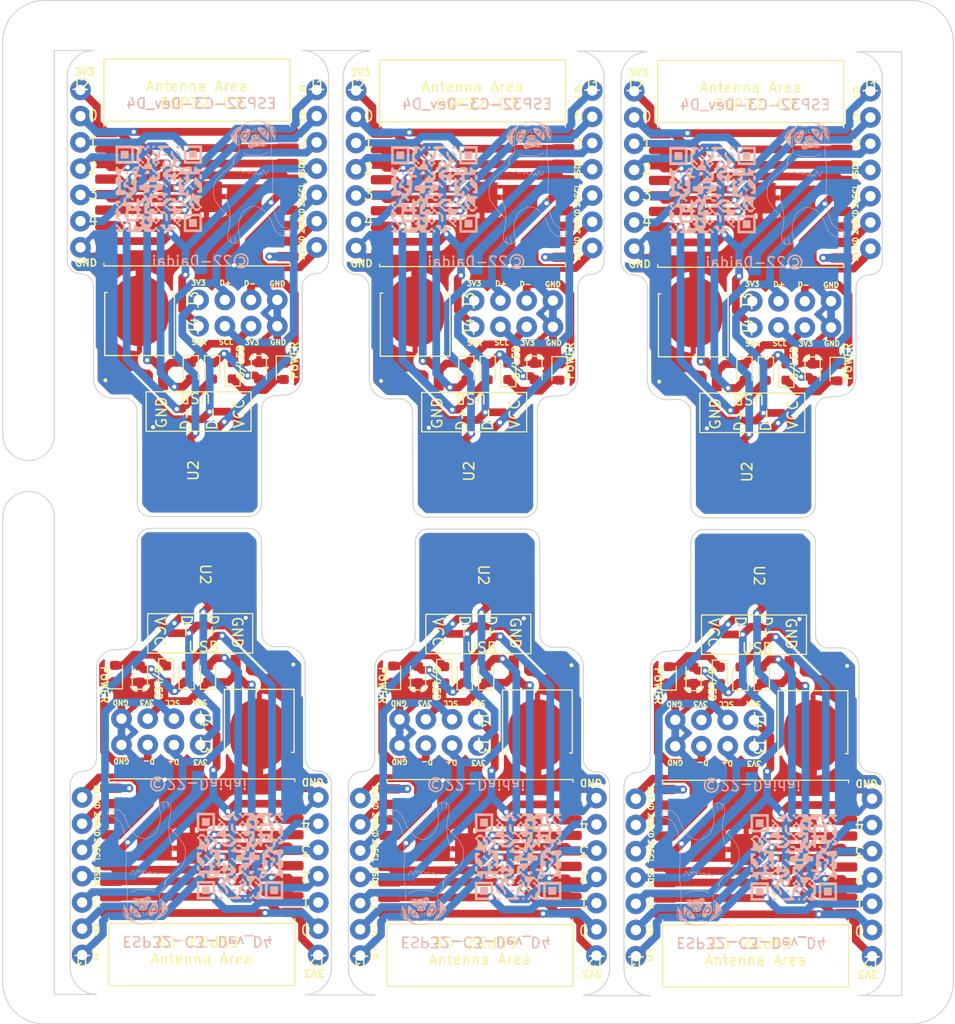
<source format=kicad_pcb>
(kicad_pcb (version 20221018) (generator pcbnew)
  (layers (0 "F.Cu" signal) (31 "B.Cu" signal) (34 "B.Paste" user) (35 "F.Paste" user) (36 "B.SilkS" user "B.Silkscreen") (37 "F.SilkS" user "F.Silkscreen") (38 "B.Mask" user) (39 "F.Mask" user) (44 "Edge.Cuts" user))
  (net 0 "")
  (net 1 "+3.3V")
  (net 2 "Net-(J2-Pin_2)")
  (net 3 "Net-(J2-Pin_3)")
  (net 4 "Net-(J2-Pin_4)")
  (net 5 "Net-(J2-Pin_5)")
  (net 6 "Net-(J2-Pin_6)")
  (net 7 "Net-(D1-A)")
  (net 8 "Net-(D2-A)")
  (net 9 "GND")
  (net 10 "Net-(J3-Pin_1)")
  (net 11 "Net-(J1-Pin_7)")
  (net 12 "Net-(J1-Pin_6)")
  (net 13 "Net-(J1-Pin_5)")
  (net 14 "Net-(J1-Pin_4)")
  (net 15 "Net-(J1-Pin_3)")
  (net 16 "Net-(J1-Pin_2)")
  (net 17 "Net-(J1-Pin_1)")
  (net 18 "Net-(J3-Pin_3)")
  (net 19 "Net-(U1-EN{slash}CHIP_PU)")
  (net 20 "Net-(U1-GPIO8)")
  (net 21 "Net-(J3-Pin_2)")
  (footprint "MyLogos:myQR" (layer "F.Cu") (at 221.522 138.938 180)
    (fp_text reference " " hide)
    (fp_text value "LOGO" hide)
  )
  (footprint "1_My_CustomFootprints:PCB_USB_Connecter" (layer "F.Cu") (at 190.63425 101.53905 90)
    (fp_text reference "U2")
    (fp_text value "~")
  )
  (footprint "1_My_CustomFootprints:1608Metric" (layer "F.Cu") (at 218.4684 121.2735 90)
    (fp_text reference "U6" hide)
    (fp_text value "~")
  )
  (footprint "1_My_CustomFootprints:1608Metric" (layer "F.Cu") (at 216.3982 121.2698 90)
    (fp_text reference "U4" hide)
    (fp_text value "~")
  )
  (footprint "MyLogos:myQR" (layer "F.Cu") (at 194.8471 138.8743 180)
    (fp_text reference " " hide)
    (fp_text value "LOGO" hide)
  )
  (footprint "1_My_CustomFootprints:1608Metric" (layer "F.Cu") (at 220.84445 91.94275 90)
    (fp_text reference "U5" hide)
    (fp_text value "~")
  )
  (footprint "MyLogos:Apo15x15" (layer "F.Cu") (at 169.03935 74.17035)
    (fp_text reference "G***" hide)
    (fp_text value "LOGO" hide)
  )
  (footprint "LED_SMD:LED_0603_1608Metric" (layer "F.Cu") (at 169.79535 91.83415 -90)
    (fp_text reference "D2" hide)
    (fp_text value "LED")
  )
  (footprint "LED_SMD:LED_0603_1608Metric" (layer "F.Cu") (at 155.861 121.1057 90)
    (fp_text reference "D1" hide)
    (fp_text value "LED")
  )
  (footprint "1_My_CustomFootprints:1608Metric" (layer "F.Cu") (at 187.746 121.2289 -90)
    (fp_text reference "U5" hide)
    (fp_text value "~")
  )
  (footprint "1_My_CustomFootprints:Conn_Pin_1x4" (layer "F.Cu") (at 217.712 128.143 -90)
    (fp_text reference "J3")
    (fp_text value "Conn_01x04_Pin" hide)
  )
  (footprint "MyLogos:myQR" (layer "F.Cu") (at 213.74335 74.29735)
    (fp_text reference " " hide)
    (fp_text value "LOGO" hide)
  )
  (footprint "1_My_CustomFootprints:Conn_Pin_1x7" (layer "F.Cu") (at 152.52935 64.64535)
    (fp_text reference "J2")
    (fp_text value "Conn_01x07_Pin")
  )
  (footprint "1_My_CustomFootprints:PCB_USB_Connecter" (layer "F.Cu") (at 217.55335 101.60235 90)
    (fp_text reference "U2")
    (fp_text value "~")
  )
  (footprint "1_My_CustomFootprints:Conn_Pin_1x4" (layer "F.Cu") (at 190.63425 87.56905 90)
    (fp_text reference "J4")
    (fp_text value "Conn_01x04_Pin" hide)
  )
  (footprint "1_My_CustomFootprints:1608Metric" (layer "F.Cu") (at 167.25045 91.81575 90)
    (fp_text reference "U5" hide)
    (fp_text value "~")
  )
  (footprint "Espressif:ESP32-C3-WROOM-02" (layer "F.Cu") (at 190.47925 74.73905)
    (fp_text reference "U1" hide)
    (fp_text value "ESP32-C3-WROOM-02" hide)
  )
  (footprint "1_My_CustomFootprints:PCB_USB_Connecter" (layer "F.Cu") (at 217.712 111.633 -90)
    (fp_text reference "U2")
    (fp_text value "~")
  )
  (footprint "MyLogos:Apo15x15" (layer "F.Cu") (at 159.038 138.811 180)
    (fp_text reference "G***" hide)
    (fp_text value "LOGO" hide)
  )
  (footprint "1_My_CustomFootprints:1608Metric" (layer "F.Cu") (at 218.86715 91.96555 -90)
    (fp_text reference "U4" hide)
    (fp_text value "~")
  )
  (footprint "Espressif:ESP32-C3-WROOM-02" (layer "F.Cu") (at 217.39835 74.80235)
    (fp_text reference "U1" hide)
    (fp_text value "ESP32-C3-WROOM-02" hide)
  )
  (footprint "MyLogos:Apo15x15" (layer "F.Cu") (at 195.71425 74.23405)
    (fp_text reference "G***" hide)
    (fp_text value "LOGO" hide)
  )
  (footprint "LED_SMD:LED_0603_1608Metric" (layer "F.Cu") (at 211.876 121.2742 90)
    (fp_text reference "D2" hide)
    (fp_text value "LED")
  )
  (footprint "MyLogos:myQR" (layer "F.Cu") (at 186.82425 74.23405)
    (fp_text reference " " hide)
    (fp_text value "LOGO" hide)
  )
  (footprint "LED_SMD:LED_0603_1608Metric" (layer "F.Cu") (at 225.81035 92.00265 -90)
    (fp_text reference "D1" hide)
    (fp_text value "LED")
  )
  (footprint "1_My_CustomFootprints:DPAK228P968X238-4N" (layer "F.Cu") (at 196.7521 124.9043 180)
    (fp_text reference "U3" hide)
    (fp_text value "NJM2845DL1-33-TE1" hide)
  )
  (footprint "1_My_CustomFootprints:Conn_Pin_1x4" (layer "F.Cu") (at 191.0371 128.0793 -90)
    (fp_text reference "J3")
    (fp_text value "Conn_01x04_Pin" hide)
  )
  (footprint "Espressif:ESP32-C3-WROOM-02" (layer "F.Cu") (at 164.273 138.306 180)
    (fp_text reference "U1" hide)
    (fp_text value "ESP32-C3-WROOM-02" hide)
  )
  (footprint "1_My_CustomFootprints:DPAK228P968X238-4N" (layer "F.Cu") (at 184.91925 88.20405)
    (fp_text reference "U3" hide)
    (fp_text value "NJM2845DL1-33-TE1" hide)
  )
  (footprint "LED_SMD:LED_0603_1608Metric" (layer "F.Cu") (at 196.47025 91.89785 -90)
    (fp_text reference "D2" hide)
    (fp_text value "LED")
  )
  (footprint "MyLogos:myQR" (layer "F.Cu") (at 167.928 138.811 180)
    (fp_text reference " " hide)
    (fp_text value "LOGO" hide)
  )
  (footprint "1_My_CustomFootprints:PCB_USB_Connecter" (layer "F.Cu") (at 163.95935 101.47535 90)
    (fp_text reference "U2")
    (fp_text value "~")
  )
  (footprint "1_My_CustomFootprints:1608Metric" (layer "F.Cu") (at 160.8269 121.1656 -90)
    (fp_text reference "U5" hide)
    (fp_text value "~")
  )
  (footprint "MyLogos:Apo15x15" (layer "F.Cu") (at 212.632 138.938 180)
    (fp_text reference "G***" hide)
    (fp_text value "LOGO" hide)
  )
  (footprint "1_My_CustomFootprints:Conn_Pin_1x7" (layer "F.Cu") (at 202.4671 148.3993 180)
    (fp_text reference "J2")
    (fp_text value "Conn_01x07_Pin")
  )
  (footprint "LED_SMD:LED_0603_1608Metric" (layer "F.Cu") (at 198.89125 91.93935 -90)
    (fp_text reference "D1" hide)
    (fp_text value "LED")
  )
  (footprint "1_My_CustomFootprints:DPAK228P968X238-4N" (layer "F.Cu") (at 223.427 124.968 180)
    (fp_text reference "U3" hide)
    (fp_text value "NJM2845DL1-33-TE1" hide)
  )
  (footprint "LED_SMD:LED_0603_1608Metric" (layer "F.Cu") (at 182.7801 121.169 90)
    (fp_text reference "D1" hide)
    (fp_text value "LED")
  )
  (footprint "1_My_CustomFootprints:Conn_Pin_1x4" (layer "F.Cu") (at 217.55335 87.63235 90)
    (fp_text reference "J4")
    (fp_text value "Conn_01x04_Pin" hide)
  )
  (footprint "1_My_CustomFootprints:1608Metric" (layer "F.Cu") (at 164.8744 121.1465 90)
    (fp_text reference "U6" hide)
    (fp_text value "~")
  )
  (footprint "LED_SMD:LED_0603_1608Metric" (layer "F.Cu") (at 209.455 121.2327 90)
    (fp_text reference "D1" hide)
    (fp_text value "LED")
  )
  (footprint "1_My_CustomFootprints:Conn_Pin_1x7" (layer "F.Cu") (at 179.20425 64.70905)
    (fp_text reference "J2")
    (fp_text value "Conn_01x07_Pin")
  )
  (footprint "1_My_CustomFootprints:Conn_Pin_1x7" (layer "F.Cu") (at 229.142 148.463 180)
    (fp_text reference "J2")
    (fp_text value "Conn_01x07_Pin")
  )
  (footprint "1_My_CustomFootprints:Conn_Pin_1x7" (layer "F.Cu") (at 175.38935 64.64535)
    (fp_text reference "J1")
    (fp_text value "Conn_01x07_Pin")
  )
  (footprint "1_My_CustomFootprints:PCB_USB_Connecter" (layer "F.Cu") (at 164.118 111.506 -90)
    (fp_text reference "U2")
    (fp_text value "~")
  )
  (footprint "LED_SMD:LED_0603_1608Metric" (layer "F.Cu") (at 223.38935 91.96115 -90)
    (fp_text reference "D2" hide)
    (fp_text value "LED")
  )
  (footprint "1_My_CustomFootprints:1608Metric" (layer "F.Cu") (at 165.27315 91.83855 -90)
    (fp_text reference "U4" hide)
    (fp_text value "~")
  )
  (footprint "1_My_CustomFootprints:Conn_Pin_1x4" (layer "F.Cu") (at 217.55335 85.09235 90)
    (fp_text reference "J3")
    (fp_text value "Conn_01x04_Pin" hide)
  )
  (footprint "Espressif:ESP32-C3-WROOM-02" (layer "F.Cu") (at 191.1921 138.3693 180)
    (fp_text reference "U1" hide)
    (fp_text value "ESP32-C3-WROOM-02" hide)
  )
  (footprint "MyLogos:myQR" (layer "F.Cu") (at 160.14935 74.17035)
    (fp_text reference " " hide)
    (fp_text value "LOGO" hide)
  )
  (footprint "LED_SMD:LED_0603_1608Metric" (layer "F.Cu") (at 158.282 121.1472 90)
    (fp_text reference "D2" hide)
    (fp_text value "LED")
  )
  (footprint "1_My_CustomFootprints:DPAK228P968X238-4N" (layer "F.Cu") (at 169.833 124.841 180)
    (fp_text reference "U3" hide)
    (fp_text value "NJM2845DL1-33-TE1" hide)
  )
  (footprint "LED_SMD:LED_0603_1608Metric" (layer "F.Cu") (at 172.21635 91.87565 -90)
    (fp_text reference "D1" hide)
    (fp_text value "LED")
  )
  (footprint "1_My_CustomFootprints:Conn_Pin_1x4" (layer "F.Cu") (at 217.712 125.603 -90)
    (fp_text reference "J4")
    (fp_text value "Conn_01x04_Pin" hide)
  )
  (footprint "1_My_CustomFootprints:Conn_Pin_1x7" (layer "F.Cu") (at 228.98335 64.77235)
    (fp_text reference "J1")
    (fp_text value "Conn_01x07_Pin")
  )
  (footprint "1_My_CustomFootprints:Conn_Pin_1x7" (layer "F.Cu") (at 152.688 148.336 180)
    (fp_text reference "J1")
    (fp_text value "Conn_01x07_Pin")
  )
  (footprint "1_My_CustomFootprints:Conn_Pin_1x7" (layer "F.Cu") (at 179.6071 148.3993 180)
    (fp_text reference "J1")
    (fp_text value "Conn_01x07_Pin")
  )
  (footprint "1_My_CustomFootprints:Conn_Pin_1x7" (layer "F.Cu") (at 206.282 148.463 180)
    (fp_text reference "J1")
    (fp_text value "Conn_01x07_Pin")
  )
  (footprint "Espressif:ESP32-C3-WROOM-02" (layer "F.Cu") (at 217.867 138.433 180)
    (fp_text reference "U1" hide)
    (fp_text value "ESP32-C3-WROOM-02" hide)
  )
  (footprint "1_My_CustomFootprints:1608Metric" (layer "F.Cu") (at 214.4209 121.2926 -90)
    (fp_text reference "U5" hide)
    (fp_text value "~")
  )
  (footprint "1_My_CustomFootprints:Conn_Pin_1x4" (layer "F.Cu") (at 164.118 128.016 -90)
    (fp_text reference "J3")
    (fp_text value "Conn_01x04_Pin" hide)
  )
  (footprint "1_My_CustomFootprints:PCB_USB_Connecter" (layer "F.Cu") (at 191.0371 111.5693 -90)
    (fp_text reference "U2")
    (fp_text value "~")
  )
  (footprint "1_My_CustomFootprints:Conn_Pin_1x4" (layer "F.Cu") (at 191.0371 125.5393 -90)
    (fp_text reference "J4")
    (fp_text value "Conn_01x04_Pin" hide)
  )
  (footprint "1_My_CustomFootprints:1608Metric" (layer "F.Cu") (at 163.20295 91.83485 -90)
    (fp_text reference "U6" hide)
    (fp_text value "~")
  )
  (footprint "1_My_CustomFootprints:Conn_Pin_1x7" (layer "F.Cu") (at 202.06425 64.70905)
    (fp_text reference "J1")
    (fp_text value "Conn_01x07_Pin")
  )
  (footprint "1_My_CustomFootprints:1608Metric" (layer "F.Cu") (at 193.92535 91.87945 90)
    (fp_text reference "U5" hide)
    (fp_text value "~")
  )
  (footprint "Espressif:ESP32-C3-WROOM-02" (layer "F.Cu") (at 163.80435 74.67535)
    (fp_text reference "U1" hide)
    (fp_text value "ESP32-C3-WROOM-02" hide)
  )
  (footprint "1_My_CustomFootprints:Conn_Pin_1x7" (layer "F.Cu") (at 206.12335 64.77235)
    (fp_text reference "J2")
    (fp_text value "Conn_01x07_Pin")
  )
  (footprint "1_My_CustomFootprints:1608Metric" (layer "F.Cu") (at 189.87785 91.89855 -90)
    (fp_text reference "U6" hide)
    (fp_text value "~")
  )
  (footprint "1_My_CustomFootprints:DPAK228P968X238-4N" (layer "F.Cu") (at 211.83835 88.26735)
    (fp_text reference "U3" hide)
    (fp_text value "NJM2845DL1-33-TE1" hide)
  )
  (footprint "1_My_CustomFootprints:Conn_Pin_1x4" (layer "F.Cu") (at 163.95935 87.50535 90)
    (fp_text reference "J4")
    (fp_text value "Conn_01x04_Pin" hide)
  )
  (footprint "1_My_CustomFootprints:Conn_Pin_1x4" (layer "F.Cu") (at 163.95935 84.96535 90)
    (fp_text reference "J3")
    (fp_text value "Conn_01x04_Pin" hide)
  )
  (footprint "1_My_CustomFootprints:1608Metric" (layer "F.Cu") (at 191.94805 91.90225 -90)
    (fp_text reference "U4" hide)
    (fp_text value "~")
  )
  (footprint "1_My_CustomFootprints:Conn_Pin_1x7" (layer "F.Cu") (at 175.548 148.336 180)
    (fp_text reference "J2")
    (fp_text value "Conn_01x07_Pin")
  )
  (footprint "1_My_CustomFootprints:Conn_Pin_1x4" (layer "F.Cu") (at 190.63425 85.02905 90)
    (fp_text reference "J3")
    (fp_text value "Conn_01x04_Pin" hide)
  )
  (footprint "1_My_CustomFootprints:Conn_Pin_1x4" (layer "F.Cu") (at 164.118 125.476 -90)
    (fp_text reference "J4")
    (fp_text value "Conn_01x04_Pin" hide)
  )
  (footprint "1_My_CustomFootprints:DPAK228P968X238-4N" (layer "F.Cu") (at 158.24435 88.14035)
    (fp_text reference "U3" hide)
    (fp_text value "NJM2845DL1-33-TE1" hide)
  )
  (footprint "LED_SMD:LED_0603_1608Metric" (layer "F.Cu") (at 185.2011 121.2105 90)
    (fp_text reference "D2" hide)
    (fp_text value "LED")
  )
  (footprint "1_My_CustomFootprints:1608Metric" (layer "F.Cu") (at 189.7233 121.2061 90)
    (fp_text reference "U4" hide)
    (fp_text value "~")
  )
  (footprint "1_My_CustomFootprints:1608Metric" (layer "F.Cu") (at 216.79695 91.96185 -90)
    (fp_text reference "U6" hide)
    (fp_text value "~")
  )
  (footprint "1_My_CustomFootprints:1608Metric" (layer "F.Cu") (at 191.7935 121.2098 90)
    (fp_text reference "U6" hide)
    (fp_text value "~")
  )
  (footprint "MyLogos:Apo15x15" (layer "F.Cu") (at 222.63335 74.29735)
    (fp_text reference "G***" hide)
    (fp_text value "LOGO" hide)
  )
  (footprint "1_My_CustomFootprints:1608Metric" (layer "F.Cu") (at 162.8042 121.1428 90)
    (fp_text reference "U4" hide)
    (fp_text value "~")
  )
  (footprint "MyLogos:Apo15x15" (layer "F.Cu") (at 185.9571 138.8743 180)
    (fp_text reference "G***" hide)
    (fp_text value "LOGO" hide)
  )
  (gr_arc (start 176.53235 81.15535) (mid 176.160376 82.053376) (end 175.26235 82.42535) (stroke (width 0.1)) (layer "Edge.Cuts"))
  (gr_arc (start 154.085 129.286) (mid 153.713026 130.184026) (end 152.815 130.556) (stroke (width 0.1)) (layer "Edge.Cuts"))
  (gr_arc (start 203.20725 81.21905) (mid 202.835276 82.117076) (end 201.93725 82.48905) (stroke (width 0.1)) (layer "Edge.Cuts"))
  (gr_line locked (start 153 60.83535) (end 150 60.83535) (stroke (width 0.1)) (layer "Edge.Cuts"))
  (gr_arc (start 168.783 107.061) (mid 169.681026 107.432974) (end 170.053 108.331) (stroke (width 0.1)) (layer "Edge.Cuts"))
  (gr_arc (start 237 151) (mid 235.828427 153.828427) (end 233 155) (stroke (width 0.1)) (layer "Edge.Cuts"))
  (gr_line (start 223.663351 95.62235) (end 223.65835 104.77735) (stroke (width 0.1)) (layer "Edge.Cuts"))
  (gr_arc (start 225.967 118.618) (mid 227.314038 119.175962) (end 227.872 120.523) (stroke (width 0.1)) (layer "Edge.Cuts"))
  (gr_line (start 170.069351 95.49535) (end 170.06435 104.65035) (stroke (width 0.1)) (layer "Edge.Cuts"))
  (gr_line (start 177.93425 81.21905) (end 177.93425 63.43905) (stroke (width 0.1)) (layer "Edge.Cuts"))
  (gr_line (start 227.58635 60.96235) (end 232 60.96235) (stroke (width 0.1)) (layer "Edge.Cuts"))
  (gr_arc (start 210.31335 94.592105) (mid 211.22388 94.974498) (end 211.58835 95.89235) (stroke (width 0.1)) (layer "Edge.Cuts"))
  (gr_line (start 195.46925 105.98405) (end 185.96925 105.98405) (stroke (width 0.1)) (layer "Edge.Cuts"))
  (gr_arc (start 151.545 131.826) (mid 151.916974 130.927974) (end 152.815 130.556) (stroke (width 0.1)) (layer "Edge.Cuts"))
  (gr_arc (start 196.744251 95.55905) (mid 197.108594 94.67193) (end 197.99425 94.304041) (stroke (width 0.1)) (layer "Edge.Cuts"))
  (gr_line (start 210.31335 94.592105) (end 209.29835 94.61735) (stroke (width 0.1)) (layer "Edge.Cuts"))
  (gr_arc (start 173.99235 60.83535) (mid 175.788401 61.579299) (end 176.53235 63.37535) (stroke (width 0.1)) (layer "Edge.Cuts"))
  (gr_arc (start 207.679 129.413) (mid 207.307026 130.311026) (end 206.409 130.683) (stroke (width 0.1)) (layer "Edge.Cuts"))
  (gr_line (start 159.283 107.061) (end 168.783 107.061) (stroke (width 0.1)) (layer "Edge.Cuts"))
  (gr_line (start 200.66725 83.75905) (end 200.66725 92.45405) (stroke (width 0.1)) (layer "Edge.Cuts"))
  (gr_arc (start 149 155) (mid 146.171573 153.828427) (end 145 151) (stroke (width 0.1)) (layer "Edge.Cuts"))
  (gr_arc (start 152.52935 82.42535) (mid 153.427376 82.797324) (end 153.79935 83.69535) (stroke (width 0.1)) (layer "Edge.Cuts"))
  (gr_arc (start 150 98) (mid 147.5 100.5) (end 145 98) (stroke (width 0.1)) (layer "Edge.Cuts"))
  (gr_arc (start 233 56) (mid 235.828427 57.171573) (end 237 60) (stroke (width 0.1)) (layer "Edge.Cuts"))
  (gr_arc (start 209.29835 94.61735) (mid 207.951312 94.059388) (end 207.39335 92.71235) (stroke (width 0.1)) (layer "Edge.Cuts"))
  (gr_line (start 151.25935 81.15535) (end 151.25935 63.37535) (stroke (width 0.1)) (layer "Edge.Cuts"))
  (gr_arc (start 181.0041 129.3493) (mid 180.632126 130.247326) (end 179.7341 130.6193) (stroke (width 0.1)) (layer "Edge.Cuts"))
  (gr_arc (start 158.007999 117.486) (mid 157.643656 118.37312) (end 156.758 118.741009) (stroke (width 0.1)) (layer "Edge.Cuts"))
  (gr_line (start 227.872 152.273) (end 232 152.273) (stroke (width 0.1)) (layer "Edge.Cuts"))
  (gr_line (start 230.12635 63.50235) (end 230.12635 81.28235) (stroke (width 0.1)) (layer "Edge.Cuts"))
  (gr_line (start 207.39335 83.82235) (end 207.39335 92.71235) (stroke (width 0.1)) (layer "Edge.Cuts"))
  (gr_arc (start 200.66725 92.45405) (mid 200.146486 93.711286) (end 198.88925 94.23205) (stroke (width 0.1)) (layer "Edge.Cuts"))
  (gr_arc (start 184.9321 108.3943) (mid 185.304074 107.496274) (end 186.2021 107.1243) (stroke (width 0.1)) (layer "Edge.Cuts"))
  (gr_line (start 176.818 131.826) (end 176.818 149.606) (stroke (width 0.1)) (layer "Edge.Cuts"))
  (gr_arc (start 145 60) (mid 146.171573 57.171573) (end 149 56) (stroke (width 0.1)) (layer "Edge.Cuts"))
  (gr_line (start 211.61835 104.77735) (end 211.58835 95.89235) (stroke (width 0.1)) (layer "Edge.Cuts"))
  (gr_line (start 176.53235 63.37535) (end 176.53235 81.15535) (stroke (width 0.1)) (layer "Edge.Cuts"))
  (gr_arc (start 152.52935 82.42535) (mid 151.631324 82.053376) (end 151.25935 81.15535) (stroke (width 0.1)) (layer "Edge.Cuts"))
  (gr_line (start 232 61) (end 232 152) (stroke (width 0.1)) (layer "Edge.Cuts"))
  (gr_arc (start 184.927099 117.5493) (mid 184.562756 118.43642) (end 183.6771 118.804309) (stroke (width 0.1)) (layer "Edge.Cuts"))
  (gr_line (start 203.20725 63.43905) (end 203.20725 81.21905) (stroke (width 0.1)) (layer "Edge.Cuts"))
  (gr_arc (start 175.548 130.556) (mid 174.649974 130.184026) (end 174.278 129.286) (stroke (width 0.1)) (layer "Edge.Cuts"))
  (gr_arc (start 171.358 118.516245) (mid 170.44747 118.133852) (end 170.083 117.216) (stroke (width 0.1)) (layer "Edge.Cuts"))
  (gr_line (start 196.744251 95.55905) (end 196.73925 104.71405) (stroke (width 0.1)) (layer "Edge.Cuts"))
  (gr_arc (start 172.373 118.491) (mid 173.720038 119.048962) (end 174.278 120.396) (stroke (width 0.1)) (layer "Edge.Cuts"))
  (gr_line (start 154.085 152.146) (end 150 152.146) (stroke (width 0.1)) (layer "Edge.Cuts"))
  (gr_line (start 201.1971 129.3493) (end 201.1971 120.4593) (stroke (width 0.1)) (layer "Edge.Cuts"))
  (gr_line (start 204.85335 81.28235) (end 204.85335 63.50235) (stroke (width 0.1)) (layer "Edge.Cuts"))
  (gr_arc (start 200.66725 83.75905) (mid 201.039224 82.861024) (end 201.93725 82.48905) (stroke (width 0.1)) (layer "Edge.Cuts"))
  (gr_line (start 155.863 118.813) (end 156.758 118.741009) (stroke (width 0.1)) (layer "Edge.Cuts"))
  (gr_arc (start 183.39425 94.528805) (mid 184.30478 94.911198) (end 184.66925 95.82905) (stroke (width 0.1)) (layer "Edge.Cuts"))
  (gr_line (start 173.99235 60.83535) (end 180.472744 60.83535) (stroke (width 0.1)) (layer "Edge.Cuts"))
  (gr_arc (start 203.7371 149.6693) (mid 202.993151 151.465351) (end 201.1971 152.2093) (stroke (width 0.1)) (layer "Edge.Cuts"))
  (gr_line (start 183.39425 94.528805) (end 182.37925 94.55405) (stroke (width 0.1)) (layer "Edge.Cuts"))
  (gr_arc (start 151.25935 63.37535) (mid 152.003299 61.579299) (end 153.79935 60.83535) (stroke (width 0.1)) (layer "Edge.Cuts"))
  (gr_arc (start 212.88835 106.04735) (mid 211.990324 105.675376) (end 211.61835 104.77735) (stroke (width 0.1)) (layer "Edge.Cuts"))
  (gr_line (start 184.69925 104.71405) (end 184.66925 95.82905) (stroke (width 0.1)) (layer "Edge.Cuts"))
  (gr_arc (start 170.069351 95.49535) (mid 170.433694 94.60823) (end 171.31935 94.240341) (stroke (width 0.1)) (layer "Edge.Cuts"))
  (gr_line (start 154.085 129.286) (end 154.085 120.591) (stroke (width 0.1)) (layer "Edge.Cuts"))
  (gr_line (start 181.0041 152.2093) (end 174.278 152.2093) (stroke (width 0.1)) (layer "Edge.Cuts"))
  (gr_arc (start 227.58635 60.96235) (mid 229.382401 61.706299) (end 230.12635 63.50235) (stroke (width 0.1)) (layer "Edge.Cuts"))
  (gr_line (start 205.139 149.733) (end 205.139 131.953) (stroke (width 0.1)) (layer "Edge.Cuts"))
  (gr_line (start 209.457 118.94) (end 210.352 118.868009) (stroke (width 0.1)) (layer "Edge.Cuts"))
  (gr_line (start 150 106) (end 150 152.146) (stroke (width 0.1)) (layer "Edge.Cuts"))
  (gr_line (start 180.47425 83.75905) (end 180.47425 92.64905) (stroke (width 0.1)) (layer "Edge.Cuts"))
  (gr_arc (start 182.37925 94.55405) (mid 181.032212 93.996088) (end 180.47425 92.64905) (stroke (width 0.1)) (layer "Edge.Cuts"))
  (gr_arc (start 211.607 108.458) (mid 211.978974 107.559974) (end 212.877 107.188) (stroke (width 0.1)) (layer "Edge.Cuts"))
  (gr_line (start 174.278 129.286) (end 174.278 120.396) (stroke (width 0.1)) (layer "Edge.Cuts"))
  (gr_arc (start 145 106) (mid 147.5 103.5) (end 150 106) (stroke (width 0.1)) (layer "Edge.Cuts"))
  (gr_arc (start 155.70435 94.49035) (mid 154.357312 93.932388) (end 153.79935 92.58535) (stroke (width 0.1)) (layer "Edge.Cuts"))
  (gr_arc (start 175.548 130.556) (mid 176.446026 130.927974) (end 176.818 131.826) (stroke (width 0.1)) (layer "Edge.Cuts"))
  (gr_arc (start 177.93425 63.43905) (mid 178.678199 61.642999) (end 180.47425 60.89905) (stroke (width 0.1)) (layer "Edge.Cuts"))
  (gr_line (start 170.053 108.331) (end 170.083 117.216) (stroke (width 0.1)) (layer "Edge.Cuts"))
  (gr_line (start 168.79435 105.92035) (end 159.29435 105.92035) (stroke (width 0.1)) (layer "Edge.Cuts"))
  (gr_line (start 178.4641 149.6693) (end 178.4641 131.8893) (stroke (width 0.1)) (layer "Edge.Cuts"))
  (gr_line (start 158.02435 104.65035) (end 157.99435 95.76535) (stroke (width 0.1)) (layer "Edge.Cuts"))
  (gr_arc (start 158.013 108.331) (mid 158.384974 107.432974) (end 159.283 107.061) (stroke (width 0.1)) (layer "Edge.Cuts"))
  (gr_line (start 223.647 108.458) (end 223.677 117.343) (stroke (width 0.1)) (layer "Edge.Cuts"))
  (gr_arc (start 195.7021 107.1243) (mid 196.600126 107.496274) (end 196.9721 108.3943) (stroke (width 0.1)) (layer "Edge.Cuts"))
  (gr_arc (start 156.71935 94.465105) (mid 157.62988 94.847498) (end 157.99435 95.76535) (stroke (width 0.1)) (layer "Edge.Cuts"))
  (gr_arc (start 199.2921 118.5543) (mid 200.639138 119.112262) (end 201.1971 120.4593) (stroke (width 0.1)) (layer "Edge.Cuts"))
  (gr_line (start 222.38835 106.04735) (end 212.88835 106.04735) (stroke (width 0.1)) (layer "Edge.Cuts"))
  (gr_line (start 181.0041 129.3493) (end 181.0041 120.6543) (stroke (width 0.1)) (layer "Edge.Cuts"))
  (gr_line (start 150 60.83535) (end 150 98) (stroke (width 0.1)) (layer "Edge.Cuts"))
  (gr_arc (start 181.0041 120.6543) (mid 181.524864 119.397064) (end 182.7821 118.8763) (stroke (width 0.1)) (layer "Edge.Cuts"))
  (gr_arc (start 206.12335 82.55235) (mid 205.225324 82.180376) (end 204.85335 81.28235) (stroke (width 0.1)) (layer "Edge.Cuts"))
  (gr_arc (start 198.2771 118.579545) (mid 197.36657 118.197152) (end 197.0021 117.2793) (stroke (width 0.1)) (layer "Edge.Cuts"))
  (gr_arc (start 223.65835 104.77735) (mid 223.286376 105.675376) (end 222.38835 106.04735) (stroke (width 0.1)) (layer "Edge.Cuts"))
  (gr_arc (start 227.58635 92.51735) (mid 227.065586 93.774586) (end 225.80835 94.29535) (stroke (width 0.1)) (layer "Edge.Cuts"))
  (gr_line (start 145 98) (end 145 60) (stroke (width 0.1)) (layer "Edge.Cuts"))
  (gr_line (start 232 152.273) (end 232 152) (stroke (width 0.1)) (layer "Edge.Cuts"))
  (gr_arc (start 229.142 130.683) (mid 230.040026 131.054974) (end 230.412 131.953) (stroke (width 0.1)) (layer "Edge.Cuts"))
  (gr_line (start 158.007999 117.486) (end 158.013 108.331) (stroke (width 0.1)) (layer "Edge.Cuts"))
  (gr_line (start 233 155) (end 149 155) (stroke (width 0.1)) (layer "Edge.Cuts"))
  (gr_arc (start 200.66725 60.89905) (mid 202.463301 61.642999) (end 203.20725 63.43905) (stroke (width 0.1)) (layer "Edge.Cuts"))
  (gr_line (start 156.71935 94.465105) (end 155.70435 94.49035) (stroke (width 0.1)) (layer "Edge.Cuts"))
  (gr_line (start 174.278 152.146) (end 174.278 152.2093) (stroke (width 0.1)) (layer "Edge.Cuts"))
  (gr_arc (start 207.679 152.273) (mid 205.882949 151.529051) (end 205.139 149.733) (stroke (width 0.1)) (layer "Edge.Cuts"))
  (gr_line (start 172.21435 94.16835) (end 171.31935 94.240341) (stroke (width 0.1)) (layer "Edge.Cuts"))
  (gr_line (start 149 56) (end 233 56) (stroke (width 0.1)) (layer "Edge.Cuts"))
  (gr_arc (start 185.96925 105.98405) (mid 185.071224 105.612076) (end 184.69925 104.71405) (stroke (width 0.1)) (layer "Edge.Cuts"))
  (gr_arc (start 224.952 118.643245) (mid 224.04147 118.260852) (end 223.677 117.343) (stroke (width 0.1)) (layer "Edge.Cuts"))
  (gr_arc (start 179.20425 82.48905) (mid 180.102276 82.861024) (end 180.47425 83.75905) (stroke (width 0.1)) (layer "Edge.Cuts"))
  (gr_line (start 230.412 131.953) (end 230.412 149.733) (stroke (width 0.1)) (layer "Edge.Cuts"))
  (gr_line (start 182.7821 118.8763) (end 183.6771 118.804309) (stroke (width 0.1)) (layer "Edge.Cuts"))
  (gr_arc (start 154.085 120.591) (mid 154.605764 119.333764) (end 155.863 118.813) (stroke (width 0.1)) (layer "Edge.Cuts"))
  (gr_arc (start 154.085 152.146) (mid 152.288949 151.402051) (end 151.545 149.606) (stroke (width 0.1)) (layer "Edge.Cuts"))
  (gr_line (start 151.545 149.606) (end 151.545 131.826) (stroke (width 0.1)) (layer "Edge.Cuts"))
  (gr_arc (start 227.58635 83.82235) (mid 227.958324 82.924324) (end 228.85635 82.55235) (stroke (width 0.1)) (layer "Edge.Cuts"))
  (gr_line (start 184.927099 117.5493) (end 184.9321 108.3943) (stroke (width 0.1)) (layer "Edge.Cuts"))
  (gr_arc (start 205.139 131.953) (mid 205.510974 131.054974) (end 206.409 130.683) (stroke (width 0.1)) (layer "Edge.Cuts"))
  (gr_arc (start 202.4671 130.6193) (mid 203.365126 130.991274) (end 203.7371 131.8893) (stroke (width 0.1)) (layer "Edge.Cuts"))
  (gr_arc (start 179.20425 82.48905) (mid 178.306224 82.117076) (end 177.93425 81.21905) (stroke (width 0.1)) (layer "Edge.Cuts"))
  (gr_line (start 227.58635 83.82235) (end 227.58635 92.51735) (stroke (width 0.1)) (layer "Edge.Cuts"))
  (gr_line (start 207.679 152.273) (end 201.1971 152.273) (stroke (width 0.1)) (layer "Edge.Cuts"))
  (gr_arc (start 176.818 149.606) (mid 176.074051 151.402051) (end 174.278 152.146) (stroke (width 0.1)) (layer "Edge.Cuts"))
  (gr_line (start 207.679 129.413) (end 207.679 120.718) (stroke (width 0.1)) (layer "Edge.Cuts"))
  (gr_arc (start 211.601999 117.613) (mid 211.237656 118.50012) (end 210.352 118.868009) (stroke (width 0.1)) (layer "Edge.Cuts"))
  (gr_arc (start 204.85335 63.50235) (mid 205.597299 61.706299) (end 207.39335 60.96235) (stroke (width 0.1)) (layer "Edge.Cuts"))
  (gr_line (start 198.88925 94.23205) (end 197.99425 94.304041) (stroke (width 0.1)) (layer "Edge.Cuts"))
  (gr_arc (start 202.4671 130.6193) (mid 201.569074 130.247326) (end 201.1971 129.3493) (stroke (width 0.1)) (layer "Edge.Cuts"))
  (gr_arc (start 178.4641 131.8893) (mid 178.836074 130.991274) (end 179.7341 130.6193) (stroke (width 0.1)) (layer "Edge.Cuts"))
  (gr_arc (start 173.99235 92.39035) (mid 173.471586 93.647586) (end 172.21435 94.16835) (stroke (width 0.1)) (layer "Edge.Cuts"))
  (gr_arc (start 196.73925 104.71405) (mid 196.367276 105.612076) (end 195.46925 105.98405) (stroke (width 0.1)) (layer "Edge.Cuts"))
  (gr_arc (start 230.12635 81.28235) (mid 229.754376 82.180376) (end 228.85635 82.55235) (stroke (width 0.1)) (layer "Edge.Cuts"))
  (gr_line (start 201.1971 152.273) (end 201.1971 152.2093) (stroke (width 0.1)) (layer "Edge.Cuts"))
  (gr_arc (start 181.0041 152.2093) (mid 179.208049 151.465351) (end 178.4641 149.6693) (stroke (width 0.1)) (layer "Edge.Cuts"))
  (gr_line (start 237 60) (end 237 151) (stroke (width 0.1)) (layer "Edge.Cuts"))
  (gr_line (start 200.66725 60.89905) (end 207.39335 60.89905) (stroke (width 0.1)) (layer "Edge.Cuts"))
  (gr_line (start 224.952 118.643245) (end 225.967 118.618) (stroke (width 0.1)) (layer "Edge.Cuts"))
  (gr_line (start 212.877 107.188) (end 222.377 107.188) (stroke (width 0.1)) (layer "Edge.Cuts"))
  (gr_line (start 180.472744 60.83535) (end 180.472744 60.89905) (stroke (width 0.1)) (layer "Edge.Cuts"))
  (gr_arc (start 170.06435 104.65035) (mid 169.692376 105.548376) (end 168.79435 105.92035) (stroke (width 0.1)) (layer "Edge.Cuts"))
  (gr_line (start 232 60.96235) (end 232 61) (stroke (width 0.1)) (layer "Edge.Cuts"))
  (gr_line (start 227.872 129.413) (end 227.872 120.523) (stroke (width 0.1)) (layer "Edge.Cuts"))
  (gr_arc (start 230.412 149.733) (mid 229.668051 151.529051) (end 227.872 152.273) (stroke (width 0.1)) (layer "Edge.Cuts"))
  (gr_line (start 225.80835 94.29535) (end 224.91335 94.367341) (stroke (width 0.1)) (layer "Edge.Cuts"))
  (gr_arc (start 207.679 120.718) (mid 208.199764 119.460764) (end 209.457 118.94) (stroke (width 0.1)) (layer "Edge.Cuts"))
  (gr_line (start 171.358 118.516245) (end 172.373 118.491) (stroke (width 0.1)) (layer "Edge.Cuts"))
  (gr_line (start 198.2771 118.579545) (end 199.2921 118.5543) (stroke (width 0.1)) (layer "Edge.Cuts"))
  (gr_arc (start 173.99235 83.69535) (mid 174.364324 82.797324) (end 175.26235 82.42535) (stroke (width 0.1)) (layer "Edge.Cuts"))
  (gr_line (start 207.39335 60.96235) (end 207.39335 60.89905) (stroke (width 0.1)) (layer "Edge.Cuts"))
  (gr_line (start 145 151) (end 145 106) (stroke (width 0.1)) (layer "Edge.Cuts"))
  (gr_arc (start 229.142 130.683) (mid 228.243974 130.311026) (end 227.872 129.413) (stroke (width 0.1)) (layer "Edge.Cuts"))
  (gr_line (start 186.2021 107.1243) (end 195.7021 107.1243) (stroke (width 0.1)) (layer "Edge.Cuts"))
  (gr_line (start 196.9721 108.3943) (end 197.0021 117.2793) (stroke (width 0.1)) (layer "Edge.Cuts"))
  (gr_line (start 173.99235 83.69535) (end 173.99235 92.39035) (stroke (width 0.1)) (layer "Edge.Cuts"))
  (gr_line (start 203.7371 131.8893) (end 203.7371 149.6693) (stroke (width 0.1)) (layer "Edge.Cuts"))
  (gr_arc (start 223.663351 95.62235) (mid 224.027694 94.73523) (end 224.91335 94.367341) (stroke (width 0.1)) (layer "Edge.Cuts"))
  (gr_line (start 211.601999 117.613) (end 211.607 108.458) (stroke (width 0.1)) (layer "Edge.Cuts"))
  (gr_line (start 153.79935 83.69535) (end 153.79935 92.58535) (stroke (width 0.1)) (layer "Edge.Cuts"))
  (gr_arc (start 206.12335 82.55235) (mid 207.021376 82.924324) (end 207.39335 83.82235) (stroke (width 0.1)) (layer "Edge.Cuts"))
  (gr_arc (start 222.377 107.188) (mid 223.275026 107.559974) (end 223.647 108.458) (stroke (width 0.1)) (layer "Edge.Cuts"))
  (gr_line (start 153 60.83535) (end 153.79935 60.83535) (stroke (width 0.1)) (layer "Edge.Cuts"))
  (gr_arc (start 159.29435 105.92035) (mid 158.396324 105.548376) (end 158.02435 104.65035) (stroke (width 0.1)) (layer "Edge.Cuts"))
  (gr_text "©22-Daidai" (at 195.71425 81.85405) (layer "B.SilkS") (effects (font (size 1 1)) (justify left bottom mirror)))
  (gr_text "©22-Daidai" (at 159.038 131.191 180) (layer "B.SilkS") (effects (font (size 1 1)) (justify left bottom mirror)))
  (gr_text "ESP32-C3-Dev_D4\n" (at 156.498 146.431 180) (layer "B.SilkS") (effects (font (size 1 1)) (justify left bottom mirror)))
  (gr_text "©22-Daidai" (at 185.9571 131.2543 180) (layer "B.SilkS") (effects (font (size 1 1)) (justify left bottom mirror)))
  (gr_text "ESP32-C3-Dev_D4\n" (at 210.092 146.558 180) (layer "B.SilkS") (effects (font (size 1 1)) (justify left bottom mirror)))
  (gr_text "ESP32-C3-Dev_D4\n" (at 198.25425 66.61405) (layer "B.SilkS") (effects (font (size 1 1)) (justify left bottom mirror)))
  (gr_text "©22-Daidai" (at 222.63335 81.91735) (layer "B.SilkS") (effects (font (size 1 1)) (justify left bottom mirror)))
  (gr_text "©22-Daidai" (at 169.03935 81.79035) (layer "B.SilkS") (effects (font (size 1 1)) (justify left bottom mirror)))
  (gr_text "ESP32-C3-Dev_D4\n" (at 183.4171 146.4943 180) (layer "B.SilkS") (effects (font (size 1 1)) (justify left bottom mirror)))
  (gr_text "ESP32-C3-Dev_D4\n" (at 171.57935 66.55035) (layer "B.SilkS") (effects (font (size 1 1)) (justify left bottom mirror)))
  (gr_text "©22-Daidai" (at 212.632 131.318 180) (layer "B.SilkS") (effects (font (size 1 1)) (justify left bottom mirror)))
  (gr_text "ESP32-C3-Dev_D4\n" (at 225.17335 66.67735) (layer "B.SilkS") (effects (font (size 1 1)) (justify left bottom mirror)))
  (gr_text "GND" (at 157.3362 129.286 180) (layer "F.SilkS") (effects (font (size 0.5 0.5) (thickness 0.125)) (justify left bottom)))
  (gr_text "6" (at 154.593 145.288 180) (layer "F.SilkS") (effects (font (size 1 1)) (justify left bottom)))
  (gr_text "1\n" (at 153.16435 70.23335) (layer "F.SilkS") (effects (font (size 1 1)) (justify left bottom)))
  (gr_text "GND" (at 157.26 123.6218 180) (layer "F.SilkS") (effects (font (size 0.5 0.5) (thickness 0.125)) (justify left bottom)))
  (gr_text "9SDA" (at 200.92125 73.34505 90) (layer "F.SilkS") (effects (font (size 0.5 0.5) (thickness 0.125)) (justify left bottom)))
  (gr_text "3V3" (at 186.6429 123.6851 180) (layer "F.SilkS") (effects (font (size 0.5 0.5) (thickness 0.125)) (justify left bottom)))
  (gr_text "20RXD" (at 153.831 134.366 -90) (layer "F.SilkS") (effects (font (size 0.5 0.5) (thickness 0.125)) (justify left bottom)))
  (gr_text "6" (at 181.5121 145.3513 180) (layer "F.SilkS") (effects (font (size 1 1)) (justify left bottom)))
  (gr_text "ESP32-C3" (at 160.14935 66.55035) (layer "F.SilkS") (effects (font (size 1 1)) (justify left bottom)))
  (gr_text "9SDA" (at 207.425 139.827 -90) (layer "F.SilkS") (effects (font (size 0.5 0.5) (thickness 0.125)) (justify left bottom)))
  (gr_text "ESP32-C3" (at 186.82425 66.61405) (layer "F.SilkS") (effects (font (size 1 1)) (justify left bottom)))
  (gr_text "GND" (at 210.854 123.7488 180) (layer "F.SilkS") (effects (font (size 0.5 0.5) (thickness 0.125)) (justify left bottom)))
  (gr_text "D-" (at 194.95225 83.73365) (layer "F.SilkS") (effects (font (size 0.5 0.5) (thickness 0.125)) (justify left bottom)))
  (gr_text "3V3" (at 168.35355 89.35955) (layer "F.SilkS") (effects (font (size 0.5 0.5) (thickness 0.125)) (justify left bottom)))
  (gr_text "D+" (at 189.0813 129.4255 180) (layer "F.SilkS") (effects (font (size 0.5 0.5) (thickness 0.125)) (justify left bottom)))
  (gr_text "D-" (at 186.7191 129.3747 180) (layer "F.SilkS") (effects (font (size 0.5 0.5) (thickness 0.125)) (justify left bottom)))
  (gr_text "5" (at 227.07835 65.53435) (layer "F.SilkS") (effects (font (size 1 1)) (justify left bottom)))
  (gr_text "10SCL" (at 174.24635 76.07535 90) (layer "F.SilkS") (effects (font (size 0.5 0.5) (thickness 0.125)) (justify left bottom)))
  (gr_text "3" (at 179.83925 75.37705) (layer "F.SilkS") (effects (font (size 1 1)) (justify left bottom)))
  (gr_text "3V3" (at 189.84685 83.65745) (layer "F.SilkS") (effects (font (size 0.5 0.5) (thickness 0.125)) (justify left bottom)))
  (gr_text "7" (at 227.07835 70.61435) (layer "F.SilkS") (effects (font (size 1 1)) (justify left bottom)))
  (gr_text "POWER" (at 181.3597 120.3577 -90) (layer "F.SilkS") (effects (font (size 0.7 0.7)) (justify left bottom)))
  (gr_text "D-" (at 159.8 129.3114 180) (layer "F.SilkS") (effects (font (size 0.5 0.5) (thickness 0.125)) (justify left bottom)))
  (gr_text "10SCL" (at 200.92125 76.13905 90) (layer "F.SilkS") (effects (font (size 0.5 0.5) (thickness 0.125)) (justify left bottom)))
  (gr_text "SDA" (at 218.474 123.7488 180) (layer "F.SilkS") (effects (font (size 0.5 0.5) (thickness 0.125)) (justify left bottom)))
  (gr_text "10SCL" (at 153.831 136.906 -90) (layer "F.SilkS") (effects (font (size 0.5 0.5) (thickness 0.125)) (justify left bottom)))
  (gr_text "20RXD" (at 200.92125 78.67905 90) (layer "F.SilkS") (effects (font (size 0.5 0.5) (thickness 0.125)) (justify left bottom)))
  (gr_text "GND" (at 203.1021 131.2543 180) (layer "F.SilkS") (effects (font (size 0.7 0.7)) (justify left bottom)))
  (gr_text "2" (at 228.507 140.335 180) (layer "F.SilkS") (effects (font (size 1 1)) (justify left bottom)))
  (gr_text "3V3" (at 205.45835 63.44235) (layer "F.SilkS") (effects (font (size 0.7 0.7)) (justify left bottom)))
  (gr_text "3V3" (at 229.807 149.793 180) (layer "F.SilkS") (effects (font (size 0.7 0.7)) (justify left bottom)))
  (gr_text "3V3" (at 221.94755 89.48655) (layer "F.SilkS") (effects (font (size 0.5 0.5) (thickness 0.125)) (justify left bottom)))
  (gr_text "4" (at 153.16435 77.85335) (layer "F.SilkS") (effects (font (size 1 1)) (justify left bottom)))
  (gr_text "3V3" (at 163.17195 83.59375) (layer "F.SilkS") (effects (font (size 0.5 0.5) (thickness 0.125)) (justify left bottom)))
  (gr_text "3" (at 174.913 137.668 180) (layer "F.SilkS") (effects (font (size 1 1)) (justify left bottom)))
  (gr_text "7" (at 208.187 142.621 180) (layer "F.SilkS") (effects (font (size 1 1)) (justify left bottom)))
  (gr_text "3" (at 206.75835 75.44035) (layer "F.SilkS") (effects (font (size 1 1)) (justify left bottom)))
  (gr_text "3" (at 201.8321 137.7313 180) (layer "F.SilkS") (effects (font (size 1 1)) (justify left bottom)))
  (gr_text "GND" (at 197.41605 83.75905) (layer "F.SilkS") (effects (font (size 0.5 0.5) (thickness 0.125)) (justify left bottom)))
  (gr_text "3V3" (at 218.4994 129.5146 180) (layer "F.SilkS") (effects (font (size 0.5 0.5) (thickness 0.125)) (justify left bottom)))
  (gr_text "GND" (at 205.48835 81.91735) (layer "F.SilkS") (effects (font (size 0.7 0.7)) (justify left bottom)))
  (gr_text "1\n" (at 206.75835 70.36035) (layer "F.SilkS") (effects (font (size 1 1)) (justify left bottom)))
  (gr_text "10SCL" (at 207.425 137.033 -90) (layer "F.SilkS") (effects (font (size 0.5 0.5) (thickness 0.125)) (justify left bottom)))
  (gr_text "GND" (at 210.9302 129.413 180) (layer "F.SilkS") (effects (font (size 0.5 0.5) (thickness 0.125)) (justify left bottom)))
  (gr_text "GND" (at 178.56925 81.85405) (layer "F.SilkS") (effects (font (size 0.7 0.7)) (justify left bottom)))
  (gr_text "3V3" (at 164.9054 129.3876 180) (layer "F.SilkS") (effects (font (size 0.5 0.5) (thickness 0.125)) (justify left bottom)))
  (gr_text "5" (at 173.48435 65.40735) (layer "F.SilkS") (effects (font (size 1 1)) (justify left bottom)))
  (gr_text "20RXD" (at 207.425 134.493 -90) (layer "F.SilkS") (effects (font (size 0.5 0.5) (thickness 0.125)) (justify left bottom)))
  (gr_text "D-" (at 168.27735 83.66995) (layer "F.SilkS") (effects (font (size 0.5 0.5) (thickness 0.125)) (justify left bottom)))
  (gr_text "SDA" (at 216.79135 89.48655) (layer "F.SilkS") (effects (font (size 0.5 0.5) (thickness 0.125)) (justify left bottom)))
  (gr_text "D-" (at 213.394 129.4384 180) (layer "F.SilkS") (effects (font (size 0.5 0.5) (thickness 0.125)) (justify left bottom)))
  (gr_text "5" (at 200.15925 65.47105) (layer "F.SilkS") (effects (font (size 1 1)) (justify left bottom)))
  (gr_text "3V3" (at 216.76595 83.72075) (layer "F.SilkS") (effects (font (size 0.5 0.5) (thickness 0.125)) (justify left bottom)))
  (gr_text "9SDA" (at 227.84035 73.40835 90) (layer "F.SilkS") (effects (font (size 0.5 0.5) (thickness 0.125)) (justify left bottom)))
  (gr_text "20RXD" (at 180.7501 134.4293 -90) (layer "F.SilkS") (effects (font (size 0.5 0.5) (thickness 0.125)) (justify left bottom)))
  (gr_text "5" (at 181.5121 147.6373 180) (layer "F.SilkS") (effects (font (size 1 1)) (justify left bottom)))
  (gr_text "SCL" (at 192.51385 89.39785) (layer "F.SilkS") (effects (font (size 0.5 0.5) (thickness 0.125)) (justify left bottom)))
  (gr_text "1\n" (at 174.913 142.748 180) (layer "F.SilkS") (effects (font (size 1 1)) (justify left bottom)))
  (gr_text "0" (at 153.16435 67.69335) (layer "F.SilkS") (effects (font (size 1 1)) (justify left bottom)))
  (gr_text "3V3" (at 203.1321 149.7293 180) (layer "F.SilkS") (effects (font (size 0.7 0.7)) (justify left bottom)))
  (gr_text "POWER" (at 173.63675 92.68695 90) (layer "F.SilkS") (effects (font (size 0.7 0.7)) (justify left bottom)))
  (gr_text "5" (at 208.187 147.701 180) (layer "F.SilkS") (effects (font (size 1 1)) (justify left bottom)))
  (gr_text "POWER" (at 208.0346 120.4214 -90) (layer "F.SilkS") (effects (font (size 0.7 0.7)) (justify left bottom)))
  (gr_text "3V3" (at 159.7238 123.6218 180) (layer "F.SilkS") (effects (font (size 0.5 0.5) (thickness 0.125)) (justify left bottom)))
  (gr_text "D+" (at 215.7562 129.4892 180) (layer "F.SilkS") (effects (font (size 0.5 0.5) (thickness 0.125)) (justify left bottom)))
  (gr_text "2" (at 179.83925 72.83705) (layer "F.SilkS") (effects (font (size 1 1)) (justify left bottom)))
  (gr_text "4" (at 179.83925 77.91705) (layer "F.SilkS") (effects (font (size 1 1)) (justify left bottom)))
  (gr_text "3" (at 153.16435 75.31335) (layer "F.SilkS") (effects (font (size 1 1)) (justify left bottom)))
  (gr_text "8/LED" (at 168.42975 92.68695 90) (layer "F.SilkS") (effects (font (size 0.7 0.7)) (justify left bottom)))
  (gr_text "7" (at 173.48435 70.48735) (layer "F.SilkS") (effects (font (size 1 1)) (justify left bottom)))
  (gr_text "20RXD" (at 227.84035 78.74235 90) (layer "F.SilkS") (effects (font (size 0.5 0.5) (thickness 0.125)) (justify left bottom)))
  (gr_text "0" (at 206.75835 67.82035) (layer "F.SilkS") (effects (font (size 1 1)) (justify left bottom)))
  (gr_text "6" (at 227.07835 67.82035) (layer "F.SilkS") (effects (font (size 1 1)) (justify left bottom)))
  (gr_text "GND" (at 170.74115 83.69535) (layer "F.SilkS") (effects (font (size 0.5 0.5) (thickness 0.125)) (justify left bottom)))
  (gr_text "SDA" (at 189.87225 89.42325) (layer "F.SilkS") (effects (font (size 0.5 0.5) (thickness 0.125)) (justify left bottom)))
  (gr_text "9SDA" (at 180.7501 139.7633 -90) (layer "F.SilkS") (effects (font (size 0.5 0.5) (thickness 0.125)) (justify left bottom)))
  (gr_text "ESP32-C3" (at 194.8471 146.4943 180) (layer "F.SilkS") (effects (font (size 1 1)) (justify left bottom)))
  (gr_text "D+" (at 165.91515 83.61915) (layer "F.SilkS") (effects (font (size 0.5 0.5) (thickness 0.125)) (justify left bottom)))
  (gr_text "6" (at 208.187 145.415 180) (layer "F.SilkS") (effects (font (size 1 1)) (justify left bottom)))
  (gr_text "7" (at 200.15925 70.55105) (layer "F.SilkS") (effects (font (size 1 1)) (justify left bottom)))
  (gr_text "2" (at 201.8321 140.2713 180) (layer "F.SilkS") (effects (font (size 1 1)) (justify left bottom)))
  (gr_text "POWER" (at 154.4406 120.2944 -90) (layer "F.SilkS") (effects (font (size 0.7 0.7)) (justify left bottom)))
  (gr_text "3V3" (at 176.213 149.666 180) (layer "F.SilkS") (effects (font (size 0.7 0.7)) (justify left bottom)))
  (gr_text "1\n" (at 201.8321 142.8113 180) (layer "F.SilkS") (effects (font (size 1 1)) (justify left bottom)))
  (gr_text "SCL" (at 215.8324 123.7742 180) (layer "F.SilkS") (effects (font (size 0.5 0.5) (thickness 0.125)) (justify left bottom)))
  (gr_text "GND" (at 184.2553 129.3493 180) (layer "F.SilkS") (effects (font (size 0.5 0.5) (thickness 0.125)) (justify left bottom)))
  (gr_text "7" (at 154.593 142.494 180) (layer "F.SilkS") (effects (font (size 1 1)) (justify left bottom)))
  (gr_text "SCL" (at 162.2384 123.6472 180) (layer "F.SilkS") (effects (font (size 0.5 0.5) (thickness 0.125)) (justify left bottom)))
  (gr_text "GND" (at 224.41135 89.48655) (layer "F.SilkS") (effects (font (size 0.5 0.5) (thickness 0.125)) (justify left bottom)))
  (gr_text "6" (at 200.15925 67.75705) (layer "F.SilkS") (effects (font (size 1 1)) (justify left bottom)))
  (gr_text "GND" (at 151.89435 81.79035) (layer "F.SilkS") (effects (font (size 0.7 0.7)) (justify left bottom)))
  (gr_text "3V3" (at 178.53925 63.37905) (layer "F.SilkS") (effects (font (size 0.7 0.7)) (justify left bottom)))
  (gr_text "8/LED" (at 222.02375 92.81395 90) (layer "F.SilkS") (effects (font (size 0.7 0.7)) (justify left bottom)))
  (gr_text "21TXD" (at 153.831 131.826 -90) (layer "F.SilkS") (effects (font (size 0.5 0.5) (thickness 0.125)) (justify left bottom)))
  (gr_text "ESP32-C3" (at 213.74335 66.67735) (layer "F.SilkS") (effects (font (size 1 1)) (justify left bottom)))
  (gr_text "1\n" (at 228.507 142.875 180) (layer "F.SilkS") (effects (font (size 1 1)) (justify left bottom)))
  (gr_text "20RXD" (at 174.24635 78.61535 90) (layer "F.SilkS") (effects (font (size 0.5 0.5) (thickness 0.125)) (justify left bottom)))
  (gr_text "GND" (at 229.777 131.318 180) (layer "F.SilkS") (effects (font (size 0.7 0.7)) (justify left bottom)))
  (gr_text "10SCL" (at 227.84035 76.20235 90) (layer "F.SilkS") (effects (font (size 0.5 0.5) (thickness 0.125)) (justify left bottom)))
  (gr_text "D+" (at 162.1622 129.3622 180) (layer "F.SilkS") (effects (font (size 0.5 0.5) (thickness 0.125)) (justify left bottom)))
  (gr_text "GND" (at 197.49225 89.42325) (layer "F.SilkS") (effects (font (size 0.5 0.5) (thickness 0.125)) (justify left bottom)))
  (gr_text "D-" (at 221.87135 83.79695) (layer "F.SilkS") (effects (font (size 0.5 0.5) (thickness 0.125)) (justify left bottom)))
  (gr_text "0" (at 228.507 145.415 180) (layer "F.SilkS") (effects (font (size 1 1)) (justify left bottom)))
  (gr_text "POWER" (at 227.23075 92.81395 90) (layer "F.SilkS") (effects (font (size 0.7 0.7)) (justify left bottom)))
  (gr_text "3V3" (at 151.86435 63.31535) (layer "F.SilkS") (effects (font (size 0.7 0.7)) (justify left bottom)))
  (gr_text "3V3" (at 213.3178 123.7488 180) (layer "F.SilkS") (effects (font (size 0.5 0.5) (thickness 0.125)) (justify left bottom)))
  (gr_text "21TXD" (at 200.92125 81.21905 90) (layer "F.SilkS") (effects (font (size 0.5 0.5) (thickness 0.125)) (justify left bottom)))
  (gr_text "GND" (at 170.81735 89.35955) (layer "F.SilkS") (effects (font (size 0.5 0.5) (thickness 0.125)) (justify left bottom)))
  (gr_text "0" (at 201.8321 145.3513 180) (layer "F.SilkS") (effects (font (size 1 1)) (justify left bottom)))
  (gr_text "3" (at 228.507 137.795 180) (layer "F.SilkS") (effects (font (size 1 1)) (justify left bottom)))
  (gr_text "SCL" (at 165.83895 89.33415) (layer "F.SilkS") (effects (font (size 0.5 0.5) (thickness 0.125)) (justify left bottom)))
  (gr_text "10SCL" (at 180.7501 136.9693 -90) (layer "F.SilkS") (effects (font (size 0.5 0.5) (thickness 0.125)) (justify left bottom)))
  (gr_text "1\n" (at 179.83925 70.29705) (layer "F.SilkS") (effects (font (size 1 1)) (justify left bottom)))
  (gr_text "SDA" (at 164.88 123.6218 180) (layer "F.SilkS") (effects (font (size 0.5 0.5) (thickness 0.125)) (justify left bottom)))
  (gr_text "SCL" (at 219.43295 89.46115) (layer "F.SilkS") (effects (font (size 0.5 0.5) (thickness 0.125)) (justify left bottom)))
  (gr_text "3V3" (at 195.02845 89.42325) (layer "F.SilkS") (effects (font (size 0.5 0.5) (thickness 0.125)) (justify left bottom)))
  (gr_text "GND" (at 184.1791 123.6851 180) (layer "F.SilkS") (effects (font (size 0.5 0.5) (thickness 0.125)) (justify left bottom)))
  (gr_text "4" (at 206.75835 77.98035) (layer "F.SilkS") (effects (font (size 1 1)) (justify left bottom)))
  (gr_text "2" (at 153.16435 72.77335) (layer "F.SilkS") (effects (font (size 1 1)) (justify left bottom)))
  (gr_text "0" (at 179.83925 67.75705) (layer "F.SilkS") (effects (font (size 1 1)) (justify left bottom)))
  (gr_text "2" (at 174.913 140.208 180) (layer "F.SilkS") (effects (font (size 1 1)) (justify left bottom)))
  (gr_text "21TXD" (at 174.24635 81.15535 90) (layer "F.SilkS") (effects (font (size 0.5 0.5) (thickness 0.125)) (justify left bottom)))
  (gr_text "8/LED" (at 195.10465 92.75065 90) (layer "F.SilkS") (effects (font (size 0.7 0.7)) (justify left bottom)))
  (gr_text "3V3" (at 191.8245 129.4509 180) (layer "F.SilkS") (effects (font (size 0.5 0.5) (thickness 0.125)) (justify left bottom)))
  (gr_text "8/LED" (at 186.5667 120.3577 -90) (layer "F.SilkS") (effects (font (size 0.7 0.7)) (justify left bottom)))
  (gr_text "4" (at 228.507 135.255 180) (layer "F.SilkS") (effects (font (size 1 1)) (justify left bottom)))
  (gr_text "8/LED" (at 159.6476 120.2944 -90) (layer "F.SilkS") (effects (font (size 0.7 0.7)) (justify left bottom)))
  (gr_text "9SDA" (at 153.831 139.7 -90) (layer "F.SilkS") (effects (font (size 0.5 0.5) (thickness 0.125)) (justify left bottom)))
  (gr_text "5" (at 154.593 147.574 180) (layer "F.SilkS") (effects (font (size 1 1)) (justify left bottom)))
  (gr_text "D+" (at 192.59005 83.68285) (layer "F.SilkS") (effects (font (size 0.5 0.5) (thickness 0.125)) (justify left bottom)))
  (gr_text "6" (at 173.48435 67.69335) (layer "F.SilkS") (effects (font (size 1 1)) (justify left bottom)))
  (gr_text "SCL" (at 189.1575 123.7105 180) (layer "F.SilkS") (effects (font (size 0.5 0.5) (thickness 0.125)) (justify left bottom)))
  (gr_text "7" (at 181.5121 142.5573 180) (layer "F.SilkS") (effects (font (size 1 1)) (justify left bottom)))
  (gr_text "ESP32-C3" (at 167.928 146.431 180) (layer "F.SilkS") (effects (font (size 1 1)) (justify left bottom)))
  (gr_text "21TXD" (at 227.84035 81.28235 90) (layer "F.SilkS") (effects (font (size 0.5 0.5) (thickness 0.125)) (justify left bottom)))
  (gr_text "8/LED" (at 213.2416 120.4214 -90) (layer "F.SilkS") (effects (font (size 0.7 0.7)) (justify left bottom)))
  (gr_text "ESP32-C3" (at 221.522 146.558 180) (layer "F.SilkS") (effects (font (size 1 1)) (justify left bottom)))
  (gr_text "9SDA" (at 174.24635 73.28135 90) (layer "F.SilkS") (effects (font (size 0.5 0.5) (thickness 0.125)) (justify left bottom)))
  (gr_text "21TXD" (at 180.7501 131.8893 -90) (layer "F.SilkS") (effects (font (size 0.5 0.5) (thickness 0.125)) (justify left bottom)))
  (gr_text "GND" (at 224.33515 83.82235) (layer "F.SilkS") (effects (font (size 0.5 0.5) (thickness 0.125)) (justify left bottom)))
  (gr_text "21TXD" (at 207.425 131.953 -90) (layer "F.SilkS") (effects (font (size 0.5 0.5) (thickness 0.125)) (justify left bottom)))
  (gr_text "D+" (at 219.50915 83.74615) (layer "F.SilkS") (effects (font (size 0.5 0.5) (thickness 0.125)) (justify left bottom)))
  (gr_text "SDA" (at 191.7991 123.6851 180) (layer "F.SilkS") (effects (font (size 0.5 0.5) (thickness 0.125)) (justify left bottom)))
  (gr_text "POWER" (at 200.31165 92.75065 90) (layer "F.SilkS") (effects (font (size 0.7 0.7)) (justify left bottom)))
  (gr_text "4" (at 174.913 135.128 180) (layer "F.SilkS") (effects (font (size 1 1)) (justify left bottom)))
  (gr_text "GND" (at 176.183 131.191 180) (layer "F.SilkS") (effects (font (size 0.7 0.7)) (justify left bottom)))
  (gr_text "0" (at 174.913 145.288 180) (layer "F.SilkS") (effects (font (size 1 1)) (justify left bottom)))
  (gr_text "4" (at 201.8321 135.1913 180) (layer "F.SilkS") (effects (font (size 1 1)) (justify left bottom)))
  (gr_text "2" (at 206.75835 72.90035) (layer "F.SilkS") (effects (font (size 1 1)) (justify left bottom)))
  (gr_text "SDA" (at 163.19735 89.35955) (layer "F.SilkS") (effects (font (size 0.5 0.5) (thickness 0.125)) (justify left bottom)))
  (segment (start 195.71425 87.65585) (end 195.71425 87.56905) (width 0.75) (layer "F.Cu") (net 1))
  (segment (start 169.03935 87.59215) (end 169.03935 87.50535) (width 0.75) (layer "F.Cu") (net 1))
  (segment (start 221.02205 89.33045) (end 222.63335 87.71915) (width 0.75) (layer "F.Cu") (net 1))
  (segment (start 175.548 148.336) (end 173.9729 146.7609) (width 0.75) (layer "F.Cu") (net 1))
  (segment (start 171.7074 144.206) (end 170.7625 143.2611) (width 0.75) (layer "F.Cu") (net 1))
  (segment (start 214.2433 123.9049) (end 214.2433 122.2577) (width 0.75) (layer "F.Cu") (net 1))
  (segment (start 212.632 125.5162) (end 212.632 125.603) (width 0.75) (layer "F.Cu") (net 1))
  (segment (start 191.7935 121.9973) (end 189.9496 123.8412) (width 0.75) (layer "F.Cu") (net 1))
  (segment (start 167.553 121.1928) (end 168.5456 122.1854) (width 0.75) (layer "F.Cu") (net 1))
  (segment (start 183.04485 68.83905) (end 183.98975 69.78395) (width 0.75) (layer "F.Cu") (net 1))
  (segment (start 160.6493 123.7779) (end 159.038 125.3892) (width 0.75) (layer "F.Cu") (net 1))
  (segment (start 222.63335 87.71915) (end 222.63335 87.63235) (width 0.75) (layer "F.Cu") (net 1))
  (segment (start 216.79695 91.17435) (end 218.64085 89.33045) (width 0.75) (layer "F.Cu") (net 1))
  (segment (start 194.10295 90.91435) (end 193.92535 91.09195) (width 0.75) (layer "F.Cu") (net 1))
  (segment (start 214.2433 123.9049) (end 212.632 125.5162) (width 0.75) (layer "F.Cu") (net 1))
  (segment (start 158.14175 69.72025) (end 159.54985 71.12835) (width 0.75) (layer "F.Cu") (net 1))
  (segment (start 222.1396 122.3124) (end 222.6887 122.3124) (width 0.75) (layer "F.Cu") (net 1))
  (segment (start 211.73575 69.84725) (end 213.14385 71.25535) (width 0.75) (layer "F.Cu") (net 1))
  (segment (start 181.72925 68.83905) (end 183.04485 68.83905) (width 0.75) (layer "F.Cu") (net 1))
  (segment (start 214.85955 91.17435) (end 216.79695 91.17435) (width 0.75) (layer "F.Cu") (net 1))
  (segment (start 154.10445 66.22045) (end 154.10445 67.82545) (width 0.75) (layer "F.Cu") (net 1))
  (segment (start 167.553 121.1928) (end 166.8118 121.934) (width 0.75) (layer "F.Cu") (net 1))
  (segment (start 208.64835 68.90235) (end 209.96395 68.90235) (width 0.75) (layer "F.Cu") (net 1))
  (segment (start 196.8547 143.3244) (end 195.4466 141.9163) (width 0.75) (layer "F.Cu") (net 1))
  (segment (start 223.5296 143.3881) (end 222.1215 141.98) (width 0.75) (layer "F.Cu") (net 1))
  (segment (start 160.52435 92.73035) (end 160.52435 91.78855) (width 0.75) (layer "F.Cu") (net 1))
  (segment (start 169.9356 143.2611) (end 168.5275 141.853) (width 0.75) (layer "F.Cu") (net 1))
  (segment (start 193.7309 121.9973) (end 191.7935 121.9973) (width 0.75) (layer "F.Cu") (net 1))
  (segment (start 165.04685 89.20345) (end 167.42805 89.20345) (width 0.75) (layer "F.Cu") (net 1))
  (segment (start 160.6493 123.7779) (end 160.6493 122.1307) (width 0.75) (layer "F.Cu") (net 1))
  (segment (start 164.8744 121.934) (end 163.0305 123.7779) (width 0.75) (layer "F.Cu") (net 1))
  (segment (start 183.98975 69.78395) (end 184.81665 69.78395) (width 0.75) (layer "F.Cu") (net 1))
  (segment (start 221.147 120.378) (end 221.147 121.3198) (width 0.75) (layer "F.Cu") (net 1))
  (segment (start 159.53175 90.79595) (end 158.98265 90.79595) (width 0.75) (layer "F.Cu") (net 1))
  (segment (start 200.892 146.8242) (end 200.892 145.2192) (width 0.75) (layer "F.Cu") (net 1))
  (segment (start 189.87785 91.11105) (end 191.72175 89.26715) (width 0.75) (layer "F.Cu") (net 1))
  (segment (start 187.5684 123.8412) (end 185.9571 125.4525) (width 0.75) (layer "F.Cu") (net 1))
  (segment (start 191.72175 89.26715) (end 194.10295 89.26715) (width 0.75) (layer "F.Cu") (net 1))
  (segment (start 166.8118 121.934) (end 164.8744 121.934) (width 0.75) (layer "F.Cu") (net 1))
  (segment (start 184.81665 69.78395) (end 186.22475 71.19205) (width 0.75) (layer "F.Cu") (net 1))
  (segment (start 227.5669 145.2829) (end 226.617 144.333) (width 0.75) (layer "F.Cu") (net 1))
  (segment (start 160.52435 91.78855) (end 159.53175 90.79595) (width 0.75) (layer "F.Cu") (net 1))
  (segment (start 213.12575 90.92295) (end 212.57665 90.92295) (width 0.75) (layer "F.Cu") (net 1))
  (segment (start 168.5456 122.1854) (end 169.0947 122.1854) (width 0.75) (layer "F.Cu") (net 1))
  (segment (start 214.11835 91.91555) (end 214.85955 91.17435) (width 0.75) (layer "F.Cu") (net 1))
  (segment (start 167.42805 89.20345) (end 167.42805 90.85065) (width 0.75) (layer "F.Cu") (net 1))
  (segment (start 194.4721 121.2561) (end 195.4647 122.2487) (width 0.75) (layer "F.Cu") (net 1))
  (segment (start 214.2433 122.2577) (end 214.4209 122.0801) (width 0.75) (layer "F.Cu") (net 1))
  (segment (start 221.02205 89.33045) (end 221.02205 90.97765) (width 0.75) (layer "F.Cu") (net 1))
  (segment (start 218.64085 89.33045) (end 221.02205 89.33045) (width 0.75) (layer "F.Cu") (net 1))
  (segment (start 159.038 125.3892) (end 159.038 125.476) (width 0.75) (layer "F.Cu") (net 1))
  (segment (start 220.4058 122.061) (end 218.4684 122.061) (width 0.75) (layer "F.Cu") (net 1))
  (segment (start 167.42805 89.20345) (end 169.03935 87.59215) (width 0.75) (layer "F.Cu") (net 1))
  (segment (start 216.6245 123.9049) (end 214.2433 123.9049) (width 0.75) (layer "F.Cu") (net 1))
  (segment (start 163.0305 123.7779) (end 160.6493 123.7779) (width 0.75) (layer "F.Cu") (net 1))
  (segment (start 160.6493 122.1307) (end 160.8269 121.9531) (width 0.75) (layer "F.Cu") (net 1))
  (segment (start 200.892 145.2192) (end 199.9421 144.2693) (width 0.75) (layer "F.Cu") (net 1))
  (segment (start 210.90885 69.84725) (end 211.73575 69.84725) (width 0.75) (layer "F.Cu") (net 1))
  (segment (start 207.69845 67.95245) (end 208.64835 68.90235) (width 0.75) (layer "F.Cu") (net 1))
  (segment (start 160.52435 91.78855) (end 161.26555 91.04735) (width 0.75) (layer "F.Cu") (net 1))
  (segment (start 189.9496 123.8412) (end 187.5684 123.8412) (width 0.75) (layer "F.Cu") (net 1))
  (segment (start 187.5684 122.194) (end 187.746 122.0164) (width 0.75) (layer "F.Cu") (net 1))
  (segment (start 156.36995 68.77535) (end 157.31485 69.72025) (width 0.75) (layer "F.Cu") (net 1))
  (segment (start 218.4684 122.061) (end 216.6245 123.9049) (width 0.75) (layer "F.Cu") (net 1))
  (segment (start 186.20665 90.85965) (end 185.65755 90.85965) (width 0.75) (layer "F.Cu") (net 1))
  (segment (start 180.77935 67.88915) (end 181.72925 68.83905) (width 0.75) (layer "F.Cu") (net 1))
  (segment (start 195.4647 122.2487) (end 196.0138 122.2487) (width 0.75) (layer "F.Cu") (net 1))
  (segment (start 194.10295 89.26715) (end 195.71425 87.65585) (width 0.75) (layer "F.Cu") (net 1))
  (segment (start 197.6816 143.3244) (end 196.8547 143.3244) (width 0.75) (layer "F.Cu") (net 1))
  (segment (start 209.96395 68.90235) (end 210.90885 69.84725) (width 0.75) (layer "F.Cu") (net 1))
  (segment (start 214.11835 92.85735) (end 214.11835 91.91555) (width 0.75) (layer "F.Cu") (net 1))
  (segment (start 173.9729 146.7609) (end 173.9729 145.1559) (width 0.75) (layer "F.Cu") (net 1))
  (segment (start 152.52935 64.64535) (end 154.10445 66.22045) (width 0.75) (layer "F.Cu") (net 1))
  (segment (start 206.12335 64.77235) (end 207.69845 66.34745) (width 0.75) (layer "F.Cu") (net 1))
  (segment (start 155.05435 68.77535) (end 156.36995 68.77535) (width 0.75) (layer "F.Cu") (net 1))
  (segment (start 198.6265 144.2693) (end 197.6816 143.3244) (width 0.75) (layer "F.Cu") (net 1))
  (segment (start 157.31485 69.72025) (end 158.14175 69.72025) (width 0.75) (layer "F.Cu") (net 1))
  (segment (start 224.3565 143.3881) (end 223.5296 143.3881) (width 0.75) (layer "F.Cu") (net 1))
  (segment (start 202.4671 148.3993) (end 200.892 146.8242) (width 0.75) (layer "F.Cu") (net 1))
  (segment (start 154.10445 67.82545) (end 155.05435 68.77535) (width 0.75) (layer "F.Cu") (net 1))
  (segment (start 187.19925 91.85225) (end 187.94045 91.11105) (width 0.75) (layer "F.Cu") (net 1))
  (segment (start 221.02205 90.97765) (end 220.84445 91.15525) (width 0.75) (layer "F.Cu") (net 1))
  (segment (start 207.69845 66.34745) (end 207.69845 67.95245) (width 0.75) (layer "F.Cu") (net 1))
  (segment (start 179.20425 64.70905) (end 180.77935 66.28415) (width 0.75) (layer "F.Cu") (net 1))
  (segment (start 194.4721 120.3143) (end 194.4721 121.2561) (width 0.75) (layer "F.Cu") (net 1))
  (segment (start 187.19925 91.85225) (end 186.20665 90.85965) (width 0.75) (layer "F.Cu") (net 1))
  (segment (start 187.19925 92.79405) (end 187.19925 91.85225) (width 0.75) (layer "F.Cu") (net 1))
  (segment (start 187.94045 91.11105) (end 189.87785 91.11105) (width 0.75) (layer "F.Cu") (net 1))
  (segment (start 214.11835 91.91555) (end 213.12575 90.92295) (width 0.75) (layer "F.Cu") (net 1))
  (segment (start 167.42805 90.85065) (end 167.25045 91.02825) (width 0.75) (layer "F.Cu") (net 1))
  (segment (start 194.10295 89.26715) (end 194.10295 90.91435) (width 0.75) (layer "F.Cu") (net 1))
  (segment (start 226.617 144.333) (end 225.3014 144.333) (width 0.75) (layer "F.Cu") (net 1))
  (segment (start 199.9421 144.2693) (end 198.6265 144.2693) (width 0.75) (layer "F.Cu") (net 1))
  (segment (start 225.3014 144.333) (end 224.3565 143.3881) (width 0.75) (layer "F.Cu") (net 1))
  (segment (start 173.023 144.206) (end 171.7074 144.206) (width 0.75) (layer "F.Cu") (net 1))
  (segment (start 227.5669 146.8879) (end 227.5669 145.2829) (width 0.75) (layer "F.Cu") (net 1))
  (segment (start 185.9571 125.4525) (end 185.9571 125.5393) (width 0.75) (layer "F.Cu") (net 1))
  (segment (start 173.9729 145.1559) (end 173.023 144.206) (width 0.75) (layer "F.Cu") (net 1))
  (segment (start 194.4721 121.2561) (end 193.7309 121.9973) (width 0.75) (layer "F.Cu") (net 1))
  (segment (start 221.147 121.3198) (end 220.4058 122.061) (width 0.75) (layer "F.Cu") (net 1))
  (segment (start 163.20295 91.04735) (end 165.04685 89.20345) (width 0.75) (layer "F.Cu") (net 1))
  (segment (start 221.147 121.3198) (end 222.1396 122.3124) (width 0.75) (layer "F.Cu") (net 1))
  (segment (start 170.7625 143.2611) (end 169.9356 143.2611) (width 0.75) (layer "F.Cu") (net 1))
  (segment (start 161.26555 91.04735) (end 163.20295 91.04735) (width 0.75) (layer "F.Cu") (net 1))
  (segment (start 167.553 120.251) (end 167.553 121.1928) (width 0.75) (layer "F.Cu") (net 1))
  (segment (start 180.77935 66.28415) (end 180.77935 67.88915) (width 0.75) (layer "F.Cu") (net 1))
  (segment (start 229.142 148.463) (end 227.5669 146.8879) (width 0.75) (layer "F.Cu") (net 1))
  (segment (start 187.5684 123.8412) (end 187.5684 122.194) (width 0.75) (layer "F.Cu") (net 1))
  (via (at 168.5275 141.853) (size 0.8) (drill 0.4) (layers "F.Cu" "B.Cu") (net 1))
  (via (at 169.0947 122.1854) (size 0.8) (drill 0.4) (layers "F.Cu" "B.Cu") (net 1))
  (via (at 159.54985 71.12835) (size 0.8) (drill 0.4) (layers "F.Cu" "B.Cu") (net 1))
  (via (at 213.14385 71.25535) (size 0.8) (drill 0.4) (layers "F.Cu" "B.Cu") (net 1))
  (via (at 212.57665 90.92295) (size 0.8) (drill 0.4) (layers "F.Cu" "B.Cu") (net 1))
  (via (at 222.1215 141.98) (size 0.8) (drill 0.4) (layers "F.Cu" "B.Cu") (net 1))
  (via (at 186.22475 71.19205) (size 0.8) (drill 0.4) (layers "F.Cu" "B.Cu") (net 1))
  (via (at 158.98265 90.79595) (size 0.8) (drill 0.4) (layers "F.Cu" "B.Cu") (net 1))
  (via (at 196.0138 122.2487) (size 0.8) (drill 0.4) (layers "F.Cu" "B.Cu") (net 1))
  (via (at 185.65755 90.85965) (size 0.8) (drill 0.4) (layers "F.Cu" "B.Cu") (net 1))
  (via (at 195.4466 141.9163) (size 0.8) (drill 0.4) (layers "F.Cu" "B.Cu") (net 1))
  (via (at 222.6887 122.3124) (size 0.8) (drill 0.4) (layers "F.Cu" "B.Cu") (net 1))
  (segment (start 186.22475 71.19205) (end 186.22475 74.24125) (width 0.75) (layer "B.Cu") (net 1))
  (segment (start 213.14385 74.30455) (end 212.57665 74.87175) (width 0.75) (layer "B.Cu") (net 1))
  (segment (start 159.54985 71.12835) (end 159.54985 74.17755) (width 0.75) (layer "B.Cu") (net 1))
  (segment (start 186.22475 74.24125) (end 185.65755 74.80845) (width 0.75) (layer "B.Cu") (net 1))
  (segment (start 222.1215 138.9308) (end 222.6887 138.3636) (width 0.75) (layer "B.Cu") (net 1))
  (segment (start 195.4466 141.9163) (end 195.4466 138.8671) (width 0.75) (layer "B.Cu") (net 1))
  (segment (start 169.0947 138.2366) (end 169.0947 122.1854) (width 0.75) (layer "B.Cu") (net 1))
  (segment (start 196.0138 138.2999) (end 196.0138 122.2487) (width 0.75) (layer "B.Cu") (net 1))
  (segment (start 195.4466 138.8671) (end 196.0138 138.2999) (width 0.75) (layer "B.Cu") (net 1))
  (segment (start 222.6887 138.3636) (end 222.6887 122.3124) (width 0.75) (layer "B.Cu") (net 1))
  (segment (start 168.5275 141.853) (end 168.5275 138.8038) (width 0.75) (layer "B.Cu") (net 1))
  (segment (start 159.54985 74.17755) (end 158.98265 74.74475) (width 0.75) (layer "B.Cu") (net 1))
  (segment (start 158.98265 74.74475) (end 158.98265 90.79595) (width 0.75) (layer "B.Cu") (net 1))
  (segment (start 222.1215 141.98) (end 222.1215 138.9308) (width 0.75) (layer "B.Cu") (net 1))
  (segment (start 168.5275 138.8038) (end 169.0947 138.2366) (width 0.75) (layer "B.Cu") (net 1))
  (segment (start 213.14385 71.25535) (end 213.14385 74.30455) (width 0.75) (layer "B.Cu") (net 1))
  (segment (start 185.65755 74.80845) (end 185.65755 90.85965) (width 0.75) (layer "B.Cu") (net 1))
  (segment (start 212.57665 74.87175) (end 212.57665 90.92295) (width 0.75) (layer "B.Cu") (net 1))
  (segment (start 199.22925 68.83905) (end 199.15855 68.76835) (width 0.75) (layer "F.Cu") (net 2))
  (segment (start 226.14835 68.90235) (end 226.07765 68.83165) (width 0.75) (layer "F.Cu") (net 2))
  (segment (start 172.55435 68.77535) (end 172.48365 68.70465) (width 0.75) (layer "F.Cu") (net 2))
  (segment (start 209.117 144.333) (end 209.1877 144.4037) (width 0.75) (layer "F.Cu") (net 2))
  (segment (start 226.07765 68.83165) (end 211.27215 68.83165) (width 0.75) (layer "F.Cu") (net 2))
  (segment (start 199.15855 68.76835) (end 184.35305 68.76835) (width 0.75) (layer "F.Cu") (net 2))
  (segment (start 209.1877 144.4037) (end 223.9932 144.4037) (width 0.75) (layer "F.Cu") (net 2))
  (segment (start 155.523 144.206) (end 155.5937 144.2767) (width 0.75) (layer "F.Cu") (net 2))
  (segment (start 182.4421 144.2693) (end 182.5128 144.34) (width 0.75) (layer "F.Cu") (net 2))
  (segment (start 182.5128 144.34) (end 197.3183 144.34) (width 0.75) (layer "F.Cu") (net 2))
  (segment (start 172.48365 68.70465) (end 157.67815 68.70465) (width 0.75) (layer "F.Cu") (net 2))
  (segment (start 155.5937 144.2767) (end 170.3992 144.2767) (width 0.75) (layer "F.Cu") (net 2))
  (via (at 170.3992 144.2767) (size 0.8) (drill 0.4) (layers "F.Cu" "B.Cu") (net 2))
  (via (at 211.27215 68.83165) (size 0.8) (drill 0.4) (layers "F.Cu" "B.Cu") (net 2))
  (via (at 223.9932 144.4037) (size 0.8) (drill 0.4) (layers "F.Cu" "B.Cu") (net 2))
  (via (at 184.35305 68.76835) (size 0.8) (drill 0.4) (layers "F.Cu" "B.Cu") (net 2))
  (via (at 197.3183 144.34) (size 0.8) (drill 0.4) (layers "F.Cu" "B.Cu") (net 2))
  (via (at 157.67815 68.70465) (size 0.8) (drill 0.4) (layers "F.Cu" "B.Cu") (net 2))
  (segment (start 206.12335 67.31235) (end 207.64265 68.83165) (width 0.75) (layer "B.Cu") (net 2))
  (segment (start 152.52935 67.18535) (end 154.04865 68.70465) (width 0.75) (layer "B.Cu") (net 2))
  (segment (start 229.142 145.923) (end 227.6227 144.4037) (width 0.75) (layer "B.Cu") (net 2))
  (segment (start 174.0287 144.2767) (end 170.3992 144.2767) (width 0.75) (layer "B.Cu") (net 2))
  (segment (start 175.548 145.796) (end 174.0287 144.2767) (width 0.75) (layer "B.Cu") (net 2))
  (segment (start 202.4671 145.8593) (end 200.9478 144.34) (width 0.75) (layer "B.Cu") (net 2))
  (segment (start 207.64265 68.83165) (end 211.27215 68.83165) (width 0.75) (layer "B.Cu") (net 2))
  (segment (start 180.72355 68.76835) (end 184.35305 68.76835) (width 0.75) (layer "B.Cu") (net 2))
  (segment (start 179.20425 67.24905) (end 180.72355 68.76835) (width 0.75) (layer "B.Cu") (net 2))
  (segment (start 200.9478 144.34) (end 197.3183 144.34) (width 0.75) (layer "B.Cu") (net 2))
  (segment (start 227.6227 144.4037) (end 223.9932 144.4037) (width 0.75) (layer "B.Cu") (net 2))
  (segment (start 154.04865 68.70465) (end 157.67815 68.70465) (width 0.75) (layer "B.Cu") (net 2))
  (segment (start 172.55435 70.27535) (end 162.76315 70.27535) (width 0.75) (layer "F.Cu") (net 3))
  (segment (start 155.523 142.706) (end 165.3142 142.706) (width 0.75) (layer "F.Cu") (net 3))
  (segment (start 209.117 142.833) (end 218.9082 142.833) (width 0.75) (layer "F.Cu") (net 3))
  (segment (start 226.14835 70.40235) (end 216.35715 70.40235) (width 0.75) (layer "F.Cu") (net 3))
  (segment (start 182.4421 142.7693) (end 192.2333 142.7693) (width 0.75) (layer "F.Cu") (net 3))
  (segment (start 199.22925 70.33905) (end 189.43805 70.33905) (width 0.75) (layer "F.Cu") (net 3))
  (via (at 162.76315 70.27535) (size 0.8) (drill 0.4) (layers "F.Cu" "B.Cu") (net 3))
  (via (at 165.3142 142.706) (size 0.8) (drill 0.4) (layers "F.Cu" "B.Cu") (net 3))
  (via (at 218.9082 142.833) (size 0.8) (drill 0.4) (layers "F.Cu" "B.Cu") (net 3))
  (via (at 189.43805 70.33905) (size 0.8) (drill 0.4) (layers "F.Cu" "B.Cu") (net 3))
  (via (at 216.35715 70.40235) (size 0.8) (drill 0.4) (layers "F.Cu" "B.Cu") (net 3))
  (via (at 192.2333 142.7693) (size 0.8) (drill 0.4) (layers "F.Cu" "B.Cu") (net 3))
  (segment (start 161.59085 69.10305) (end 162.76315 70.27535) (width 0.75) (layer "B.Cu") (net 3))
  (segment (start 196.144 143.9416) (end 193.4056 143.9416) (width 0.75) (layer "B.Cu") (net 3))
  (segment (start 158.23015 69.72535) (end 158.85245 69.10305) (width 0.75) (layer "B.Cu") (net 3))
  (segment (start 206.12335 69.85235) (end 211.82415 69.85235) (width 0.75) (layer "B.Cu") (net 3))
  (segment (start 184.90505 69.78905) (end 185.52735 69.16675) (width 0.75) (layer "B.Cu") (net 3))
  (segment (start 229.142 143.383) (end 223.4412 143.383) (width 0.75) (layer "B.Cu") (net 3))
  (segment (start 202.4671 143.3193) (end 196.7663 143.3193) (width 0.75) (layer "B.Cu") (net 3))
  (segment (start 196.7663 143.3193) (end 196.144 143.9416) (width 0.75) (layer "B.Cu") (net 3))
  (segment (start 169.8472 143.256) (end 169.2249 143.8783) (width 0.75) (layer "B.Cu") (net 3))
  (segment (start 169.2249 143.8783) (end 166.4865 143.8783) (width 0.75) (layer "B.Cu") (net 3))
  (segment (start 193.4056 143.9416) (end 192.2333 142.7693) (width 0.75) (layer "B.Cu") (net 3))
  (segment (start 215.18485 69.23005) (end 216.35715 70.40235) (width 0.75) (layer "B.Cu") (net 3))
  (segment (start 223.4412 143.383) (end 222.8189 144.0053) (width 0.75) (layer "B.Cu") (net 3))
  (segment (start 211.82415 69.85235) (end 212.44645 69.23005) (width 0.75) (layer "B.Cu") (net 3))
  (segment (start 222.8189 144.0053) (end 220.0805 144.0053) (width 0.75) (layer "B.Cu") (net 3))
  (segment (start 212.44645 69.23005) (end 215.18485 69.23005) (width 0.75) (layer "B.Cu") (net 3))
  (segment (start 175.548 143.256) (end 169.8472 143.256) (width 0.75) (layer "B.Cu") (net 3))
  (segment (start 158.85245 69.10305) (end 161.59085 69.10305) (width 0.75) (layer "B.Cu") (net 3))
  (segment (start 179.20425 69.78905) (end 184.90505 69.78905) (width 0.75) (layer "B.Cu") (net 3))
  (segment (start 188.26575 69.16675) (end 189.43805 70.33905) (width 0.75) (layer "B.Cu") (net 3))
  (segment (start 185.52735 69.16675) (end 188.26575 69.16675) (width 0.75) (layer "B.Cu") (net 3))
  (segment (start 166.4865 143.8783) (end 165.3142 142.706) (width 0.75) (layer "B.Cu") (net 3))
  (segment (start 220.0805 144.0053) (end 218.9082 142.833) (width 0.75) (layer "B.Cu") (net 3))
  (segment (start 152.52935 69.72535) (end 158.23015 69.72535) (width 0.75) (layer "B.Cu") (net 3))
  (segment (start 226.14835 71.90235) (end 215.53225 71.90235) (width 0.75) (layer "F.Cu") (net 4))
  (segment (start 182.4421 141.2693) (end 193.0582 141.2693) (width 0.75) (layer "F.Cu") (net 4))
  (segment (start 172.55435 71.77535) (end 161.93825 71.77535) (width 0.75) (layer "F.Cu") (net 4))
  (segment (start 199.22925 71.83905) (end 188.61315 71.83905) (width 0.75) (layer "F.Cu") (net 4))
  (segment (start 209.117 141.333) (end 219.7331 141.333) (width 0.75) (layer "F.Cu") (net 4))
  (segment (start 155.523 141.206) (end 166.1391 141.206) (width 0.75) (layer "F.Cu") (net 4))
  (via (at 166.1391 141.206) (size 0.8) (drill 0.4) (layers "F.Cu" "B.Cu") (net 4))
  (via (at 215.53225 71.90235) (size 0.8) (drill 0.4) (layers "F.Cu" "B.Cu") (net 4))
  (via (at 188.61315 71.83905) (size 0.8) (drill 0.4) (layers "F.Cu" "B.Cu") (net 4))
  (via (at 193.0582 141.2693) (size 0.8) (drill 0.4) (layers "F.Cu" "B.Cu") (net 4))
  (via (at 161.93825 71.77535) (size 0.8) (drill 0.4) (layers "F.Cu" "B.Cu") (net 4))
  (via (at 219.7331 141.333) (size 0.8) (drill 0.4) (layers "F.Cu" "B.Cu") (net 4))
  (segment (start 196.8478 141.8942) (end 195.7896 142.9524) (width 0.75) (layer "B.Cu") (net 4))
  (segment (start 175.548 140.716) (end 174.4331 141.8309) (width 0.75) (layer "B.Cu") (net 4))
  (segment (start 221.0446 143.0161) (end 219.7331 141.7046) (width 0.75) (layer "B.Cu") (net 4))
  (segment (start 207.23825 71.27745) (end 211.74265 71.27745) (width 0.75) (layer "B.Cu") (net 4))
  (segment (start 161.93825 71.40375) (end 161.93825 71.77535) (width 0.75) (layer "B.Cu") (net 4))
  (segment (start 211.74265 71.27745) (end 212.80085 70.21925) (width 0.75) (layer "B.Cu") (net 4))
  (segment (start 166.1391 141.5776) (end 166.1391 141.206) (width 0.75) (layer "B.Cu") (net 4))
  (segment (start 206.12335 72.39235) (end 207.23825 71.27745) (width 0.75) (layer "B.Cu") (net 4))
  (segment (start 179.20425 72.32905) (end 180.31915 71.21415) (width 0.75) (layer "B.Cu") (net 4))
  (segment (start 222.4645 143.0161) (end 221.0446 143.0161) (width 0.75) (layer "B.Cu") (net 4))
  (segment (start 193.0582 141.6409) (end 193.0582 141.2693) (width 0.75) (layer "B.Cu") (net 4))
  (segment (start 158.14865 71.15045) (end 159.20685 70.09225) (width 0.75) (layer "B.Cu") (net 4))
  (segment (start 184.82355 71.21415) (end 185.88175 70.15595) (width 0.75) (layer "B.Cu") (net 4))
  (segment (start 215.53225 71.53075) (end 215.53225 71.90235) (width 0.75) (layer "B.Cu") (net 4))
  (segment (start 167.4506 142.8891) (end 166.1391 141.5776) (width 0.75) (layer "B.Cu") (net 4))
  (segment (start 188.61315 71.46745) (end 188.61315 71.83905) (width 0.75) (layer "B.Cu") (net 4))
  (segment (start 194.3697 142.9524) (end 193.0582 141.6409) (width 0.75) (layer "B.Cu") (net 4))
  (segment (start 202.4671 140.7793) (end 201.3522 141.8942) (width 0.75) (layer "B.Cu") (net 4))
  (segment (start 219.7331 141.7046) (end 219.7331 141.333) (width 0.75) (layer "B.Cu") (net 4))
  (segment (start 159.20685 70.09225) (end 160.62675 70.09225) (width 0.75) (layer "B.Cu") (net 4))
  (segment (start 223.5227 141.9579) (end 222.4645 143.0161) (width 0.75) (layer "B.Cu") (net 4))
  (segment (start 153.64425 71.15045) (end 158.14865 71.15045) (width 0.75) (layer "B.Cu") (net 4))
  (segment (start 180.31915 71.21415) (end 184.82355 71.21415) (width 0.75) (layer "B.Cu") (net 4))
  (segment (start 187.30165 70.15595) (end 188.61315 71.46745) (width 0.75) (layer "B.Cu") (net 4))
  (segment (start 195.7896 142.9524) (end 194.3697 142.9524) (width 0.75) (layer "B.Cu") (net 4))
  (segment (start 152.52935 72.26535) (end 153.64425 71.15045) (width 0.75) (layer "B.Cu") (net 4))
  (segment (start 185.88175 70.15595) (end 187.30165 70.15595) (width 0.75) (layer "B.Cu") (net 4))
  (segment (start 160.62675 70.09225) (end 161.93825 71.40375) (width 0.75) (layer "B.Cu") (net 4))
  (segment (start 214.22075 70.21925) (end 215.53225 71.53075) (width 0.75) (layer "B.Cu") (net 4))
  (segment (start 174.4331 141.8309) (end 169.9287 141.8309) (width 0.75) (layer "B.Cu") (net 4))
  (segment (start 168.8705 142.8891) (end 167.4506 142.8891) (width 0.75) (layer "B.Cu") (net 4))
  (segment (start 169.9287 141.8309) (end 168.8705 142.8891) (width 0.75) (layer "B.Cu") (net 4))
  (segment (start 229.142 140.843) (end 228.0271 141.9579) (width 0.75) (layer "B.Cu") (net 4))
  (segment (start 201.3522 141.8942) (end 196.8478 141.8942) (width 0.75) (layer "B.Cu") (net 4))
  (segment (start 228.0271 141.9579) (end 223.5227 141.9579) (width 0.75) (layer "B.Cu") (net 4))
  (segment (start 212.80085 70.21925) (end 214.22075 70.21925) (width 0.75) (layer "B.Cu") (net 4))
  (segment (start 160.32515 73.07575) (end 160.50355 72.89735) (width 0.75) (layer "F.Cu") (net 5))
  (segment (start 187.17845 72.96105) (end 198.85125 72.96105) (width 0.75) (layer "F.Cu") (net 5))
  (segment (start 182.8201 140.1473) (end 182.4421 139.7693) (width 0.75) (layer "F.Cu") (net 5))
  (segment (start 155.901 140.084) (end 155.523 139.706) (width 0.75) (layer "F.Cu") (net 5))
  (segment (start 221.3462 140.0326) (end 221.1678 140.211) (width 0.75) (layer "F.Cu") (net 5))
  (segment (start 194.6713 139.9689) (end 194.4929 140.1473) (width 0.75) (layer "F.Cu") (net 5))
  (segment (start 209.495 140.211) (end 209.117 139.833) (width 0.75) (layer "F.Cu") (net 5))
  (segment (start 194.4929 140.1473) (end 182.8201 140.1473) (width 0.75) (layer "F.Cu") (net 5))
  (segment (start 172.17635 72.89735) (end 172.55435 73.27535) (width 0.75) (layer "F.Cu") (net 5))
  (segment (start 224.0956 140.0326) (end 221.3462 140.0326) (width 0.75) (layer "F.Cu") (net 5))
  (segment (start 157.57575 73.07575) (end 160.32515 73.07575) (width 0.75) (layer "F.Cu") (net 5))
  (segment (start 198.85125 72.96105) (end 199.22925 73.33905) (width 0.75) (layer "F.Cu") (net 5))
  (segment (start 184.25065 73.13945) (end 187.00005 73.13945) (width 0.75) (layer "F.Cu") (net 5))
  (segment (start 170.5016 139.9056) (end 167.7522 139.9056) (width 0.75) (layer "F.Cu") (net 5))
  (segment (start 221.1678 140.211) (end 209.495 140.211) (width 0.75) (layer "F.Cu") (net 5))
  (segment (start 197.4207 139.9689) (end 194.6713 139.9689) (width 0.75) (layer "F.Cu") (net 5))
  (segment (start 211.16975 73.20275) (end 213.91915 73.20275) (width 0.75) (layer "F.Cu") (net 5))
  (segment (start 167.5738 140.084) (end 155.901 140.084) (width 0.75) (layer "F.Cu") (net 5))
  (segment (start 225.77035 73.02435) (end 226.14835 73.40235) (width 0.75) (layer "F.Cu") (net 5))
  (segment (start 160.50355 72.89735) (end 172.17635 72.89735) (width 0.75) (layer "F.Cu") (net 5))
  (segment (start 213.91915 73.20275) (end 214.09755 73.02435) (width 0.75) (layer "F.Cu") (net 5))
  (segment (start 187.00005 73.13945) (end 187.17845 72.96105) (width 0.75) (layer "F.Cu") (net 5))
  (segment (start 167.7522 139.9056) (end 167.5738 140.084) (width 0.75) (layer "F.Cu") (net 5))
  (segment (start 214.09755 73.02435) (end 225.77035 73.02435) (width 0.75) (layer "F.Cu") (net 5))
  (via (at 184.25065 73.13945) (size 0.8) (drill 0.4) (layers "F.Cu" "B.Cu") (net 5))
  (via (at 170.5016 139.9056) (size 0.8) (drill 0.4) (layers "F.Cu" "B.Cu") (net 5))
  (via (at 197.4207 139.9689) (size 0.8) (drill 0.4) (layers "F.Cu" "B.Cu") (net 5))
  (via (at 157.57575 73.07575) (size 0.8) (drill 0.4) (layers "F.Cu" "B.Cu") (net 5))
  (via (at 224.0956 140.0326) (size 0.8) (drill 0.4) (layers "F.Cu" "B.Cu") (net 5))
  (via (at 211.16975 73.20275) (size 0.8) (drill 0.4) (layers "F.Cu" "B.Cu") (net 5))
  (segment (start 229.142 138.303) (end 225.8252 138.303) (width 0.75) (layer "B.Cu") (net 5))
  (segment (start 206.12335 74.93235) (end 209.44015 74.93235) (width 0.75) (layer "B.Cu") (net 5))
  (segment (start 182.52105 74.86905) (end 184.25065 73.13945) (width 0.75) (layer "B.Cu") (net 5))
  (segment (start 202.4671 138.2393) (end 199.1503 138.2393) (width 0.75) (layer "B.Cu") (net 5))
  (segment (start 172.2312 138.176) (end 170.5016 139.9056) (width 0.75) (layer "B.Cu") (net 5))
  (segment (start 225.8252 138.303) (end 224.0956 140.0326) (width 0.75) (layer "B.Cu") (net 5))
  (segment (start 155.84615 74.80535) (end 157.57575 73.07575) (width 0.75) (layer "B.Cu") (net 5))
  (segment (start 199.1503 138.2393) (end 197.4207 139.9689) (width 0.75) (layer "B.Cu") (net 5))
  (segment (start 209.44015 74.93235) (end 211.16975 73.20275) (width 0.75) (layer "B.Cu") (net 5))
  (segment (start 175.548 138.176) (end 172.2312 138.176) (width 0.75) (layer "B.Cu") (net 5))
  (segment (start 152.52935 74.80535) (end 155.84615 74.80535) (width 0.75) (layer "B.Cu") (net 5))
  (segment (start 179.20425 74.86905) (end 182.52105 74.86905) (width 0.75) (layer "B.Cu") (net 5))
  (segment (start 172.6728 140.8558) (end 170.9826 140.8558) (width 0.75) (layer "F.Cu") (net 6))
  (segment (start 173.023 141.206) (end 172.6728 140.8558) (width 0.75) (layer "F.Cu") (net 6))
  (segment (start 155.40455 72.12555) (end 157.09475 72.12555) (width 0.75) (layer "F.Cu") (net 6))
  (segment (start 226.2668 140.9828) (end 224.5766 140.9828) (width 0.75) (layer "F.Cu") (net 6))
  (segment (start 181.72925 71.83905) (end 182.07945 72.18925) (width 0.75) (layer "F.Cu") (net 6))
  (segment (start 226.617 141.333) (end 226.2668 140.9828) (width 0.75) (layer "F.Cu") (net 6))
  (segment (start 155.05435 71.77535) (end 155.40455 72.12555) (width 0.75) (layer "F.Cu") (net 6))
  (segment (start 199.9421 141.2693) (end 199.5919 140.9191) (width 0.75) (layer "F.Cu") (net 6))
  (segment (start 208.99855 72.25255) (end 210.68875 72.25255) (width 0.75) (layer "F.Cu") (net 6))
  (segment (start 199.5919 140.9191) (end 197.9017 140.9191) (width 0.75) (layer "F.Cu") (net 6))
  (segment (start 182.07945 72.18925) (end 183.76965 72.18925) (width 0.75) (layer "F.Cu") (net 6))
  (segment (start 208.64835 71.90235) (end 208.99855 72.25255) (width 0.75) (layer "F.Cu") (net 6))
  (via (at 197.9017 140.9191) (size 0.8) (drill 0.4) (layers "F.Cu" "B.Cu") (net 6))
  (via (at 210.68875 72.25255) (size 0.8) (drill 0.4) (layers "F.Cu" "B.Cu") (net 6))
  (via (at 183.76965 72.18925) (size 0.8) (drill 0.4) (layers "F.Cu" "B.Cu") (net 6))
  (via (at 224.5766 140.9828) (size 0.8) (drill 0.4) (layers "F.Cu" "B.Cu") (net 6))
  (via (at 157.09475 72.12555) (size 0.8) (drill 0.4) (layers "F.Cu" "B.Cu") (net 6))
  (via (at 170.9826 140.8558) (size 0.8) (drill 0.4) (layers "F.Cu" "B.Cu") (net 6))
  (segment (start 224.5516 141.0078) (end 224.5766 140.9828) (width 0.75) (layer "B.Cu") (net 6))
  (segment (start 206.12335 77.47235) (end 208.27915 77.47235) (width 0.75) (layer "B.Cu") (net 6))
  (segment (start 226.9862 135.763) (end 223.1007 139.6485) (width 0.75) (layer "B.Cu") (net 6))
  (segment (start 184.72695 72.16425) (end 183.79465 72.16425) (width 0.75) (layer "B.Cu") (net 6))
  (segment (start 196.4258 139.5848) (end 196.4258 140.4255) (width 0.75) (layer "B.Cu") (net 6))
  (segment (start 208.27915 77.47235) (end 212.16465 73.58685) (width 0.75) (layer "B.Cu") (net 6))
  (segment (start 196.4258 140.4255) (end 196.9444 140.9441) (width 0.75) (layer "B.Cu") (net 6))
  (segment (start 197.8767 140.9441) (end 197.9017 140.9191) (width 0.75) (layer "B.Cu") (net 6))
  (segment (start 157.11975 72.10055) (end 157.09475 72.12555) (width 0.75) (layer "B.Cu") (net 6))
  (segment (start 200.3113 135.6993) (end 196.4258 139.5848) (width 0.75) (layer "B.Cu") (net 6))
  (segment (start 223.6193 141.0078) (end 224.5516 141.0078) (width 0.75) (layer "B.Cu") (net 6))
  (segment (start 212.16465 73.58685) (end 212.16465 72.74615) (width 0.75) (layer "B.Cu") (net 6))
  (segment (start 210.71375 72.22755) (end 210.68875 72.25255) (width 0.75) (layer "B.Cu") (net 6))
  (segment (start 223.1007 140.4892) (end 223.6193 141.0078) (width 0.75) (layer "B.Cu") (net 6))
  (segment (start 179.20425 77.40905) (end 181.36005 77.40905) (width 0.75) (layer "B.Cu") (net 6))
  (segment (start 181.36005 77.40905) (end 185.24555 73.52355) (width 0.75) (layer "B.Cu") (net 6))
  (segment (start 173.3922 135.636) (end 169.5067 139.5215) (width 0.75) (layer "B.Cu") (net 6))
  (segment (start 202.4671 135.6993) (end 200.3113 135.6993) (width 0.75) (layer "B.Cu") (net 6))
  (segment (start 185.24555 73.52355) (end 185.24555 72.68285) (width 0.75) (layer "B.Cu") (net 6))
  (segment (start 229.142 135.763) (end 226.9862 135.763) (width 0.75) (layer "B.Cu") (net 6))
  (segment (start 158.57065 73.45985) (end 158.57065 72.61915) (width 0.75) (layer "B.Cu") (net 6))
  (segment (start 169.5067 140.3622) (end 170.0253 140.8808) (width 0.75) (layer "B.Cu") (net 6))
  (segment (start 196.9444 140.9441) (end 197.8767 140.9441) (width 0.75) (layer "B.Cu") (net 6))
  (segment (start 170.9576 140.8808) (end 170.9826 140.8558) (width 0.75) (layer "B.Cu") (net 6))
  (segment (start 158.05205 72.10055) (end 157.11975 72.10055) (width 0.75) (layer "B.Cu") (net 6))
  (segment (start 169.5067 139.5215) (end 169.5067 140.3622) (width 0.75) (layer "B.Cu") (net 6))
  (segment (start 158.57065 72.61915) (end 158.05205 72.10055) (width 0.75) (layer "B.Cu") (net 6))
  (segment (start 170.0253 140.8808) (end 170.9576 140.8808) (width 0.75) (layer "B.Cu") (net 6))
  (segment (start 183.79465 72.16425) (end 183.76965 72.18925) (width 0.75) (layer "B.Cu") (net 6))
  (segment (start 223.1007 139.6485) (end 223.1007 140.4892) (width 0.75) (layer "B.Cu") (net 6))
  (segment (start 185.24555 72.68285) (end 184.72695 72.16425) (width 0.75) (layer "B.Cu") (net 6))
  (segment (start 211.64605 72.22755) (end 210.71375 72.22755) (width 0.75) (layer "B.Cu") (net 6))
  (segment (start 152.52935 77.34535) (end 154.68515 77.34535) (width 0.75) (layer "B.Cu") (net 6))
  (segment (start 154.68515 77.34535) (end 158.57065 73.45985) (width 0.75) (layer "B.Cu") (net 6))
  (segment (start 212.16465 72.74615) (end 211.64605 72.22755) (width 0.75) (layer "B.Cu") (net 6))
  (segment (start 175.548 135.636) (end 173.3922 135.636) (width 0.75) (layer "B.Cu") (net 6))
  (segment (start 168.33595 93.68875) (end 167.25045 92.60325) (width 0.75) (layer "F.Cu") (net 7))
  (segment (start 221.92995 93.81575) (end 220.84445 92.73025) (width 0.75) (layer "F.Cu") (net 7))
  (segment (start 184.6021 119.3559) (end 186.6605 119.3559) (width 0.75) (layer "F.Cu") (net 7))
  (segment (start 159.7414 119.2926) (end 160.8269 120.3781) (width 0.75) (layer "F.Cu") (net 7))
  (segment (start 172.21635 92.66315) (end 171.41995 92.66315) (width 0.75) (layer "F.Cu") (net 7))
  (segment (start 198.89125 92.72685) (end 198.09485 92.72685) (width 0.75) (layer "F.Cu") (net 7))
  (segment (start 209.455 120.4452) (end 210.2514 120.4452) (width 0.75) (layer "F.Cu") (net 7))
  (segment (start 170.39435 93.68875) (end 168.33595 93.68875) (width 0.75) (layer "F.Cu") (net 7))
  (segment (start 171.41995 92.66315) (end 170.39435 93.68875) (width 0.75) (layer "F.Cu") (net 7))
  (segment (start 155.861 120.3182) (end 156.6574 120.3182) (width 0.75) (layer "F.Cu") (net 7))
  (segment (start 195.01085 93.75245) (end 193.92535 92.66695) (width 0.75) (layer "F.Cu") (net 7))
  (segment (start 183.5765 120.3815) (end 184.6021 119.3559) (width 0.75) (layer "F.Cu") (net 7))
  (segment (start 225.81035 92.79015) (end 225.01395 92.79015) (width 0.75) (layer "F.Cu") (net 7))
  (segment (start 225.01395 92.79015) (end 223.98835 93.81575) (width 0.75) (layer "F.Cu") (net 7))
  (segment (start 213.3354 119.4196) (end 214.4209 120.5051) (width 0.75) (layer "F.Cu") (net 7))
  (segment (start 186.6605 119.3559) (end 187.746 120.4414) (width 0.75) (layer "F.Cu") (net 7))
  (segment (start 157.683 119.2926) (end 159.7414 119.2926) (width 0.75) (layer "F.Cu") (net 7))
  (segment (start 197.06925 93.75245) (end 195.01085 93.75245) (width 0.75) (layer "F.Cu") (net 7))
  (segment (start 182.7801 120.3815) (end 183.5765 120.3815) (width 0.75) (layer "F.Cu") (net 7))
  (segment (start 223.98835 93.81575) (end 221.92995 93.81575) (width 0.75) (layer "F.Cu") (net 7))
  (segment (start 156.6574 120.3182) (end 157.683 119.2926) (width 0.75) (layer "F.Cu") (net 7))
  (segment (start 211.277 119.4196) (end 213.3354 119.4196) (width 0.75) (layer "F.Cu") (net 7))
  (segment (start 210.2514 120.4452) (end 211.277 119.4196) (width 0.75) (layer "F.Cu") (net 7))
  (segment (start 198.09485 92.72685) (end 197.06925 93.75245) (width 0.75) (layer "F.Cu") (net 7))
  (segment (start 162.8042 121.9303) (end 162.5301 121.9303) (width 0.75) (layer "F.Cu") (net 8))
  (segment (start 195.36395 92.33845) (end 196.12335 92.33845) (width 0.75) (layer "F.Cu") (net 8))
  (segment (start 223.04245 92.40175) (end 223.38935 92.74865) (width 0.75) (layer "F.Cu") (net 8))
  (segment (start 169.44845 92.27475) (end 169.79535 92.62165) (width 0.75) (layer "F.Cu") (net 8))
  (segment (start 196.12335 92.33845) (end 196.47025 92.68535) (width 0.75) (layer "F.Cu") (net 8))
  (segment (start 212.9823 120.8336) (end 212.2229 120.8336) (width 0.75) (layer "F.Cu") (net 8))
  (segment (start 168.68905 92.27475) (end 169.44845 92.27475) (width 0.75) (layer "F.Cu") (net 8))
  (segment (start 191.94805 91.11475) (end 192.22215 91.11475) (width 0.75) (layer "F.Cu") (net 8))
  (segment (start 189.7233 121.9936) (end 189.4492 121.9936) (width 0.75) (layer "F.Cu") (net 8))
  (segment (start 212.2229 120.8336) (end 211.876 120.4867) (width 0.75) (layer "F.Cu") (net 8))
  (segment (start 165.54725 91.05105) (end 166.41965 90.17865) (width 0.75) (layer "F.Cu") (net 8))
  (segment (start 192.22215 91.11475) (end 193.09455 90.24235) (width 0.75) (layer "F.Cu") (net 8))
  (segment (start 218.86715 91.17805) (end 219.14125 91.17805) (width 0.75) (layer "F.Cu") (net 8))
  (segment (start 185.548 120.7699) (end 185.2011 120.423) (width 0.75) (layer "F.Cu") (net 8))
  (segment (start 165.27315 91.05105) (end 165.54725 91.05105) (width 0.75) (layer "F.Cu") (net 8))
  (segment (start 158.6289 120.7066) (end 158.282 120.3597) (width 0.75) (layer "F.Cu") (net 8))
  (segment (start 216.3982 122.0573) (end 216.1241 122.0573) (width 0.75) (layer "F.Cu") (net 8))
  (segment (start 186.3074 120.7699) (end 185.548 120.7699) (width 0.75) (layer "F.Cu") (net 8))
  (segment (start 159.3883 120.7066) (end 158.6289 120.7066) (width 0.75) (layer "F.Cu") (net 8))
  (segment (start 216.1241 122.0573) (end 215.2517 122.9297) (width 0.75) (layer "F.Cu") (net 8))
  (segment (start 219.14125 91.17805) (end 220.01365 90.30565) (width 0.75) (layer "F.Cu") (net 8))
  (segment (start 189.4492 121.9936) (end 188.5768 122.866) (width 0.75) (layer "F.Cu") (net 8))
  (segment (start 222.28305 92.40175) (end 223.04245 92.40175) (width 0.75) (layer "F.Cu") (net 8))
  (segment (start 162.5301 121.9303) (end 161.6577 122.8027) (width 0.75) (layer "F.Cu") (net 8))
  (via (at 161.6577 122.8027) (size 0.8) (drill 0.4) (layers "F.Cu" "B.Cu") (net 8))
  (via (at 159.3883 120.7066) (size 0.8) (drill 0.4) (layers "F.Cu" "B.Cu") (net 8))
  (via (at 166.41965 90.17865) (size 0.8) (drill 0.4) (layers "F.Cu" "B.Cu") (net 8))
  (via (at 168.68905 92.27475) (size 0.8) (drill 0.4) (layers "F.Cu" "B.Cu") (net 8))
  (via (at 222.28305 92.40175) (size 0.8) (drill 0.4) (layers "F.Cu" "B.Cu") (net 8))
  (via (at 195.36395 92.33845) (size 0.8) (drill 0.4) (layers "F.Cu" "B.Cu") (net 8))
  (via (at 188.5768 122.866) (size 0.8) (drill 0.4) (layers "F.Cu" "B.Cu") (net 8))
  (via (at 186.3074 120.7699) (size 0.8) (drill 0.4) (layers "F.Cu" "B.Cu") (net 8))
  (via (at 212.9823 120.8336) (size 0.8) (drill 0.4) (layers "F.Cu" "B.Cu") (net 8))
  (via (at 193.09455 90.24235) (size 0.8) (drill 0.4) (layers "F.Cu" "B.Cu") (net 8))
  (via (at 215.2517 122.9297) (size 0.8) (drill 0.4) (layers "F.Cu" "B.Cu") (net 8))
  (via (at 220.01365 90.30565) (size 0.8) (drill 0.4) (layers "F.Cu" "B.Cu") (net 8))
  (segment (start 166.59295 90.17865) (end 166.41965 90.17865) (width 0.75) (layer "B.Cu") (net 8))
  (segment (start 161.4844 122.8027) (end 161.6577 122.8027) (width 0.75) (layer "B.Cu") (net 8))
  (segment (start 159.3883 120.7066) (end 161.4844 122.8027) (width 0.75) (layer "B.Cu") (net 8))
  (segment (start 168.68905 92.27475) (end 166.59295 90.17865) (width 0.75) (layer "B.Cu") (net 8))
  (segment (start 195.36395 92.33845) (end 193.26785 90.24235) (width 0.75) (layer "B.Cu") (net 8))
  (segment (start 220.18695 90.30565) (end 220.01365 90.30565) (width 0.75) (layer "B.Cu") (net 8))
  (segment (start 215.0784 122.9297) (end 215.2517 122.9297) (width 0.75) (layer "B.Cu") (net 8))
  (segment (start 222.28305 92.40175) (end 220.18695 90.30565) (width 0.75) (layer "B.Cu") (net 8))
  (segment (start 186.3074 120.7699) (end 188.4035 122.866) (width 0.75) (layer "B.Cu") (net 8))
  (segment (start 193.26785 90.24235) (end 193.09455 90.24235) (width 0.75) (layer "B.Cu") (net 8))
  (segment (start 212.9823 120.8336) (end 215.0784 122.9297) (width 0.75) (layer "B.Cu") (net 8))
  (segment (start 188.4035 122.866) (end 188.5768 122.866) (width 0.75) (layer "B.Cu") (net 8))
  (segment (start 207.01335 80.90235) (end 206.12335 80.01235) (width 0.75) (layer "F.Cu") (net 9))
  (segment (start 164.71435 76.07535) (end 164.21335 76.07535) (width 0.75) (layer "F.Cu") (net 9))
  (segment (start 164.21335 76.07535) (end 163.78925 76.07535) (width 0.75) (layer "F.Cu") (net 9))
  (segment (start 218.88335 74.00235) (end 219.45835 74.00235) (width 0.75) (layer "F.Cu") (net 9))
  (segment (start 199.3793 131.7065) (end 199.9421 132.2693) (width 0.75) (layer "F.Cu") (net 9))
  (segment (start 162.788 139.106) (end 162.788 138.176) (width 0.75) (layer "F.Cu") (net 9))
  (segment (start 196.7521 131.7065) (end 194.6995 131.7065) (width 0.75) (layer "F.Cu") (net 9))
  (segment (start 183.4171 125.5393) (end 183.4171 121.998) (width 0.75) (layer "F.Cu") (net 9))
  (segment (start 198.89125 91.15185) (end 198.84975 91.11035) (width 0.75) (layer "F.Cu") (net 9))
  (segment (start 218.007 136.5705) (end 217.8821 136.6954) (width 0.75) (layer "F.Cu") (net 9))
  (segment (start 169.833 131.6432) (end 172.4602 131.6432) (width 0.75) (layer "F.Cu") (net 9))
  (segment (start 195.4378 112.22) (end 194.7871 111.5693) (width 0.75) (layer "F.Cu") (net 9))
  (segment (start 169.833 126.961) (end 169.833 131.6432) (width 0.75) (layer "F.Cu") (net 9))
  (segment (start 199.9421 132.2693) (end 201.5771 132.2693) (width 0.75) (layer "F.Cu") (net 9))
  (segment (start 156.498 121.9347) (end 158.282 121.9347) (width 0.75) (layer "F.Cu") (net 9))
  (segment (start 163.66435 77.97075) (end 163.66435 77.00045) (width 0.75) (layer "F.Cu") (net 9))
  (segment (start 216.0945 137.033) (end 215.807 137.033) (width 0.75) (layer "F.Cu") (net 9))
  (segment (start 189.7671 136.9693) (end 189.4196 136.9693) (width 0.75) (layer "F.Cu") (net 9))
  (segment (start 163.363 138.006) (end 162.788 138.006) (width 0.75) (layer "F.Cu") (net 9))
  (segment (start 208.64835 80.90235) (end 207.01335 80.90235) (width 0.75) (layer "F.Cu") (net 9))
  (segment (start 173.023 132.206) (end 174.658 132.206) (width 0.75) (layer "F.Cu") (net 9))
  (segment (start 192.25175 75.03905) (end 192.53925 75.03905) (width 0.75) (layer "F.Cu") (net 9))
  (segment (start 165.57685 76.07535) (end 165.86435 76.07535) (width 0.75) (layer "F.Cu") (net 9))
  (segment (start 172.4602 131.6432) (end 173.023 132.206) (width 0.75) (layer "F.Cu") (net 9))
  (segment (start 216.957 137.033) (end 216.442 137.033) (width 0.75) (layer "F.Cu") (net 9))
  (segment (start 222.1127 112.2837) (end 221.462 111.633) (width 0.75) (layer "F.Cu") (net 9))
  (segment (start 196.7521 127.0243) (end 196.7521 131.7065) (width 0.75) (layer "F.Cu") (net 9))
  (segment (start 216.957 139.233) (end 216.382 139.233) (width 0.75) (layer "F.Cu") (net 9))
  (segment (start 216.382 139.233) (end 216.382 138.303) (width 0.75) (layer "F.Cu") (net 9))
  (segment (start 191.38925 75.03905) (end 191.96425 75.03905) (width 0.75) (layer "F.Cu") (net 9))
  (segment (start 191.2576 135.0739) (end 187.6129 131.4292) (width 0.75) (layer "F.Cu") (net 9))
  (segment (start 226.0542 131.7702) (end 226.617 132.333) (width 0.75) (layer "F.Cu") (net 9))
  (segment (start 165.28935 73.87535) (end 165.28935 74.80535) (width 0.75) (layer "F.Cu") (net 9))
  (segment (start 181.72925 80.83905) (end 180.09425 80.83905) (width 0.75) (layer "F.Cu") (net 9))
  (segment (start 164.413 135.0106) (end 164.413 135.9809) (width 0.75) (layer "F.Cu") (net 9))
  (segment (start 213.15265 97.39535) (end 213.15265 100.95165) (width 0.75) (layer "F.Cu") (net 9))
  (segment (start 189.7071 139.1693) (end 189.1321 139.1693) (width 0.75) (layer "F.Cu") (net 9))
  (segment (start 218.88335 75.10235) (end 219.17085 75.10235) (width 0.75) (layer "F.Cu") (net 9))
  (segment (start 190.2821 136.9693) (end 189.7671 136.9693) (width 0.75) (layer "F.Cu") (net 9))
  (segment (start 217.458 137.033) (end 217.8821 137.033) (width 0.75) (layer "F.Cu") (net 9))
  (segment (start 155.9025 121.9347) (end 156.498 121.9347) (width 0.75) (layer "F.Cu") (net 9))
  (segment (start 190.33925 73.93905) (end 191.38925 73.93905) (width 0.75) (layer "F.Cu") (net 9))
  (segment (start 201.5771 132.2693) (end 202.4671 133.1593) (width 0.75) (layer "F.Cu") (net 9))
  (segment (start 163.66435 76.53785) (end 163.66435 77.00045) (width 0.75) (layer "F.Cu") (net 9))
  (segment (start 198.25425 87.56905) (end 198.25425 91.11035) (width 0.75) (layer "F.Cu") (net 9))
  (segment (start 163.363 136.906) (end 162.848 136.906) (width 0.75) (layer "F.Cu") (net 9))
  (segment (start 190.33925 78.03445) (end 190.41375 78.03445) (width 0.75) (layer "F.Cu") (net 9))
  (segment (start 210.092 125.603) (end 210.092 122.0617) (width 0.75) (layer "F.Cu") (net 9))
  (segment (start 228.252 132.333) (end 229.142 133.223) (width 0.75) (layer "F.Cu") (net 9))
  (segment (start 191.38925 76.13905) (end 191.90425 76.13905) (width 0.75) (layer "F.Cu") (net 9))
  (segment (start 164.71435 76.07535) (end 165.22935 76.07535) (width 0.75) (layer "F.Cu") (net 9))
  (segment (start 189.7071 138.2393) (end 189.7071 138.0693) (width 0.75) (layer "F.Cu") (net 9))
  (segment (start 191.3321 136.9693) (end 191.3321 136.5068) (width 0.75) (layer "F.Cu") (net 9))
  (segment (start 223.427 131.7702) (end 221.3744 131.7702) (width 0.75) (layer "F.Cu") (net 9))
  (segment (start 209.21115 81.46515) (end 208.64835 80.90235) (width 0.75) (layer "F.Cu") (net 9))
  (segment (start 198.25425 91.11035) (end 196.47025 91.11035) (width 0.75) (layer "F.Cu") (net 9))
  (segment (start 190.33925 78.03445) (end 190.33925 77.06415) (width 0.75) (layer "F.Cu") (net 9))
  (segment (start 164.413 136.4435) (end 164.2881 136.5684) (width 0.75) (layer "F.Cu") (net 9))
  (segment (start 218.30835 74.00235) (end 218.88335 74.00235) (width 0.75) (layer "F.Cu") (net 9))
  (segment (start 162.5005 138.006) (end 162.213 138.006) (width 0.75) (layer "F.Cu") (net 9))
  (segment (start 223.427 127.088) (end 223.427 131.7702) (width 0.75) (layer "F.Cu") (net 9))
  (segment (start 162.5005 136.906) (end 162.213 136.906) (width 0.75) (layer "F.Cu") (net 9))
  (segment (start 172.17485 91.04665) (end 171.57935 91.04665) (width 0.75) (layer "F.Cu") (net 9))
  (segment (start 189.4196 138.0693) (end 189.1321 138.0693) (width 0.75) (layer "F.Cu") (net 9))
  (segment (start 182.29205 81.40185) (end 181.72925 80.83905) (width 0.75) (layer "F.Cu") (net 9))
  (segment (start 171.57935 87.50535) (end 171.57935 91.04665) (width 0.75) (layer "F.Cu") (net 9))
  (segment (start 155.05435 80.77535) (end 153.41935 80.77535) (width 0.75) (layer "F.Cu") (net 9))
  (segment (start 223.427 131.7702) (end 226.0542 131.7702) (width 0.75) (layer "F.Cu") (net 9))
  (segment (start 158.24435 81.33815) (end 160.29695 81.33815) (width 0.75) (layer "F.Cu") (net 9))
  (segment (start 189.4196 138.0693) (end 189.4196 136.9693) (width 0.75) (layer "F.Cu") (net 9))
  (segment (start 191.38925 76.13905) (end 190.88825 76.13905) (width 0.75) (layer "F.Cu") (net 9))
  (segment (start 164.2881 136.5684) (end 164.2881 136.906) (width 0.75) (layer "F.Cu") (net 9))
  (segment (start 218.007 137.033) (end 218.007 136.5705) (width 0.75) (layer "F.Cu") (net 9))
  (segment (start 164.71435 74.97535) (end 165.28935 74.97535) (width 0.75) (layer "F.Cu") (net 9))
  (segment (start 172.21635 91.08815) (end 172.17485 91.04665) (width 0.75) (layer "F.Cu") (net 9))
  (segment (start 163.66435 76.53785) (end 163.78925 76.41295) (width 0.75) (layer "F.Cu") (net 9))
  (segment (start 171.57935 91.04665) (end 169.79535 91.04665) (width 0.75) (layer "F.Cu") (net 9))
  (segment (start 225.76885 91.17365) (end 225.17335 91.17365) (width 0.75) (layer "F.Cu") (net 9))
  (segment (start 217.80735 76.20235) (end 217.38325 76.20235) (width 0.75) (layer "F.Cu") (net 9))
  (segment (start 216.957 137.033) (end 217.458 137.033) (width 0.75) (layer "F.Cu") (net 9))
  (segment (start 165.22935 76.07535) (end 165.57685 76.07535) (width 0.75) (layer "F.Cu") (net 9))
  (segment (start 217.25835 76.66485) (end 217.25835 77.12745) (width 0.75) (layer "F.Cu") (net 9))
  (segment (start 217.9325 135.1376) (end 214.2878 131.4929) (width 0.75) (layer "F.Cu") (net 9))
  (segment (start 160.29695 81.33815) (end 163.66435 77.97075) (width 0.75) (layer "F.Cu") (net 9))
  (segment (start 196.7521 131.7065) (end 199.3793 131.7065) (width 0.75) (layer "F.Cu") (net 9))
  (segment (start 211.83835 81.46515) (end 209.21115 81.46515) (width 0.75) (layer "F.Cu") (net 9))
  (segment (start 162.788 138.006) (end 162.5005 138.006) (width 0.75) (layer "F.Cu") (net 9))
  (segment (start 190.7831 136.9693) (end 191.2072 136.9693) (width 0.75) (layer "F.Cu") (net 9))
  (segment (start 158.24435 81.33815) (end 155.61715 81.33815) (width 0.75) (layer "F.Cu") (net 9))
  (segment (start 216.382 138.303) (end 216.382 138.133) (width 0.75) (layer "F.Cu") (net 9))
  (segment (start 217.8821 136.6954) (end 217.8821 137.033) (width 0.75) (layer "F.Cu") (net 9))
  (segment (start 191.3321 135.0739) (end 191.3321 136.0442) (width 0.75) (layer "F.Cu") (net 9))
  (segment (start 186.23355 100.88835) (end 186.88425 101.53905) (width 0.75) (layer "F.Cu") (net 9))
  (segment (start 182.7801 121.9565) (end 182.8216 121.998) (width 0.75) (layer "F.Cu") (net 9))
  (segment (start 191.90425 76.13905) (end 192.25175 76.13905) (width 0.75) (layer "F.Cu") (net 9))
  (segment (start 164.71435 73.87535) (end 165.28935 73.87535) (width 0.75) (layer "F.Cu") (net 9))
  (segment (start 213.15265 100.95165) (end 213.80335 101.60235) (width 0.75) (layer "F.Cu") (net 9))
  (segment (start 167.7804 131.6432) (end 164.413 135.0106) (width 0.75) (layer "F.Cu") (net 9))
  (segment (start 191.96425 75.03905) (end 192.25175 75.03905) (width 0.75) (layer "F.Cu") (net 9))
  (segment (start 165.28935 74.97535) (end 165.57685 74.97535) (width 0.75) (layer "F.Cu") (net 9))
  (segment (start 209.4965 122.0617) (end 210.092 122.0617) (width 0.75) (layer "F.Cu") (net 9))
  (segment (start 190.41375 78.03445) (end 194.05845 81.67915) (width 0.75) (layer "F.Cu") (net 9))
  (segment (start 165.28935 74.80535) (end 165.28935 74.97535) (width 0.75) (layer "F.Cu") (net 9))
  (segment (start 191.96425 74.86905) (end 191.96425 75.03905) (width 0.75) (layer "F.Cu") (net 9))
  (segment (start 191.2072 136.6317) (end 191.2072 136.9693) (width 0.75) (layer "F.Cu") (net 9))
  (segment (start 159.55865 100.82465) (end 160.20935 101.47535) (width 0.75) (layer "F.Cu") (net 9))
  (segment (start 163.66435 76.07535) (end 163.66435 76.53785) (width 0.75) (layer "F.Cu") (net 9))
  (segment (start 189.4196 136.9693) (end 189.1321 136.9693) (width 0.75) (layer "F.Cu") (net 9))
  (segment (start 211.83835 81.46515) (end 213.89095 81.46515) (width 0.75) (layer "F.Cu") (net 9))
  (segment (start 159.55865 97.26835) (end 159.55865 100.82465) (width 0.75) (layer "F.Cu") (net 9))
  (segment (start 218.007 139.233) (end 216.957 139.233) (width 0.75) (layer "F.Cu") (net 9))
  (segment (start 164.3385 135.0106) (end 160.6938 131.3659) (width 0.75) (layer "F.Cu") (net 9))
  (segment (start 164.413 138.006) (end 163.363 138.006) (width 0.75) (layer "F.Cu") (net 9))
  (segment (start 192.25175 76.13905) (end 192.53925 76.13905) (width 0.75) (layer "F.Cu") (net 9))
  (segment (start 163.363 139.106) (end 162.788 139.106) (width 0.75) (layer "F.Cu") (net 9))
  (segment (start 162.5005 138.006) (end 162.5005 136.906) (width 0.75) (layer "F.Cu") (net 9))
  (segment (start 209.455 122.0202) (end 209.4965 122.0617) (width 0.75) (layer "F.Cu") (net 9))
  (segment (start 211.83835 86.14735) (end 211.83835 81.46515) (width 0.75) (layer "F.Cu") (net 9))
  (segment (start 163.363 136.906) (end 163.864 136.906) (width 0.75) (layer "F.Cu") (net 9))
  (segment (start 218.007 138.133) (end 216.957 138.133) (width 0.75) (layer "F.Cu") (net 9))
  (segment (start 174.658 132.206) (end 175.548 133.096) (width 0.75) (layer "F.Cu") (net 9))
  (segment (start 217.33285 78.09775) (end 220.97755 81.74245) (width 0.75) (layer "F.Cu") (net 9))
  (segment (start 184.91925 81.40185) (end 186.97185 81.40185) (width 0.75) (layer "F.Cu") (net 9))
  (segment (start 190.33925 76.13905) (end 190.33925 76.60155) (width 0.75) (layer "F.Cu") (net 9))
  (segment (start 218.30835 76.20235) (end 218.82335 76.20235) (width 0.75) (layer "F.Cu") (net 9))
  (segment (start 217.25835 74.00235) (end 218.30835 74.00235) (width 0.75) (layer "F.Cu") (net 9))
  (segment (start 216.0945 138.133) (end 216.0945 137.033) (width 0.75) (layer "F.Cu") (net 9))
  (segment (start 217.25835 76.66485) (end 217.38325 76.53995) (width 0.75) (layer "F.Cu") (net 9))
  (segment (start 226.617 132.333) (end 228.252 132.333) (width 0.75) (layer "F.Cu") (net 9))
  (segment (start 168.5187 112.1567) (end 167.868 111.506) (width 0.75) (layer "F.Cu") (net 9))
  (segment (start 213.89095 81.46515) (end 217.25835 78.09775) (width 0.75) (layer "F.Cu") (net 9))
  (segment (start 155.61715 81.33815) (end 155.05435 80.77535) (width 0.75) (layer "F.Cu") (net 9))
  (segment (start 218.88335 74.00235) (end 218.88335 74.93235) (width 0.75) (layer "F.Cu") (net 9))
  (segment (start 219.17085 75.10235) (end 219.17085 76.20235) (width 0.75) (layer "F.Cu") (net 9))
  (segment (start 219.17085 76.20235) (end 219.45835 76.20235) (width 0.75) (layer "F.Cu") (net 9))
  (segment (start 217.25835 78.09775) (end 217.25835 77.12745) (width 0.75) (layer "F.Cu") (net 9))
  (segment (start 194.6995 131.7065) (end 191.3321 135.0739) (width 0.75) (layer "F.Cu") (net 9))
  (segment (start 186.23355 97.33205) (end 186.23355 100.88835) (width 0.75) (layer "F.Cu") (net 9))
  (segment (start 164.413 139.106) (end 163.363 139.106) (width 0.75) (layer "F.Cu") (net 9))
  (segment (start 164.413 136.906) (end 164.413 136.4435) (width 0.75) (layer "F.Cu") (net 9))
  (segment (start 163.66435 73.87535) (end 164.71435 73.87535) (width 0.75) (layer "F.Cu") (net 9))
  (segment (start 158.24435 86.02035) (end 158.24435 81.33815) (width 0.75) (layer "F.Cu") (net 9))
  (segment (start 183.4171 121.998) (end 185.2011 121.998) (width 0.75) (layer "F.Cu") (net 9))
  (segment (start 184.91925 86.08405) (end 184.91925 81.40185) (width 0.75) (layer "F.Cu") (net 9))
  (segment (start 222.1127 115.84) (end 222.1127 112.2837) (width 0.75) (layer "F.Cu") (net 9))
  (segment (start 165.28935 73.87535) (end 165.86435 73.87535) (width 0.75) (layer "F.Cu") (net 9))
  (segment (start 190.2821 136.9693) (end 190.7831 136.9693) (width 0.75) (layer "F.Cu") (net 9))
  (segment (start 191.3321 136.5068) (end 191.2072 136.6317) (width 0.75) (layer "F.Cu") (net 9))
  (segment (start 221.3744 131.7702) (end 218.007 135.1376) (width 0.75) (layer "F.Cu") (net 9))
  (segment (start 164.413 136.4435) (end 164.413 135.9809) (width 0.75) (layer "F.Cu") (net 9))
  (segment (start 162.788 139.106) (end 162.213 139.106) (width 0.75) (layer "F.Cu") (net 9))
  (segment (start 191.3321 135.0739) (end 191.2576 135.0739) (width 0.75) (layer "F.Cu") (net 9))
  (segment (start 190.33925 76.60155) (end 190.33925 77.06415) (width 0.75) (layer "F.Cu") (net 9))
  (segment (start 225.17335 87.63235) (end 225.17335 91.17365) (width 0.75) (layer "F.Cu") (net 9))
  (segment (start 189.7071 139.1693) (end 189.7071 138.2393) (width 0.75) (layer "F.Cu") (net 9))
  (segment (start 216.442 137.033) (end 216.0945 137.033) (width 0.75) (layer "F.Cu") (net 9))
  (segment (start 191.3321 138.0693) (end 190.2821 138.0693) (width 0.75) (layer "F.Cu") (net 9))
  (segment (start 217.25835 75.10235) (end 218.30835 75.10235) (width 0.75) (layer "F.Cu") (net 9))
  (segment (start 218.007 135.1376) (end 217.9325 135.1376) (width 0.75) (layer "F.Cu") (net 9))
  (segment (start 190.88825 76.13905) (end 190.46415 76.13905) (width 0.75) (layer "F.Cu") (net 9))
  (segment (start 191.3321 136.5068) (end 191.3321 136.0442) (width 0.75) (layer "F.Cu") (net 9))
  (segment (start 163.78925 76.41295) (end 163.78925 76.07535) (width 0.75) (layer "F.Cu") (net 9))
  (segment (start 216.957 138.133) (end 216.382 138.133) (width 0.75) (layer "F.Cu") (net 9))
  (segment (start 190.2821 139.1693) (end 189.7071 139.1693) (width 0.75) (layer "F.Cu") (net 9))
  (segment (start 191.96425 73.93905) (end 191.96425 74.86905) (width 0.75) (layer "F.Cu") (net 9))
  (segment (start 180.09425 80.83905) (end 179.20425 79.94905) (width 0.75) (layer "F.Cu") (net 9))
  (segment (start 169.833 131.6432) (end 167.7804 131.6432) (width 0.75) (layer "F.Cu") (net 9))
  (segment (start 165.57685 74.97535) (end 165.57685 76.07535) (width 0.75) (layer "F.Cu") (net 9))
  (segment (start 217.38325 76.53995) (end 217.38325 76.20235) (width 0.75) (layer "F.Cu") (net 9))
  (segment (start 162.788 138.176) (end 162.788 138.006) (width 0.75) (layer "F.Cu") (net 9))
  (segment (start 210.092 122.0617) (end 211.876 122.0617) (width 0.75) (layer "F.Cu") (net 9))
  (segment (start 190.33925 76.60155) (end 190.46415 76.47665) (width 0.75) (layer "F.Cu") (net 9))
  (segment (start 156.498 125.476) (end 156.498 121.9347) (width 0.75) (layer "F.Cu") (net 9))
  (segment (start 168.5187 115.713) (end 168.5187 112.1567) (width 0.75) (layer "F.Cu") (net 9))
  (segment (start 218.007 135.1376) (end 218.007 136.1079) (width 0.75) (layer "F.Cu") (net 9))
  (segment (start 163.73885 77.97075) (end 167.38355 81.61545) (width 0.75) (layer "F.Cu") (net 9))
  (segment (start 190.2821 138.0693) (end 189.7071 138.0693) (width 0.75) (layer "F.Cu") (net 9))
  (segment (start 190.33925 75.03905) (end 191.38925 75.03905) (width 0.75) (layer "F.Cu") (net 9))
  (segment (start 218.30835 76.20235) (end 217.80735 76.20235) (width 0.75) (layer "F.Cu") (net 9))
  (segment (start 217.25835 78.09775) (end 217.33285 78.09775) (width 0.75) (layer "F.Cu") (net 9))
  (segment (start 198.84975 91.11035) (end 198.25425 91.11035) (width 0.75) (layer "F.Cu") (net 9))
  (segment (start 217.25835 76.20235) (end 217.25835 76.66485) (width 0.75) (layer "F.Cu") (net 9))
  (segment (start 165.57685 74.97535) (end 165.86435 74.97535) (width 0.75) (layer "F.Cu") (net 9))
  (segment (start 190.46415 76.47665) (end 190.46415 76.13905) (width 0.75) (layer "F.Cu") (net 9))
  (segment (start 163.864 136.906) (end 164.2881 136.906) (width 0.75) (layer "F.Cu") (net 9))
  (segment (start 225.81035 91.21515) (end 225.76885 91.17365) (width 0.75) (layer "F.Cu") (net 9))
  (segment (start 184.91925 81.40185) (end 182.29205 81.40185) (width 0.75) (layer "F.Cu") (net 9))
  (segment (start 191.3321 139.1693) (end 190.2821 139.1693) (width 0.75) (layer "F.Cu") (net 9))
  (segment (start 219.17085 75.10235) (end 219.45835 75.10235) (width 0.75) (layer "F.Cu") (net 9))
  (segment (start 195.4378 115.7763) (end 195.4378 112.22) (width 0.75) (layer "F.Cu") (net 9))
  (segment (start 218.007 136.5705) (end 218.007 136.1079) (width 0.75) (layer "F.Cu") (net 9))
  (segment (start 182.8216 121.998) (end 183.4171 121.998) (width 0.75) (layer "F.Cu") (net 9))
  (segment (start 192.25175 75.03905) (end 192.25175 76.13905) (width 0.75) (layer "F.Cu") (net 9))
  (segment (start 163.66435 74.97535) (end 164.71435 74.97535) (width 0.75) (layer "F.Cu") (net 9))
  (segment (start 164.413 135.0106) (end 164.3385 135.0106) (width 0.75) (layer "F.Cu") (net 9))
  (segment (start 218.82335 76.20235) (end 219.17085 76.20235) (width 0.75) (layer "F.Cu") (net 9))
  (segment (start 216.382 138.133) (end 216.0945 138.133) (width 0.75) (layer "F.Cu") (net 9))
  (segment (start 155.861 121.8932) (end 155.9025 121.9347) (width 0.75) (layer "F.Cu") (net 9))
  (segment (start 189.7071 138.0693) (end 189.4196 138.0693) (width 0.75) (layer "F.Cu") (net 9))
  (segment (start 191.96425 73.93905) (end 192.53925 73.93905) (width 0.75) (layer "F.Cu") (net 9))
  (segment (start 163.66435 77.97075) (end 163.73885 77.97075) (width 0.75) (layer "F.Cu") (net 9))
  (segment (start 218.30835 75.10235) (end 218.88335 75.10235) (width 0.75) (layer "F.Cu") (net 9))
  (segment (start 191.38925 73.93905) (end 191.96425 73.93905) (width 0.75) (layer "F.Cu") (net 9))
  (segment (start 216.0945 138.133) (end 215.807 138.133) (width 0.75) (layer "F.Cu") (net 9))
  (segment (start 216.382 139.233) (end 215.807 139.233) (width 0.75) (layer "F.Cu") (net 9))
  (segment (start 186.97185 81.40185) (end 190.33925 78.03445) (width 0.75) (layer "F.Cu") (net 9))
  (segment (start 225.17335 91.17365) (end 223.38935 91.17365) (width 0.75) (layer "F.Cu") (net 9))
  (segment (start 218.88335 74.93235) (end 218.88335 75.10235) (width 0.75) (layer "F.Cu") (net 9))
  (segment (start 162.848 136.906) (end 162.5005 136.906) (width 0.75) (layer "F.Cu") (net 9))
  (segment (start 153.41935 80.77535) (end 152.52935 79.88535) (width 0.75) (layer "F.Cu") (net 9))
  (via (at 194.05845 81.67915) (size 0.8) (drill 0.4) (layers "F.Cu" "B.Cu") (net 9))
  (via (at 167.38355 81.61545) (size 0.8) (drill 0.4) (layers "F.Cu" "B.Cu") (net 9))
  (via (at 187.6129 131.4292) (size 0.8) (drill 0.4) (layers "F.Cu" "B.Cu") (net 9))
  (via (at 195.4378 115.7763) (size 0.8) (drill 0.4) (layers "F.Cu" "B.Cu") (net 9))
  (via (at 220.97755 81.74245) (size 0.8) (drill 0.4) (layers "F.Cu" "B.Cu") (net 9))
  (via (at 159.55865 97.26835) (size 0.8) (drill 0.4) (layers "F.Cu" "B.Cu") (net 9))
  (via (at 214.2878 131.4929) (size 0.8) (drill 0.4) (layers "F.Cu" "B.Cu") (net 9))
  (via (at 168.5187 115.713) (size 0.8) (drill 0.4) (layers "F.Cu" "B.Cu") (net 9))
  (via (at 213.15265 97.39535) (size 0.8) (drill 0.4) (layers "F.Cu" "B.Cu") (net 9))
  (via (at 222.1127 115.84) (size 0.8) (drill 0.4) (layers "F.Cu" "B.Cu") (net 9))
  (via (at 186.23355 97.33205) (size 0.8) (drill 0.4) (layers "F.Cu" "B.Cu") (net 9))
  (via (at 160.6938 131.3659) (size 0.8) (drill 0.4) (layers "F.Cu" "B.Cu") (net 9))
  (segment (start 156.498 128.016) (end 156.498 125.476) (width 0.75) (layer "B.Cu") (net 9))
  (segment (start 154.38455 89.41225) (end 159.55865 94.58635) (width 0.75) (layer "B.Cu") (net 9))
  (segment (start 195.4378 118.4583) (end 195.4378 115.7763) (width 0.75) (layer "B.Cu") (net 9))
  (segment (start 207.97855 88.14035) (end 207.97855 89.02935) (width 0.75) (layer "B.Cu") (net 9))
  (segment (start 187.6129 131.4292) (end 186.767 131.4292) (width 0.75) (layer "B.Cu") (net 9))
  (segment (start 171.57935 84.96535) (end 171.57935 87.50535) (width 0.75) (layer "B.Cu") (net 9))
  (segment (start 181.05945 88.07705) (end 181.05945 88.96605) (width 0.75) (layer "B.Cu") (net 9))
  (segment (start 159.55865 94.58635) (end 159.55865 97.26835) (width 0.75) (layer "B.Cu") (net 9))
  (segment (start 227.2868 125.095) (end 227.2868 124.206) (width 0.75) (layer "B.Cu") (net 9))
  (segment (start 200.6119 123.6324) (end 195.4378 118.4583) (width 0.75) (layer "B.Cu") (net 9))
  (segment (start 214.2878 131.4929) (end 213.4419 131.4929) (width 0.75) (layer "B.Cu") (net 9))
  (segment (start 221.82345 81.74245) (end 225.17335 85.09235) (width 0.75) (layer "B.Cu") (net 9))
  (segment (start 210.092 128.143) (end 210.092 125.603) (width 0.75) (layer "B.Cu") (net 9))
  (segment (start 227.2868 124.206) (end 227.2868 123.6961) (width 0.75) (layer "B.Cu") (net 9))
  (segment (start 202.4671 133.1593) (end 200.6119 131.3041) (width 0.75) (layer "B.Cu") (net 9))
  (segment (start 207.97855 81.86755) (end 207.97855 88.14035) (width 0.75) (layer "B.Cu") (net 9))
  (segment (start 200.6119 124.1423) (end 200.6119 123.6324) (width 0.75) (layer "B.Cu") (net 9))
  (segment (start 181.05945 88.96605) (end 181.05945 89.47595) (width 0.75) (layer "B.Cu") (net 9))
  (segment (start 225.17335 85.09235) (end 225.17335 87.63235) (width 0.75) (layer "B.Cu") (net 9))
  (segment (start 167.38355 81.61545) (end 168.22945 81.61545) (width 0.75) (layer "B.Cu") (net 9))
  (segment (start 168.5187 118.395) (end 168.5187 115.713) (width 0.75) (layer "B.Cu") (net 9))
  (segment (start 160.6938 131.3659) (end 159.8479 131.3659) (width 0.75) (layer "B.Cu") (net 9))
  (segment (start 194.90435 81.67915) (end 198.25425 85.02905) (width 0.75) (layer "B.Cu") (net 9))
  (segment (start 168.22945 81.61545) (end 171.57935 84.96535) (width 0.75) (layer "B.Cu") (net 9))
  (segment (start 181.05945 81.80425) (end 181.05945 88.07705) (width 0.75) (layer "B.Cu") (net 9))
  (segment (start 183.4171 128.0793) (end 183.4171 125.5393) (width 0.75) (layer "B.Cu") (net 9))
  (segment (start 220.97755 81.74245) (end 221.82345 81.74245) (width 0.75) (layer "B.Cu") (net 9))
  (segment (start 229.142 133.223) (end 227.2868 131.3678) (width 0.75) (layer "B.Cu") (net 9))
  (segment (start 200.6119 125.0313) (end 200.6119 124.1423) (width 0.75) (layer "B.Cu") (net 9))
  (segment (start 152.52935 79.88535) (end 154.38455 81.74055) (width 0.75) (layer "B.Cu") (net 9))
  (segment (start 179.20425 79.94905) (end 181.05945 81.80425) (width 0.75) (layer "B.Cu") (net 9))
  (segment (start 173.6928 123.5691) (end 168.5187 118.395) (width 0.75) (layer "B.Cu") (net 9))
  (segment (start 207.97855 89.02935) (end 207.97855 89.53925) (width 0.75) (layer "B.Cu") (net 9))
  (segment (start 154.38455 81.74055) (end 154.38455 88.01335) (width 0.75) (layer "B.Cu") (net 9))
  (segment (start 227.2868 123.6961) (end 222.1127 118.522) (width 0.75) (layer "B.Cu") (net 9))
  (segment (start 200.6119 131.3041) (end 200.6119 125.0313) (width 0.75) (layer "B.Cu") (net 9))
  (segment (start 154.38455 88.90235) (end 154.38455 89.41225) (width 0.75) (layer "B.Cu") (net 9))
  (segment (start 194.05845 81.67915) (end 194.90435 81.67915) (width 0.75) (layer "B.Cu") (net 9))
  (segment (start 206.12335 80.01235) (end 207.97855 81.86755) (width 0.75) (layer "B.Cu") (net 9))
  (segment (start 173.6928 124.968) (end 173.6928 124.079) (width 0.75) (layer "B.Cu") (net 9))
  (segment (start 213.15265 94.71335) (end 213.15265 97.39535) (width 0.75) (layer "B.Cu") (net 9))
  (segment (start 173.6928 124.079) (end 173.6928 123.5691) (width 0.75) (layer "B.Cu") (net 9))
  (segment (start 186.767 131.4292) (end 183.4171 128.0793) (width 0.75) (layer "B.Cu") (net 9))
  (segment (start 159.8479 131.3659) (end 156.498 128.016) (width 0.75) (layer "B.Cu") (net 9))
  (segment (start 213.4419 131.4929) (end 210.092 128.143) (width 0.75) (layer "B.Cu") (net 9))
  (segment (start 175.548 133.096) (end 173.6928 131.2408) (width 0.75) (layer "B.Cu") (net 9))
  (segment (start 207.97855 89.53925) (end 213.15265 94.71335) (width 0.75) (layer "B.Cu") (net 9))
  (segment (start 222.1127 118.522) (end 222.1127 115.84) (width 0.75) (layer "B.Cu") (net 9))
  (segment (start 181.05945 89.47595) (end 186.23355 94.65005) (width 0.75) (layer "B.Cu") (net 9))
  (segment (start 198.25425 85.02905) (end 198.25425 87.56905) (width 0.75) (layer "B.Cu") (net 9))
  (segment (start 173.6928 131.2408) (end 173.6928 124.968) (width 0.75) (layer "B.Cu") (net 9))
  (segment (start 186.23355 94.65005) (end 186.23355 97.33205) (width 0.75) (layer "B.Cu") (net 9))
  (segment (start 154.38455 88.01335) (end 154.38455 88.90235) (width 0.75) (layer "B.Cu") (net 9))
  (segment (start 227.2868 131.3678) (end 227.2868 125.095) (width 0.75) (layer "B.Cu") (net 9))
  (segment (start 182.63925 92.79405) (end 184.27525 92.79405) (width 0.75) (layer "F.Cu") (net 10))
  (segment (start 160.368 116.3772) (end 161.1987 117.2079) (width 0.75) (layer "F.Cu") (net 10))
  (segment (start 220.289 116.596) (end 217.3696 116.596) (width 0.75) (layer "F.Cu") (net 10))
  (segment (start 188.05725 96.57605) (end 190.97665 96.57605) (width 0.75) (layer "F.Cu") (net 10))
  (segment (start 214.7927 117.3349) (end 216.6307 117.3349) (width 0.75) (layer "F.Cu") (net 10))
  (segment (start 164.30175 96.51235) (end 165.04065 95.77345) (width 0.75) (layer "F.Cu") (net 10))
  (segment (start 161.38235 96.51235) (end 164.30175 96.51235) (width 0.75) (layer "F.Cu") (net 10))
  (segment (start 220.47265 95.90045) (end 218.63465 95.90045) (width 0.75) (layer "F.Cu") (net 10))
  (segment (start 187.2871 111.5693) (end 187.2871 116.4405) (width 0.75) (layer "F.Cu") (net 10))
  (segment (start 193.6141 116.5323) (end 190.6947 116.5323) (width 0.75) (layer "F.Cu") (net 10))
  (segment (start 217.89575 96.63935) (end 218.63465 95.90045) (width 0.75) (layer "F.Cu") (net 10))
  (segment (start 190.97665 96.57605) (end 191.71555 95.83715) (width 0.75) (layer "F.Cu") (net 10))
  (segment (start 209.55835 92.85735) (end 211.19435 92.85735) (width 0.75) (layer "F.Cu") (net 10))
  (segment (start 194.38425 101.53905) (end 194.38425 96.66785) (width 0.75) (layer "F.Cu") (net 10))
  (segment (start 157.60035 92.73035) (end 161.38235 96.51235) (width 0.75) (layer "F.Cu") (net 10))
  (segment (start 214.97635 96.63935) (end 217.89575 96.63935) (width 0.75) (layer "F.Cu") (net 10))
  (segment (start 172.113 120.251) (end 170.477 120.251) (width 0.75) (layer "F.Cu") (net 10))
  (segment (start 224.071 120.378) (end 220.289 116.596) (width 0.75) (layer "F.Cu") (net 10))
  (segment (start 190.6947 116.5323) (end 189.9558 117.2712) (width 0.75) (layer "F.Cu") (net 10))
  (segment (start 213.962 111.633) (end 213.962 116.5042) (width 0.75) (layer "F.Cu") (net 10))
  (segment (start 161.1987 117.2079) (end 163.0367 117.2079) (width 0.75) (layer "F.Cu") (net 10))
  (segment (start 184.27525 92.79405) (end 188.05725 96.57605) (width 0.75) (layer "F.Cu") (net 10))
  (segment (start 163.7756 116.469) (end 163.0367 117.2079) (width 0.75) (layer "F.Cu") (net 10))
  (segment (start 188.1178 117.2712) (end 189.9558 117.2712) (width 0.75) (layer "F.Cu") (net 10))
  (segment (start 155.96435 92.73035) (end 157.60035 92.73035) (width 0.75) (layer "F.Cu") (net 10))
  (segment (start 170.477 120.251) (end 166.695 116.469) (width 0.75) (layer "F.Cu") (net 10))
  (segment (start 211.19435 92.85735) (end 214.97635 96.63935) (width 0.75) (layer "F.Cu") (net 10))
  (segment (start 217.3696 116.596) (end 216.6307 117.3349) (width 0.75) (layer "F.Cu") (net 10))
  (segment (start 221.30335 96.73115) (end 220.47265 95.90045) (width 0.75) (layer "F.Cu") (net 10))
  (segment (start 167.70935 101.47535) (end 167.70935 96.60415) (width 0.75) (layer "F.Cu") (net 10))
  (segment (start 199.0321 120.3143) (end 197.3961 120.3143) (width 0.75) (layer "F.Cu") (net 10))
  (segment (start 194.38425 96.66785) (end 193.55355 95.83715) (width 0.75) (layer "F.Cu") (net 10))
  (segment (start 166.87865 95.77345) (end 165.04065 95.77345) (width 0.75) (layer "F.Cu") (net 10))
  (segment (start 193.55355 95.83715) (end 191.71555 95.83715) (width 0.75) (layer "F.Cu") (net 10))
  (segment (start 187.2871 116.4405) (end 188.1178 117.2712) (width 0.75) (layer "F.Cu") (net 10))
  (segment (start 166.695 116.469) (end 163.7756 116.469) (width 0.75) (layer "F.Cu") (net 10))
  (segment (start 213.962 116.5042) (end 214.7927 117.3349) (width 0.75) (layer "F.Cu") (net 10))
  (segment (start 197.3961 120.3143) (end 193.6141 116.5323) (width 0.75) (layer "F.Cu") (net 10))
  (segment (start 221.30335 101.60235) (end 221.30335 96.73115) (width 0.75) (layer "F.Cu") (net 10))
  (segment (start 225.707 120.378) (end 224.071 120.378) (width 0.75) (layer "F.Cu") (net 10))
  (segment (start 160.368 111.506) (end 160.368 116.3772) (width 0.75) (layer "F.Cu") (net 10))
  (segment (start 167.70935 96.60415) (end 166.87865 95.77345) (width 0.75) (layer "F.Cu") (net 10))
  (via (at 189.9558 117.2712) (size 0.8) (drill 0.4) (layers "F.Cu" "B.Cu") (net 10))
  (via (at 163.0367 117.2079) (size 0.8) (drill 0.4) (layers "F.Cu" "B.Cu") (net 10))
  (via (at 191.71555 95.83715) (size 0.8) (drill 0.4) (layers "F.Cu" "B.Cu") (net 10))
  (via (at 218.63465 95.90045) (size 0.8) (drill 0.4) (layers "F.Cu" "B.Cu") (net 10))
  (via (at 216.6307 117.3349) (size 0.8) (drill 0.4) (layers "F.Cu" "B.Cu") (net 10))
  (via (at 165.04065 95.77345) (size 0.8) (drill 0.4) (layers "F.Cu" "B.Cu") (net 10))
  (segment (start 215.97815 86.66755) (end 215.97815 88.42225) (width 0.75) (layer "B.Cu") (net 10))
  (segment (start 219.2872 126.5678) (end 219.2872 124.8131) (width 0.75) (layer "B.Cu") (net 10))
  (segment (start 189.05905 88.35895) (end 191.71555 91.01545) (width 0.75) (layer "B.Cu") (net 10))
  (segment (start 217.55335 85.09235) (end 215.97815 86.66755) (width 0.75) (layer "B.Cu") (net 10))
  (segment (start 191.71555 91.01545) (end 191.71555 95.83715) (width 0.75) (layer "B.Cu") (net 10))
  (segment (start 162.38415 86.54055) (end 162.38415 88.29525) (width 0.75) (layer "B.Cu") (net 10))
  (segment (start 191.0371 128.0793) (end 192.6123 126.5041) (width 0.75) (layer "B.Cu") (net 10))
  (segment (start 192.6123 126.5041) (end 192.6123 124.7494) (width 0.75) (layer "B.Cu") (net 10))
  (segment (start 190.63425 85.02905) (end 189.05905 86.60425) (width 0.75) (layer "B.Cu") (net 10))
  (segment (start 192.6123 124.7494) (end 189.9558 122.0929) (width 0.75) (layer "B.Cu") (net 10))
  (segment (start 189.05905 86.60425) (end 189.05905 88.35895) (width 0.75) (layer "B.Cu") (net 10))
  (segment (start 163.95935 84.96535) (end 162.38415 86.54055) (width 0.75) (layer "B.Cu") (net 10))
  (segment (start 217.712 128.143) (end 219.2872 126.5678) (width 0.75) (layer "B.Cu") (net 10))
  (segment (start 189.9558 122.0929) (end 189.9558 117.2712) (width 0.75) (layer "B.Cu") (net 10))
  (segment (start 215.97815 88.42225) (end 218.63465 91.07875) (width 0.75) (layer "B.Cu") (net 10))
  (segment (start 218.63465 91.07875) (end 218.63465 95.90045) (width 0.75) (layer "B.Cu") (net 10))
  (segment (start 165.6932 126.4408) (end 165.6932 124.6861) (width 0.75) (layer "B.Cu") (net 10))
  (segment (start 163.0367 122.0296) (end 163.0367 117.2079) (width 0.75) (layer "B.Cu") (net 10))
  (segment (start 165.6932 124.6861) (end 163.0367 122.0296) (width 0.75) (layer "B.Cu") (net 10))
  (segment (start 216.6307 122.1566) (end 216.6307 117.3349) (width 0.75) (layer "B.Cu") (net 10))
  (segment (start 162.38415 88.29525) (end 165.04065 90.95175) (width 0.75) (layer "B.Cu") (net 10))
  (segment (start 165.04065 90.95175) (end 165.04065 95.77345) (width 0.75) (layer "B.Cu") (net 10))
  (segment (start 164.118 128.016) (end 165.6932 126.4408) (width 0.75) (layer "B.Cu") (net 10))
  (segment (start 219.2872 124.8131) (end 216.6307 122.1566) (width 0.75) (layer "B.Cu") (net 10))
  (segment (start 169.80695 79.75425) (end 169.80695 81.13645) (width 0.75) (layer "F.Cu") (net 11))
  (segment (start 209.117 135.333) (end 209.8855 135.333) (width 0.75) (layer "F.Cu") (net 11))
  (segment (start 171.78585 77.77535) (end 169.80695 79.75425) (width 0.75) (layer "F.Cu") (net 11))
  (segment (start 199.22925 77.83905) (end 198.46075 77.83905) (width 0.75) (layer "F.Cu") (net 11))
  (segment (start 173.76155 81.81155) (end 175.38935 80.18375) (width 0.75) (layer "F.Cu") (net 11))
  (segment (start 225.37985 77.90235) (end 223.40095 79.88125) (width 0.75) (layer "F.Cu") (net 11))
  (segment (start 196.48185 79.81795) (end 196.48185 81.20015) (width 0.75) (layer "F.Cu") (net 11))
  (segment (start 206.282 132.9246) (end 206.282 133.223) (width 0.75) (layer "F.Cu") (net 11))
  (segment (start 185.1895 133.2904) (end 185.1895 131.9082) (width 0.75) (layer "F.Cu") (net 11))
  (segment (start 154.3158 131.1698) (end 152.688 132.7976) (width 0.75) (layer "F.Cu") (net 11))
  (segment (start 211.8644 131.9719) (end 211.1893 131.2968) (width 0.75) (layer "F.Cu") (net 11))
  (segment (start 227.35555 81.93855) (end 228.98335 80.31075) (width 0.75) (layer "F.Cu") (net 11))
  (segment (start 169.80695 81.13645) (end 170.48205 81.81155) (width 0.75) (layer "F.Cu") (net 11))
  (segment (start 185.1895 131.9082) (end 184.5144 131.2331) (width 0.75) (layer "F.Cu") (net 11))
  (segment (start 207.9098 131.2968) (end 206.282 132.9246) (width 0.75) (layer "F.Cu") (net 11))
  (segment (start 182.4421 135.2693) (end 183.2106 135.2693) (width 0.75) (layer "F.Cu") (net 11))
  (segment (start 157.5953 131.1698) (end 154.3158 131.1698) (width 0.75) (layer "F.Cu") (net 11))
  (segment (start 198.46075 77.83905) (end 196.48185 79.81795) (width 0.75) (layer "F.Cu") (net 11))
  (segment (start 179.6071 132.8609) (end 179.6071 133.1593) (width 0.75) (layer "F.Cu") (net 11))
  (segment (start 155.523 135.206) (end 156.2915 135.206) (width 0.75) (layer "F.Cu") (net 11))
  (segment (start 158.2704 131.8449) (end 157.5953 131.1698) (width 0.75) (layer "F.Cu") (net 11))
  (segment (start 184.5144 131.2331) (end 181.2349 131.2331) (width 0.75) (layer "F.Cu") (net 11))
  (segment (start 223.40095 81.26345) (end 224.07605 81.93855) (width 0.75) (layer "F.Cu") (net 11))
  (segment (start 197.15695 81.87525) (end 200.43645 81.87525) (width 0.75) (layer "F.Cu") (net 11))
  (segment (start 175.38935 80.18375) (end 175.38935 79.88535) (width 0.75) (layer "F.Cu") (net 11))
  (segment (start 170.48205 81.81155) (end 173.76155 81.81155) (width 0.75) (layer "F.Cu") (net 11))
  (segment (start 158.2704 133.2271) (end 158.2704 131.8449) (width 0.75) (layer "F.Cu") (net 11))
  (segment (start 152.688 132.7976) (end 152.688 133.096) (width 0.75) (layer "F.Cu") (net 11))
  (segment (start 211.1893 131.2968) (end 207.9098 131.2968) (width 0.75) (layer "F.Cu") (net 11))
  (segment (start 228.98335 80.31075) (end 228.98335 80.01235) (width 0.75) (layer "F.Cu") (net 11))
  (segment (start 172.55435 77.77535) (end 171.78585 77.77535) (width 0.75) (layer "F.Cu") (net 11))
  (segment (start 183.2106 135.2693) (end 185.1895 133.2904) (width 0.75) (layer "F.Cu") (net 11))
  (segment (start 196.48185 81.20015) (end 197.15695 81.87525) (width 0.75) (layer "F.Cu") (net 11))
  (segment (start 224.07605 81.93855) (end 227.35555 81.93855) (width 0.75) (layer "F.Cu") (net 11))
  (segment (start 211.8644 133.3541) (end 211.8644 131.9719) (width 0.75) (layer "F.Cu") (net 11))
  (segment (start 181.2349 131.2331) (end 179.6071 132.8609) (width 0.75) (layer "F.Cu") (net 11))
  (segment (start 226.14835 77.90235) (end 225.37985 77.90235) (width 0.75) (layer "F.Cu") (net 11))
  (segment (start 156.2915 135.206) (end 158.2704 133.2271) (width 0.75) (layer "F.Cu") (net 11))
  (segment (start 209.8855 135.333) (end 211.8644 133.3541) (width 0.75) (layer "F.Cu") (net 11))
  (segment (start 202.06425 80.24745) (end 202.06425 79.94905) (width 0.75) (layer "F.Cu") (net 11))
  (segment (start 223.40095 79.88125) (end 223.40095 81.26345) (width 0.75) (layer "F.Cu") (net 11))
  (segment (start 200.43645 81.87525) (end 202.06425 80.24745) (width 0.75) (layer "F.Cu") (net 11))
  (segment (start 181.5371 133.7693) (end 179.6071 135.6993) (width 0.75) (layer "F.Cu") (net 12))
  (segment (start 173.45935 79.27535) (end 175.38935 77.34535) (width 0.75) (layer "F.Cu") (net 12))
  (segment (start 154.618 133.706) (end 152.688 135.636) (width 0.75) (layer "F.Cu") (net 12))
  (segment (start 227.05335 79.40235) (end 228.98335 77.47235) (width 0.75) (layer "F.Cu") (net 12))
  (segment (start 200.13425 79.33905) (end 202.06425 77.40905) (width 0.75) (layer "F.Cu") (net 12))
  (segment (start 199.22925 79.33905) (end 200.13425 79.33905) (width 0.75) (layer "F.Cu") (net 12))
  (segment (start 172.55435 79.27535) (end 173.45935 79.27535) (width 0.75) (layer "F.Cu") (net 12))
  (segment (start 182.4421 133.7693) (end 181.5371 133.7693) (width 0.75) (layer "F.Cu") (net 12))
  (segment (start 209.117 133.833) (end 208.212 133.833) (width 0.75) (layer "F.Cu") (net 12))
  (segment (start 155.523 133.706) (end 154.618 133.706) (width 0.75) (layer "F.Cu") (net 12))
  (segment (start 208.212 133.833) (end 206.282 135.763) (width 0.75) (layer "F.Cu") (net 12))
  (segment (start 226.14835 79.40235) (end 227.05335 79.40235) (width 0.75) (layer "F.Cu") (net 12))
  (segment (start 209.117 132.333) (end 210.8412 132.333) (width 0.75) (layer "F.Cu") (net 13))
  (segment (start 155.523 132.206) (end 157.2472 132.206) (width 0.75) (layer "F.Cu") (net 13))
  (segment (start 199.22925 80.83905) (end 197.50505 80.83905) (width 0.75) (layer "F.Cu") (net 13))
  (segment (start 182.4421 132.2693) (end 184.1663 132.2693) (width 0.75) (layer "F.Cu") (net 13))
  (segment (start 226.14835 80.90235) (end 224.42415 80.90235) (width 0.75) (layer "F.Cu") (net 13))
  (segment (start 172.55435 80.77535) (end 170.83015 80.77535) (width 0.75) (layer "F.Cu") (net 13))
  (via (at 197.50505 80.83905) (size 0.8) (drill 0.4) (layers "F.Cu" "B.Cu") (net 13))
  (via (at 184.1663 132.2693) (size 0.8) (drill 0.4) (layers "F.Cu" "B.Cu") (net 13))
  (via (at 170.83015 80.77535) (size 0.8) (drill 0.4) (layers "F.Cu" "B.Cu") (net 13))
  (via (at 224.42415 80.90235) (size 0.8) (drill 0.4) (layers "F.Cu" "B.Cu") (net 13))
  (via (at 210.8412 132.333) (size 0.8) (drill 0.4) (layers "F.Cu" "B.Cu") (net 13))
  (via (at 157.2472 132.206) (size 0.8) (drill 0.4) (layers "F.Cu" "B.Cu") (net 13))
  (segment (start 228.98335 74.93235) (end 226.76245 77.15325) (width 0.75) (layer "B.Cu") (net 13))
  (segment (start 225.82155 89.21375) (end 226.76245 88.27285) (width 0.75) (layer "B.Cu") (net 13))
  (segment (start 226.76245 80.90235) (end 224.42415 80.90235) (width 0.75) (layer "B.Cu") (net 13))
  (segment (start 188.4971 125.5393) (end 186.9157 123.9579) (width 0.75) (layer "B.Cu") (net 13))
  (segment (start 181.828 136.0184) (end 181.828 132.2693) (width 0.75) (layer "B.Cu") (net 13))
  (segment (start 208.5029 136.0821) (end 208.5029 132.333) (width 0.75) (layer "B.Cu") (net 13))
  (segment (start 155.8498 123.8946) (end 154.9089 124.8355) (width 0.75) (layer "B.Cu") (net 13))
  (segment (start 182.7689 123.9579) (end 181.828 124.8988) (width 0.75) (layer "B.Cu") (net 13))
  (segment (start 173.16845 88.14585) (end 173.16845 80.77535) (width 0.75) (layer "B.Cu") (net 13))
  (segment (start 154.9089 124.8355) (end 154.9089 132.206) (width 0.75) (layer "B.Cu") (net 13))
  (segment (start 226.76245 88.27285) (end 226.76245 80.90235) (width 0.75) (layer "B.Cu") (net 13))
  (segment (start 194.75565 89.15045) (end 198.90245 89.15045) (width 0.75) (layer "B.Cu") (net 13))
  (segment (start 166.49935 87.50535) (end 168.08075 89.08675) (width 0.75) (layer "B.Cu") (net 13))
  (segment (start 186.9157 123.9579) (end 182.7689 123.9579) (width 0.75) (layer "B.Cu") (net 13))
  (segment (start 206.282 138.303) (end 208.5029 136.0821) (width 0.75) (layer "B.Cu") (net 13))
  (segment (start 175.38935 74.80535) (end 173.16845 77.02625) (width 0.75) (layer "B.Cu") (net 13))
  (segment (start 208.5029 132.333) (end 210.8412 132.333) (width 0.75) (layer "B.Cu") (net 13))
  (segment (start 159.9966 123.8946) (end 155.8498 123.8946) (width 0.75) (layer "B.Cu") (net 13))
  (segment (start 193.17425 87.56905) (end 194.75565 89.15045) (width 0.75) (layer "B.Cu") (net 13))
  (segment (start 154.9089 132.206) (end 157.2472 132.206) (width 0.75) (layer "B.Cu") (net 13))
  (segment (start 221.67475 89.21375) (end 225.82155 89.21375) (width 0.75) (layer "B.Cu") (net 13))
  (segment (start 168.08075 89.08675) (end 172.22755 89.08675) (width 0.75) (layer "B.Cu") (net 13))
  (segment (start 181.828 124.8988) (end 181.828 132.2693) (width 0.75) (layer "B.Cu") (net 13))
  (segment (start 152.688 138.176) (end 154.9089 135.9551) (width 0.75) (layer "B.Cu") (net 13))
  (segment (start 220.09335 87.63235) (end 221.67475 89.21375) (width 0.75) (layer "B.Cu") (net 13))
  (segment (start 199.84335 77.08995) (end 199.84335 80.83905) (width 0.75) (layer "B.Cu") (net 13))
  (segment (start 181.828 132.2693) (end 184.1663 132.2693) (width 0.75) (layer "B.Cu") (net 13))
  (segment (start 198.90245 89.15045) (end 199.84335 88.20955) (width 0.75) (layer "B.Cu") (net 13))
  (segment (start 213.5906 124.0216) (end 209.4438 124.0216) (width 0.75) (layer "B.Cu") (net 13))
  (segment (start 199.84335 88.20955) (end 199.84335 80.83905) (width 0.75) (layer "B.Cu") (net 13))
  (segment (start 172.22755 89.08675) (end 173.16845 88.14585) (width 0.75) (layer "B.Cu") (net 13))
  (segment (start 173.16845 77.02625) (end 173.16845 80.77535) (width 0.75) (layer "B.Cu") (net 13))
  (segment (start 199.84335 80.83905) (end 197.50505 80.83905) (width 0.75) (layer "B.Cu") (net 13))
  (segment (start 226.76245 77.15325) (end 226.76245 80.90235) (width 0.75) (layer "B.Cu") (net 13))
  (segment (start 173.16845 80.77535) (end 170.83015 80.77535) (width 0.75) (layer "B.Cu") (net 13))
  (segment (start 179.6071 138.2393) (end 181.828 136.0184) (width 0.75) (layer "B.Cu") (net 13))
  (segment (start 161.578 125.476) (end 159.9966 123.8946) (width 0.75) (layer "B.Cu") (net 13))
  (segment (start 208.5029 124.9625) (end 208.5029 132.333) (width 0.75) (layer "B.Cu") (net 13))
  (segment (start 209.4438 124.0216) (end 208.5029 124.9625) (width 0.75) (layer "B.Cu") (net 13))
  (segment (start 215.172 125.603) (end 213.5906 124.0216) (width 0.75) (layer "B.Cu") (net 13))
  (segment (start 202.06425 74.86905) (end 199.84335 77.08995) (width 0.75) (layer "B.Cu") (net 13))
  (segment (start 154.9089 135.9551) (end 154.9089 132.206) (width 0.75) (layer "B.Cu") (net 13))
  (segment (start 220.4106 134.5609) (end 221.1385 133.833) (width 0.75) (layer "F.Cu") (net 14))
  (segment (start 214.85475 78.67445) (end 214.12685 79.40235) (width 0.75) (layer "F.Cu") (net 14))
  (segment (start 189.04635 82.90915) (end 189.36185 82.59365) (width 0.75) (layer "F.Cu") (net 14))
  (segment (start 162.37145 85.91745) (end 162.37145 82.84545) (width 0.75) (layer "F.Cu") (net 14))
  (segment (start 164.118 125.476) (end 165.7059 127.0639) (width 0.75) (layer "F.Cu") (net 14))
  (segment (start 215.96545 82.97245) (end 216.28095 82.65695) (width 0.75) (layer "F.Cu") (net 14))
  (segment (start 165.7059 127.0639) (end 165.7059 130.1359) (width 0.75) (layer "F.Cu") (net 14))
  (segment (start 217.712 125.603) (end 219.2999 127.1909) (width 0.75) (layer "F.Cu") (net 14))
  (segment (start 167.5445 133.706) (end 173.023 133.706) (width 0.75) (layer "F.Cu") (net 14))
  (segment (start 194.4636 133.7693) (end 199.9421 133.7693) (width 0.75) (layer "F.Cu") (net 14))
  (segment (start 193.7357 134.4972) (end 194.4636 133.7693) (width 0.75) (layer "F.Cu") (net 14))
  (segment (start 221.1385 133.833) (end 226.617 133.833) (width 0.75) (layer "F.Cu") (net 14))
  (segment (start 187.20775 79.33905) (end 181.72925 79.33905) (width 0.75) (layer "F.Cu") (net 14))
  (segment (start 192.625 130.1992) (end 192.3095 130.5147) (width 0.75) (layer "F.Cu") (net 14))
  (segment (start 219.2999 127.1909) (end 219.2999 130.2629) (width 0.75) (layer "F.Cu") (net 14))
  (segment (start 161.26075 78.54745) (end 160.53285 79.27535) (width 0.75) (layer "F.Cu") (net 14))
  (segment (start 214.12685 79.40235) (end 208.64835 79.40235) (width 0.75) (layer "F.Cu") (net 14))
  (segment (start 217.55335 87.63235) (end 215.96545 86.04445) (width 0.75) (layer "F.Cu") (net 14))
  (segment (start 190.63425 87.56905) (end 189.04635 85.98115) (width 0.75) (layer "F.Cu") (net 14))
  (segment (start 162.37145 82.84545) (end 162.68695 82.52995) (width 0.75) (layer "F.Cu") (net 14))
  (segment (start 165.7059 130.1359) (end 165.3904 130.4514) (width 0.75) (layer "F.Cu") (net 14))
  (segment (start 189.04635 85.98115) (end 189.04635 82.90915) (width 0.75) (layer "F.Cu") (net 14))
  (segment (start 163.95935 87.50535) (end 162.37145 85.91745) (width 0.75) (layer "F.Cu") (net 14))
  (segment (start 215.96545 86.04445) (end 215.96545 82.97245) (width 0.75) (layer "F.Cu") (net 14))
  (segment (start 166.8166 134.4339) (end 167.5445 133.706) (width 0.75) (layer "F.Cu") (net 14))
  (segment (start 187.93565 78.61115) (end 187.20775 79.33905) (width 0.75) (layer "F.Cu") (net 14))
  (segment (start 160.53285 79.27535) (end 155.05435 79.27535) (width 0.75) (layer "F.Cu") (net 14))
  (segment (start 191.0371 125.5393) (end 192.625 127.1272) (width 0.75) (layer "F.Cu") (net 14))
  (segment (start 192.625 127.1272) (end 192.625 130.1992) (width 0.75) (layer "F.Cu") (net 14))
  (segment (start 219.2999 130.2629) (end 218.9844 130.5784) (width 0.75) (layer "F.Cu") (net 14))
  (via (at 220.4106 134.5609) (size 0.8) (drill 0.4) (layers "F.Cu" "B.Cu") (net 14))
  (via (at 165.3904 130.4514) (size 0.8) (drill 0.4) (layers "F.Cu" "B.Cu") (net 14))
  (via (at 218.9844 130.5784) (size 0.8) (drill 0.4) (layers "F.Cu" "B.Cu") (net 14))
  (via (at 193.7357 134.4972) (size 0.8) (drill 0.4) (layers "F.Cu" "B.Cu") (net 14))
  (via (at 216.28095 82.65695) (size 0.8) (drill 0.4) (layers "F.Cu" "B.Cu") (net 14))
  (via (at 162.68695 82.52995) (size 0.8) (drill 0.4) (layers "F.Cu" "B.Cu") (net 14))
  (via (at 214.85475 78.67445) (size 0.8) (drill 0.4) (layers "F.Cu" "B.Cu") (net 14))
  (via (at 187.93565 78.61115) (size 0.8) (drill 0.4) (layers "F.Cu" "B.Cu") (net 14))
  (via (at 189.36185 82.59365) (size 0.8) (drill 0.4) (layers "F.Cu" "B.Cu") (net 14))
  (via (at 166.8166 134.4339) (size 0.8) (drill 0.4) (layers "F.Cu" "B.Cu") (net 14))
  (via (at 161.26075 78.54745) (size 0.8) (drill 0.4) (layers "F.Cu" "B.Cu") (net 14))
  (via (at 192.3095 130.5147) (size 0.8) (drill 0.4) (layers "F.Cu" "B.Cu") (net 14))
  (segment (start 162.68695 82.52995) (end 162.68695 79.97365) (width 0.75) (layer "B.Cu") (net 14))
  (segment (start 152.688 140.716) (end 157.6821 140.716) (width 0.75) (layer "B.Cu") (net 14))
  (segment (start 218.9844 130.5784) (end 218.9844 133.1347) (width 0.75) (layer "B.Cu") (net 14))
  (segment (start 157.6821 140.716) (end 165.3904 133.0077) (width 0.75) (layer "B.Cu") (net 14))
  (segment (start 165.3904 130.4514) (end 165.3904 133.0077) (width 0.75) (layer "B.Cu") (net 14))
  (segment (start 206.282 140.843) (end 211.2761 140.843) (width 0.75) (layer "B.Cu") (net 14))
  (segment (start 218.9844 133.1347) (end 220.4106 134.5609) (width 0.75) (layer "B.Cu") (net 14))
  (segment (start 202.06425 72.32905) (end 197.07015 72.32905) (width 0.75) (layer "B.Cu") (net 14))
  (segment (start 170.39525 72.26535) (end 162.68695 79.97365) (width 0.75) (layer "B.Cu") (net 14))
  (segment (start 189.36185 80.03735) (end 187.93565 78.61115) (width 0.75) (layer "B.Cu") (net 14))
  (segment (start 179.6071 140.7793) (end 184.6012 140.7793) (width 0.75) (layer "B.Cu") (net 14))
  (segment (start 175.38935 72.26535) (end 170.39525 72.26535) (width 0.75) (layer "B.Cu") (net 14))
  (segment (start 165.3904 133.0077) (end 166.8166 134.4339) (width 0.75) (layer "B.Cu") (net 14))
  (segment (start 228.98335 72.39235) (end 223.98925 72.39235) (width 0.75) (layer "B.Cu") (net 14))
  (segment (start 197.07015 72.32905) (end 189.36185 80.03735) (width 0.75) (layer "B.Cu") (net 14))
  (segment (start 192.3095 130.5147) (end 192.3095 133.071) (width 0.75) (layer "B.Cu") (net 14))
  (segment (start 223.98925 72.39235) (end 216.28095 80.10065) (width 0.75) (layer "B.Cu") (net 14))
  (segment (start 216.28095 80.10065) (end 214.85475 78.67445) (width 0.75) (layer "B.Cu") (net 14))
  (segment (start 211.2761 140.843) (end 218.9844 133.1347) (width 0.75) (layer "B.Cu") (net 14))
  (segment (start 184.6012 140.7793) (end 192.3095 133.071) (width 0.75) (layer "B.Cu") (net 14))
  (segment (start 162.68695 79.97365) (end 161.26075 78.54745) (width 0.75) (layer "B.Cu") (net 14))
  (segment (start 216.28095 82.65695) (end 216.28095 80.10065) (width 0.75) (layer "B.Cu") (net 14))
  (segment (start 189.36185 82.59365) (end 189.36185 80.03735) (width 0.75) (layer "B.Cu") (net 14))
  (segment (start 192.3095 133.071) (end 193.7357 134.4972) (width 0.75) (layer "B.Cu") (net 14))
  (segment (start 226.617 136.833) (end 219.0628 136.833) (width 0.75) (layer "F.Cu") (net 15))
  (segment (start 155.05435 76.27535) (end 162.60855 76.27535) (width 0.75) (layer "F.Cu") (net 15))
  (segment (start 181.72925 76.33905) (end 189.28345 76.33905) (width 0.75) (layer "F.Cu") (net 15))
  (segment (start 173.023 136.706) (end 165.4688 136.706) (width 0.75) (layer "F.Cu") (net 15))
  (segment (start 208.64835 76.40235) (end 216.20255 76.40235) (width 0.75) (layer "F.Cu") (net 15))
  (segment (start 199.9421 136.7693) (end 192.3879 136.7693) (width 0.75) (layer "F.Cu") (net 15))
  (via (at 165.4688 136.706) (size 0.8) (drill 0.4) (layers "F.Cu" "B.Cu") (net 15))
  (via (at 189.28345 76.33905) (size 0.8) (drill 0.4) (layers "F.Cu" "B.Cu") (net 15))
  (via (at 219.0628 136.833) (size 0.8) (drill 0.4) (layers "F.Cu" "B.Cu") (net 15))
  (via (at 162.60855 76.27535) (size 0.8) (drill 0.4) (layers "F.Cu" "B.Cu") (net 15))
  (via (at 192.3879 136.7693) (size 0.8) (drill 0.4) (layers "F.Cu" "B.Cu") (net 15))
  (via (at 216.20255 76.40235) (size 0.8) (drill 0.4) (layers "F.Cu" "B.Cu") (net 15))
  (segment (start 192.3879 136.7693) (end 186.8335 142.3237) (width 0.75) (layer "B.Cu") (net 15))
  (segment (start 162.60855 76.27535) (end 168.16295 70.72095) (width 0.75) (layer "B.Cu") (net 15))
  (segment (start 165.4688 136.706) (end 159.9144 142.2604) (width 0.75) (layer "B.Cu") (net 15))
  (segment (start 221.75695 70.84795) (end 227.98775 70.84795) (width 0.75) (layer "B.Cu") (net 15))
  (segment (start 194.83785 70.78465) (end 201.06865 70.78465) (width 0.75) (layer "B.Cu") (net 15))
  (segment (start 213.5084 142.3874) (end 207.2776 142.3874) (width 0.75) (layer "B.Cu") (net 15))
  (segment (start 227.98775 70.84795) (end 228.98335 69.85235) (width 0.75) (layer "B.Cu") (net 15))
  (segment (start 219.0628 136.833) (end 213.5084 142.3874) (width 0.75) (layer "B.Cu") (net 15))
  (segment (start 153.6836 142.2604) (end 152.688 143.256) (width 0.75) (layer "B.Cu") (net 15))
  (segment (start 159.9144 142.2604) (end 153.6836 142.2604) (width 0.75) (layer "B.Cu") (net 15))
  (segment (start 207.2776 142.3874) (end 206.282 143.383) (width 0.75) (layer "B.Cu") (net 15))
  (segment (start 168.16295 70.72095) (end 174.39375 70.72095) (width 0.75) (layer "B.Cu") (net 15))
  (segment (start 201.06865 70.78465) (end 202.06425 69.78905) (width 0.75) (layer "B.Cu") (net 15))
  (segment (start 186.8335 142.3237) (end 180.6027 142.3237) (width 0.75) (layer "B.Cu") (net 15))
  (segment (start 180.6027 142.3237) (end 179.6071 143.3193) (width 0.75) (layer "B.Cu") (net 15))
  (segment (start 189.28345 76.33905) (end 194.83785 70.78465) (width 0.75) (layer "B.Cu") (net 15))
  (segment (start 174.39375 70.72095) (end 175.38935 69.72535) (width 0.75) (layer "B.Cu") (net 15))
  (segment (start 216.20255 76.40235) (end 221.75695 70.84795) (width 0.75) (layer "B.Cu") (net 15))
  (segment (start 209.02955 75.28355) (end 215.83435 75.28355) (width 0.75) (layer "F.Cu") (net 16))
  (segment (start 182.11045 75.22025) (end 188.91525 75.22025) (width 0.75) (layer "F.Cu") (net 16))
  (segment (start 226.617 138.333) (end 226.2358 137.9518) (width 0.75) (layer "F.Cu") (net 16))
  (segment (start 199.5609 137.8881) (end 192.7561 137.8881) (width 0.75) (layer "F.Cu") (net 16))
  (segment (start 155.43555 75.15655) (end 162.24035 75.15655) (width 0.75) (layer "F.Cu") (net 16))
  (segment (start 173.023 138.206) (end 172.6418 137.8248) (width 0.75) (layer "F.Cu") (net 16))
  (segment (start 226.2358 137.9518) (end 219.431 137.9518) (width 0.75) (layer "F.Cu") (net 16))
  (segment (start 181.72925 74.83905) (end 182.11045 75.22025) (width 0.75) (layer "F.Cu") (net 16))
  (segment (start 208.64835 74.90235) (end 209.02955 75.28355) (width 0.75) (layer "F.Cu") (net 16))
  (segment (start 172.6418 137.8248) (end 165.837 137.8248) (width 0.75) (layer "F.Cu") (net 16))
  (segment (start 199.9421 138.2693) (end 199.5609 137.8881) (width 0.75) (layer "F.Cu") (net 16))
  (segment (start 155.05435 74.77535) (end 155.43555 75.15655) (width 0.75) (layer "F.Cu") (net 16))
  (via (at 188.91525 75.22025) (size 0.8) (drill 0.4) (layers "F.Cu" "B.Cu") (net 16))
  (via (at 165.837 137.8248) (size 0.8) (drill 0.4) (layers "F.Cu" "B.Cu") (net 16))
  (via (at 192.7561 137.8881) (size 0.8) (drill 0.4) (layers "F.Cu" "B.Cu") (net 16))
  (via (at 215.83435 75.28355) (size 0.8) (drill 0.4) (layers "F.Cu" "B.Cu") (net 16))
  (via (at 219.431 137.9518) (size 0.8) (drill 0.4) (layers "F.Cu" "B.Cu") (net 16))
  (via (at 162.24035 75.15655) (size 0.8) (drill 0.4) (layers "F.Cu" "B.Cu") (net 16))
  (segment (start 168.04615 69.35075) (end 173.29805 69.35075) (width 0.75) (layer "B.Cu") (net 16))
  (segment (start 194.72105 69.41445) (end 199.97295 69.41445) (width 0.75) (layer "B.Cu") (net 16))
  (segment (start 199.97295 69.41445) (end 202.06425 67.32315) (width 0.75) (layer "B.Cu") (net 16))
  (segment (start 154.7793 143.6306) (end 152.688 145.7219) (width 0.75) (layer "B.Cu") (net 16))
  (segment (start 226.89205 69.47775) (end 228.98335 67.38645) (width 0.75) (layer "B.Cu") (net 16))
  (segment (start 186.9503 143.6939) (end 181.6984 143.6939) (width 0.75) (layer "B.Cu") (net 16))
  (segment (start 219.431 137.9518) (end 213.6252 143.7576) (width 0.75) (layer "B.Cu") (net 16))
  (segment (start 181.6984 143.6939) (end 179.6071 145.7852) (width 0.75) (layer "B.Cu") (net 16))
  (segment (start 206.282 145.8489) (end 206.282 145.923) (width 0.75) (layer "B.Cu") (net 16))
  (segment (start 215.83435 75.28355) (end 221.64015 69.47775) (width 0.75) (layer "B.Cu") (net 16))
  (segment (start 192.7561 137.8881) (end 186.9503 143.6939) (width 0.75) (layer "B.Cu") (net 16))
  (segment (start 188.91525 75.22025) (end 194.72105 69.41445) (width 0.75) (layer "B.Cu") (net 16))
  (segment (start 160.0312 143.6306) (end 154.7793 143.6306) (width 0.75) (layer "B.Cu") (net 16))
  (segment (start 162.24035 75.15655) (end 168.04615 69.35075) (width 0.75) (layer "B.Cu") (net 16))
  (segment (start 173.29805 69.35075) (end 175.38935 67.25945) (width 0.75) (layer "B.Cu") (net 16))
  (segment (start 221.64015 69.47775) (end 226.89205 69.47775) (width 0.75) (layer "B.Cu") (net 16))
  (segment (start 208.3733 143.7576) (end 206.282 145.8489) (width 0.75) (layer "B.Cu") (net 16))
  (segment (start 179.6071 145.7852) (end 179.6071 145.8593) (width 0.75) (layer "B.Cu") (net 16))
  (segment (start 152.688 145.7219) (end 152.688 145.796) (width 0.75) (layer "B.Cu") (net 16))
  (segment (start 202.06425 67.32315) (end 202.06425 67.24905) (width 0.75) (layer "B.Cu") (net 16))
  (segment (start 213.6252 143.7576) (end 208.3733 143.7576) (width 0.75) (layer "B.Cu") (net 16))
  (segment (start 165.837 137.8248) (end 160.0312 143.6306) (width 0.75) (layer "B.Cu") (net 16))
  (segment (start 228.98335 67.38645) (end 228.98335 67.31235) (width 0.75) (layer "B.Cu") (net 16))
  (segment (start 175.38935 67.25945) (end 175.38935 67.18535) (width 0.75) (layer "B.Cu") (net 16))
  (segment (start 183.82925 74.22005) (end 188.53655 74.22005) (width 0.75) (layer "F.Cu") (net 17))
  (segment (start 198.7231 139.7693) (end 197.8421 138.8883) (width 0.75) (layer "F.Cu") (net 17))
  (segment (start 171.804 139.706) (end 170.923 138.825) (width 0.75) (layer "F.Cu") (net 17))
  (segment (start 199.9421 139.7693) (end 198.7231 139.7693) (width 0.75) (layer "F.Cu") (net 17))
  (segment (start 224.517 138.952) (end 219.8097 138.952) (width 0.75) (layer "F.Cu") (net 17))
  (segment (start 155.05435 73.27535) (end 156.27335 73.27535) (width 0.75) (layer "F.Cu") (net 17))
  (segment (start 226.617 139.833) (end 225.398 139.833) (width 0.75) (layer "F.Cu") (net 17))
  (segment (start 156.27335 73.27535) (end 157.15435 74.15635) (width 0.75) (layer "F.Cu") (net 17))
  (segment (start 181.72925 73.33905) (end 182.94825 73.33905) (width 0.75) (layer "F.Cu") (net 17))
  (segment (start 173.023 139.706) (end 171.804 139.706) (width 0.75) (layer "F.Cu") (net 17))
  (segment (start 170.923 138.825) (end 166.2157 138.825) (width 0.75) (layer "F.Cu") (net 17))
  (segment (start 209.86735 73.40235) (end 210.74835 74.28335) (width 0.75) (layer "F.Cu") (net 17))
  (segment (start 182.94825 73.33905) (end 183.82925 74.22005) (width 0.75) (layer "F.Cu") (net 17))
  (segment (start 208.64835 73.40235) (end 209.86735 73.40235) (width 0.75) (layer "F.Cu") (net 17))
  (segment (start 225.398 139.833) (end 224.517 138.952) (width 0.75) (layer "F.Cu") (net 17))
  (segment (start 157.15435 74.15635) (end 161.86165 74.15635) (width 0.75) (layer "F.Cu") (net 17))
  (segment (start 210.74835 74.28335) (end 215.45565 74.28335) (width 0.75) (layer "F.Cu") (net 17))
  (segment (start 197.8421 138.8883) (end 193.1348 138.8883) (width 0.75) (layer "F.Cu") (net 17))
  (via (at 188.53655 74.22005) (size 0.8) (drill 0.4) (layers "F.Cu" "B.Cu") (net 17))
  (via (at 219.8097 138.952) (size 0.8) (drill 0.4) (layers "F.Cu" "B.Cu") (net 17))
  (via (at 161.86165 74.15635) (size 0.8) (drill 0.4) (layers "F.Cu" "B.Cu") (net 17))
  (via (at 215.45565 74.28335) (size 0.8) (drill 0.4) (layers "F.Cu" "B.Cu") (net 17))
  (via (at 166.2157 138.825) (size 0.8) (drill 0.4) (layers "F.Cu" "B.Cu") (net 17))
  (via (at 193.1348 138.8883) (size 0.8) (drill 0.4) (layers "F.Cu" "B.Cu") (net 17))
  (segment (start 208.7668 144.7077) (end 208.2918 145.1827) (width 0.75) (layer "B.Cu") (net 17))
  (segment (start 167.61735 68.40065) (end 172.90455 68.40065) (width 0.75) (layer "B.Cu") (net 17))
  (segment (start 182.0919 144.644) (end 181.6169 145.119) (width 0.75) (layer "B.Cu") (net 17))
  (segment (start 187.3791 144.644) (end 182.0919 144.644) (width 0.75) (layer "B.Cu") (net 17))
  (segment (start 194.29225 68.46435) (end 199.57945 68.46435) (width 0.75) (layer "B.Cu") (net 17))
  (segment (start 173.37955 66.65515) (end 175.38935 64.64535) (width 0.75) (layer "B.Cu") (net 17))
  (segment (start 172.90455 68.40065) (end 173.37955 67.92565) (width 0.75) (layer "B.Cu") (net 17))
  (segment (start 208.2918 145.1827) (end 208.2918 146.4532) (width 0.75) (layer "B.Cu") (net 17))
  (segment (start 221.21135 68.52765) (end 226.49855 68.52765) (width 0.75) (layer "B.Cu") (net 17))
  (segment (start 188.53655 74.22005) (end 194.29225 68.46435) (width 0.75) (layer "B.Cu") (net 17))
  (segment (start 226.97355 66.78215) (end 228.98335 64.77235) (width 0.75) (layer "B.Cu") (net 17))
  (segment (start 160.46 144.5807) (end 155.1728 144.5807) (width 0.75) (layer "B.Cu") (net 17))
  (segment (start 208.2918 146.4532) (end 206.282 148.463) (width 0.75) (layer "B.Cu") (net 17))
  (segment (start 154.6978 145.0557) (end 154.6978 146.3262) (width 0.75) (layer "B.Cu") (net 17))
  (segment (start 226.97355 68.05265) (end 226.97355 66.78215) (width 0.75) (layer "B.Cu") (net 17))
  (segment (start 226.49855 68.52765) (end 226.97355 68.05265) (width 0.75) (layer "B.Cu") (net 17))
  (segment (start 199.57945 68.46435) (end 200.05445 67.98935) (width 0.75) (layer "B.Cu") (net 17))
  (segment (start 181.6169 145.119) (end 181.6169 146.3895) (width 0.75) (layer "B.Cu") (net 17))
  (segment (start 181.6169 146.3895) (end 179.6071 148.3993) (width 0.75) (layer "B.Cu") (net 17))
  (segment (start 219.8097 138.952) (end 214.054 144.7077) (width 0.75) (layer "B.Cu") (net 17))
  (segment (start 193.1348 138.8883) (end 187.3791 144.644) (width 0.75) (layer "B.Cu") (net 17))
  (segment (start 161.86165 74.15635) (end 167.61735 68.40065) (width 0.75) (layer "B.Cu") (net 17))
  (segment (start 215.45565 74.28335) (end 221.21135 68.52765) (width 0.75) (layer "B.Cu") (net 17))
  (segment (start 200.05445 66.71885) (end 202.06425 64.70905) (width 0.75) (layer "B.Cu") (net 17))
  (segment (start 200.05445 67.98935) (end 200.05445 66.71885) (width 0.75) (layer "B.Cu") (net 17))
  (segment (start 214.054 144.7077) (end 208.7668 144.7077) (width 0.75) (layer "B.Cu") (net 17))
  (segment (start 155.1728 144.5807) (end 154.6978 145.0557) (width 0.75) (layer "B.Cu") (net 17))
  (segment (start 166.2157 138.825) (end 160.46 144.5807) (width 0.75) (layer "B.Cu") (net 17))
  (segment (start 173.37955 67.92565) (end 173.37955 66.65515) (width 0.75) (layer "B.Cu") (net 17))
  (segment (start 154.6978 146.3262) (end 152.688 148.336) (width 0.75) (layer "B.Cu") (net 17))
  (segment (start 186.1649 133.8141) (end 186.1649 129.8861) (width 0.75) (layer "F.Cu") (net 18))
  (segment (start 191.63425 101.53905) (end 191.63425 98.30735) (width 0.75) (layer "F.Cu") (net 18))
  (segment (start 222.42555 79.35755) (end 222.42555 83.28555) (width 0.75) (layer "F.Cu") (net 18))
  (segment (start 159.038 129.615) (end 159.038 128.016) (width 0.75) (layer "F.Cu") (net 18))
  (segment (start 216.712 111.633) (end 216.712 114.8647) (width 0.75) (layer "F.Cu") (net 18))
  (segment (start 222.63335 83.49335) (end 222.63335 85.09235) (width 0.75) (layer "F.Cu") (net 18))
  (segment (start 199.94475 84.43135) (end 199.94475 89.78855) (width 0.75) (layer "F.Cu") (net 18))
  (segment (start 164.95935 101.47535) (end 164.95935 98.24365) (width 0.75) (layer "F.Cu") (net 18))
  (segment (start 195.50645 83.22225) (end 195.71425 83.43005) (width 0.75) (layer "F.Cu") (net 18))
  (segment (start 212.8398 129.9498) (end 212.632 129.742) (width 0.75) (layer "F.Cu") (net 18))
  (segment (start 154.8075 128.6137) (end 154.8075 123.2565) (width 0.75) (layer "F.Cu") (net 18))
  (segment (start 159.038 129.615) (end 155.8088 129.615) (width 0.75) (layer "F.Cu") (net 18))
  (segment (start 164.95935 98.24365) (end 166.45435 96.74865) (width 0.75) (layer "F.Cu") (net 18))
  (segment (start 209.117 136.833) (end 209.8846 136.833) (width 0.75) (layer "F.Cu") (net 18))
  (segment (start 225.86255 83.49335) (end 226.86385 84.49465) (width 0.75) (layer "F.Cu") (net 18))
  (segment (start 185.9571 129.6783) (end 185.9571 128.0793) (width 0.75) (layer "F.Cu") (net 18))
  (segment (start 226.14835 76.40235) (end 225.38075 76.40235) (width 0.75) (layer "F.Cu") (net 18))
  (segment (start 185.9571 129.6783) (end 182.7279 129.6783) (width 0.75) (layer "F.Cu") (net 18))
  (segment (start 209.4028 129.742) (end 208.4015 128.7407) (width 0.75) (layer "F.Cu") (net 18))
  (segment (start 155.523 136.706) (end 156.2906 136.706) (width 0.75) (layer "F.Cu") (net 18))
  (segment (start 172.26855 83.36635) (end 173.26985 84.36765) (width 0.75) (layer "F.Cu") (net 18))
  (segment (start 218.55335 101.60235) (end 218.55335 98.37065) (width 0.75) (layer "F.Cu") (net 18))
  (segment (start 225.38075 76.40235) (end 222.42555 79.35755) (width 0.75) (layer "F.Cu") (net 18))
  (segment (start 182.7279 129.6783) (end 181.7266 128.677) (width 0.75) (layer "F.Cu") (net 18))
  (segment (start 182.4421 136.7693) (end 183.2097 136.7693) (width 0.75) (layer "F.Cu") (net 18))
  (segment (start 171.78675 76.27535) (end 168.83155 79.23055) (width 0.75) (layer "F.Cu") (net 18))
  (segment (start 159.2458 129.8228) (end 159.038 129.615) (width 0.75) (layer "F.Cu") (net 18))
  (segment (start 156.2906 136.706) (end 159.2458 133.7508) (width 0.75) (layer "F.Cu") (net 18))
  (segment (start 173.26985 84.36765) (end 173.26985 89.72485) (width 0.75) (layer "F.Cu") (net 18))
  (segment (start 222.42555 83.28555) (end 222.63335 83.49335) (width 0.75) (layer "F.Cu") (net 18))
  (segment (start 186.1649 129.8861) (end 185.9571 129.6783) (width 0.75) (layer "F.Cu") (net 18))
  (segment (start 222.63335 83.49335) (end 225.86255 83.49335) (width 0.75) (layer "F.Cu") (net 18))
  (segment (start 212.632 129.742) (end 212.632 128.143) (width 0.75) (layer "F.Cu") (net 18))
  (segment (start 183.2097 136.7693) (end 186.1649 133.8141) (width 0.75) (layer "F.Cu") (net 18))
  (segment (start 159.2458 133.7508) (end 159.2458 129.8228) (width 0.75) (layer "F.Cu") (net 18))
  (segment (start 181.7266 128.677) (end 181.7266 123.3198) (width 0.75) (layer "F.Cu") (net 18))
  (segment (start 155.8088 129.615) (end 154.8075 128.6137) (width 0.75) (layer "F.Cu") (net 18))
  (segment (start 163.118 114.7377) (end 161.623 116.2327) (width 0.75) (layer "F.Cu") (net 18))
  (segment (start 212.632 129.742) (end 209.4028 129.742) (width 0.75) (layer "F.Cu") (net 18))
  (segment (start 190.0371 111.5693) (end 190.0371 114.801) (width 0.75) (layer "F.Cu") (net 18))
  (segment (start 195.50645 79.29425) (end 195.50645 83.22225) (width 0.75) (layer "F.Cu") (net 18))
  (segment (start 169.03935 83.36635) (end 172.26855 83.36635) (width 0.75) (layer "F.Cu") (net 18))
  (segment (start 218.55335 98.37065) (end 220.04835 96.87565) (width 0.75) (layer "F.Cu") (net 18))
  (segment (start 199.22925 76.33905) (end 198.46165 76.33905) (width 0.75) (layer "F.Cu") (net 18))
  (segment (start 195.71425 83.43005) (end 198.94345 83.43005) (width 0.75) (layer "F.Cu") (net 18))
  (segment (start 209.8846 136.833) (end 212.8398 133.8778) (width 0.75) (layer "F.Cu") (net 18))
  (segment (start 198.94345 83.43005) (end 199.94475 84.43135) (width 0.75) (layer "F.Cu") (net 18))
  (segment (start 208.4015 128.7407) (end 208.4015 123.3835) (width 0.75) (layer "F.Cu") (net 18))
  (segment (start 198.46165 76.33905) (end 195.50645 79.29425) (width 0.75) (layer "F.Cu") (net 18))
  (segment (start 168.83155 79.23055) (end 168.83155 83.15855) (width 0.75) (layer "F.Cu") (net 18))
  (segment (start 163.118 111.506) (end 163.118 114.7377) (width 0.75) (layer "F.Cu") (net 18))
  (segment (start 190.0371 114.801) (end 188.5421 116.296) (width 0.75) (layer "F.Cu") (net 18))
  (segment (start 191.63425 98.30735) (end 193.12925 96.81235) (width 0.75) (layer "F.Cu") (net 18))
  (segment (start 212.8398 133.8778) (end 212.8398 129.9498) (width 0.75) (layer "F.Cu") (net 18))
  (segment (start 216.712 114.8647) (end 215.217 116.3597) (width 0.75) (layer "F.Cu") (net 18))
  (segment (start 172.55435 76.27535) (end 171.78675 76.27535) (width 0.75) (layer "F.Cu") (net 18))
  (segment (start 226.86385 84.49465) (end 226.86385 89.85185) (width 0.75) (layer "F.Cu") (net 18))
  (segment (start 168.83155 83.15855) (end 169.03935 83.36635) (width 0.75) (layer "F.Cu") (net 18))
  (segment (start 169.03935 83.36635) (end 169.03935 84.96535) (width 0.75) (layer "F.Cu") (net 18))
  (segment (start 195.71425 83.43005) (end 195.71425 85.02905) (width 0.75) (layer "F.Cu") (net 18))
  (via (at 215.217 116.3597) (size 0.8) (drill 0.4) (layers "F.Cu" "B.Cu") (net 18))
  (via (at 199.94475 89.78855) (size 0.8) (drill 0.4) (layers "F.Cu" "B.Cu") (net 18))
  (via (at 161.623 116.2327) (size 0.8) (drill 0.4) (layers "F.Cu" "B.Cu") (net 18))
  (via (at 220.04835 96.87565) (size 0.8) (drill 0.4) (layers "F.Cu" "B.Cu") (net 18))
  (via (at 188.5421 116.296) (size 0.8) (drill 0.4) (layers "F.Cu" "B.Cu") (net 18))
  (via (at 181.7266 123.3198) (size 0.8) (drill 0.4) (layers "F.Cu" "B.Cu") (net 18))
  (via (at 208.4015 123.3835) (size 0.8) (drill 0.4) (layers "F.Cu" "B.Cu") (net 18))
  (via (at 193.12925 96.81235) (size 0.8) (drill 0.4) (layers "F.Cu" "B.Cu") (net 18))
  (via (at 166.45435 96.74865) (size 0.8) (drill 0.4) (layers "F.Cu" "B.Cu") (net 18))
  (via (at 154.8075 123.2565) (size 0.8) (drill 0.4) (layers "F.Cu" "B.Cu") (net 18))
  (via (at 173.26985 89.72485) (size 0.8) (drill 0.4) (layers "F.Cu" "B.Cu") (net 18))
  (via (at 226.86385 89.85185) (size 0.8) (drill 0.4) (layers "F.Cu" "B.Cu") (net 18))
  (segment (start 166.45435 96.74865) (end 173.26985 89.93315) (width 0.75) (layer "B.Cu") (net 18))
  (segment (start 188.5421 116.296) (end 181.7266 123.1115) (width 0.75) (layer "B.Cu") (net 18))
  (segment (start 181.7266 123.1115) (end 181.7266 123.3198) (width 0.75) (layer "B.Cu") (net 18))
  (segment (start 161.623 116.2327) (end 154.8075 123.0482) (width 0.75) (layer "B.Cu") (net 18))
  (segment (start 154.8075 123.0482) (end 154.8075 123.2565) (width 0.75) (layer "B.Cu") (net 18))
  (segment (start 226.86385 90.06015) (end 226.86385 89.85185) (width 0.75) (layer "B.Cu") (net 18))
  (segment (start 220.04835 96.87565) (end 226.86385 90.06015) (width 0.75) (layer "B.Cu") (net 18))
  (segment (start 199.94475 89.99685) (end 199.94475 89.78855) (width 0.75) (layer "B.Cu") (net 18))
  (segment (start 208.4015 123.1752) (end 208.4015 123.3835) (width 0.75) (layer "B.Cu") (net 18))
  (segment (start 215.217 116.3597) (end 208.4015 123.1752) (width 0.75) (layer "B.Cu") (net 18))
  (segment (start 193.12925 96.81235) (end 199.94475 89.99685) (width 0.75) (layer "B.Cu") (net 18))
  (segment (start 173.26985 89.93315) (end 173.26985 89.72485) (width 0.75) (layer "B.Cu") (net 18))
  (segment (start 182.12425 70.73405) (end 184.38795 70.73405) (width 0.75) (layer "F.Cu") (net 19))
  (segment (start 226.617 142.833) (end 226.222 142.438) (width 0.75) (layer "F.Cu") (net 19))
  (segment (start 193.3883 119.681) (end 192.5348 119.681) (width 0.75) (layer "F.Cu") (net 19))
  (segment (start 189.13655 93.42735) (end 189.87785 92.68605) (width 0.75) (layer "F.Cu") (net 19))
  (segment (start 223.9583 142.438) (end 222.5252 141.0049) (width 0.75) (layer "F.Cu") (net 19))
  (segment (start 221.3693 141.3531) (end 220.7849 141.3531) (width 0.75) (layer "F.Cu") (net 19))
  (segment (start 162.46165 93.36365) (end 163.20295 92.62235) (width 0.75) (layer "F.Cu") (net 19))
  (segment (start 155.05435 70.27535) (end 155.44935 70.67035) (width 0.75) (layer "F.Cu") (net 19))
  (segment (start 172.628 142.311) (end 170.3643 142.311) (width 0.75) (layer "F.Cu") (net 19))
  (segment (start 155.44935 70.67035) (end 157.71305 70.67035) (width 0.75) (layer "F.Cu") (net 19))
  (segment (start 159.95385 72.10345) (end 160.30205 71.75525) (width 0.75) (layer "F.Cu") (net 19))
  (segment (start 197.2834 142.3743) (end 195.8503 140.9412) (width 0.75) (layer "F.Cu") (net 19))
  (segment (start 213.89605 71.88225) (end 214.48045 71.88225) (width 0.75) (layer "F.Cu") (net 19))
  (segment (start 166.4692 119.6177) (end 165.6157 119.6177) (width 0.75) (layer "F.Cu") (net 19))
  (segment (start 208.64835 70.40235) (end 209.04335 70.79735) (width 0.75) (layer "F.Cu") (net 19))
  (segment (start 226.222 142.438) (end 223.9583 142.438) (width 0.75) (layer "F.Cu") (net 19))
  (segment (start 167.7753 141.2261) (end 167.1909 141.2261) (width 0.75) (layer "F.Cu") (net 19))
  (segment (start 215.20215 93.49065) (end 216.05565 93.49065) (width 0.75) (layer "F.Cu") (net 19))
  (segment (start 161.60815 93.36365) (end 162.46165 93.36365) (width 0.75) (layer "F.Cu") (net 19))
  (segment (start 160.30205 71.75525) (end 160.88645 71.75525) (width 0.75) (layer "F.Cu") (net 19))
  (segment (start 195.8503 140.9412) (end 195.0426 140.9412) (width 0.75) (layer "F.Cu") (net 19))
  (segment (start 168.1235 140.8779) (end 167.7753 141.2261) (width 0.75) (layer "F.Cu") (net 19))
  (segment (start 221.7175 141.0049) (end 221.3693 141.3531) (width 0.75) (layer "F.Cu") (net 19))
  (segment (start 186.62875 72.16715) (end 186.97695 71.81895) (width 0.75) (layer "F.Cu") (net 19))
  (segment (start 181.72925 70.33905) (end 182.12425 70.73405) (width 0.75) (layer "F.Cu") (net 19))
  (segment (start 220.0632 119.7447) (end 219.2097 119.7447) (width 0.75) (layer "F.Cu") (net 19))
  (segment (start 157.71305 70.67035) (end 159.14615 72.10345) (width 0.75) (layer "F.Cu") (net 19))
  (segment (start 199.9421 142.7693) (end 199.5471 142.3743) (width 0.75) (layer "F.Cu") (net 19))
  (segment (start 188.28305 93.42735) (end 189.13655 93.42735) (width 0.75) (layer "F.Cu") (net 19))
  (segment (start 185.82105 72.16715) (end 186.62875 72.16715) (width 0.75) (layer "F.Cu") (net 19))
  (segment (start 213.54785 72.23045) (end 213.89605 71.88225) (width 0.75) (layer "F.Cu") (net 19))
  (segment (start 170.3643 142.311) (end 168.9312 140.8779) (width 0.75) (layer "F.Cu") (net 19))
  (segment (start 212.74015 72.23045) (end 213.54785 72.23045) (width 0.75) (layer "F.Cu") (net 19))
  (segment (start 195.0426 140.9412) (end 194.6944 141.2894) (width 0.75) (layer "F.Cu") (net 19))
  (segment (start 194.6944 141.2894) (end 194.11 141.2894) (width 0.75) (layer "F.Cu") (net 19))
  (segment (start 184.38795 70.73405) (end 185.82105 72.16715) (width 0.75) (layer "F.Cu") (net 19))
  (segment (start 209.04335 70.79735) (end 211.30705 70.79735) (width 0.75) (layer "F.Cu") (net 19))
  (segment (start 216.05565 93.49065) (end 216.79695 92.74935) (width 0.75) (layer "F.Cu") (net 19))
  (segment (start 199.5471 142.3743) (end 197.2834 142.3743) (width 0.75) (layer "F.Cu") (net 19))
  (segment (start 219.2097 119.7447) (end 218.4684 120.486) (width 0.75) (layer "F.Cu") (net 19))
  (segment (start 168.9312 140.8779) (end 168.1235 140.8779) (width 0.75) (layer "F.Cu") (net 19))
  (segment (start 186.97695 71.81895) (end 187.56135 71.81895) (width 0.75) (layer "F.Cu") (net 19))
  (segment (start 192.5348 119.681) (end 191.7935 120.4223) (width 0.75) (layer "F.Cu") (net 19))
  (segment (start 222.5252 141.0049) (end 221.7175 141.0049) (width 0.75) (layer "F.Cu") (net 19))
  (segment (start 173.023 142.706) (end 172.628 142.311) (width 0.75) (layer "F.Cu") (net 19))
  (segment (start 165.6157 119.6177) (end 164.8744 120.359) (width 0.75) (layer "F.Cu") (net 19))
  (segment (start 159.14615 72.10345) (end 159.95385 72.10345) (width 0.75) (layer "F.Cu") (net 19))
  (segment (start 211.30705 70.79735) (end 212.74015 72.23045) (width 0.75) (layer "F.Cu") (net 19))
  (via (at 220.0632 119.7447) (size 0.8) (drill 0.4) (layers "F.Cu" "B.Cu") (net 19))
  (via (at 161.60815 93.36365) (size 0.8) (drill 0.4) (layers "F.Cu" "B.Cu") (net 19))
  (via (at 214.48045 71.88225) (size 0.8) (drill 0.4) (layers "F.Cu" "B.Cu") (net 19))
  (via (at 188.28305 93.42735) (size 0.8) (drill 0.4) (layers "F.Cu" "B.Cu") (net 19))
  (via (at 193.3883 119.681) (size 0.8) (drill 0.4) (layers "F.Cu" "B.Cu") (net 19))
  (via (at 167.1909 141.2261) (size 0.8) (drill 0.4) (layers "F.Cu" "B.Cu") (net 19))
  (via (at 220.7849 141.3531) (size 0.8) (drill 0.4) (layers "F.Cu" "B.Cu") (net 19))
  (via (at 215.20215 93.49065) (size 0.8) (drill 0.4) (layers "F.Cu" "B.Cu") (net 19))
  (via (at 160.88645 71.75525) (size 0.8) (drill 0.4) (layers "F.Cu" "B.Cu") (net 19))
  (via (at 187.56135 71.81895) (size 0.8) (drill 0.4) (layers "F.Cu" "B.Cu") (net 19))
  (via (at 166.4692 119.6177) (size 0.8) (drill 0.4) (layers "F.Cu" "B.Cu") (net 19))
  (via (at 194.11 141.2894) (size 0.8) (drill 0.4) (layers "F.Cu" "B.Cu") (net 19))
  (segment (start 214.48045 77.66985) (end 213.87965 78.27065) (width 0.75) (layer "B.Cu") (net 19))
  (segment (start 187.56135 71.81895) (end 187.56135 77.60655) (width 0.75) (layer "B.Cu") (net 19))
  (segment (start 160.28565 78.14365) (end 160.28565 92.04115) (width 0.75) (layer "B.Cu") (net 19))
  (segment (start 167.7917 120.9402) (end 166.4692 119.6177) (width 0.75) (layer "B.Cu") (net 19))
  (segment (start 160.88645 77.54285) (end 160.28565 78.14365) (width 0.75) (layer "B.Cu") (net 19))
  (segment (start 213.87965 78.27065) (end 213.87965 92.16815) (width 0.75) (layer "B.Cu") (net 19))
  (segment (start 187.56135 77.60655) (end 186.96055 78.20735) (width 0.75) (layer "B.Cu") (net 19))
  (segment (start 186.96055 92.10485) (end 188.28305 93.42735) (width 0.75) (layer "B.Cu") (net 19))
  (segment (start 167.7917 134.8377) (end 167.7917 120.9402) (width 0.75) (layer "B.Cu") (net 19))
  (segment (start 220.7849 141.3531) (end 220.7849 135.5655) (width 0.75) (layer "B.Cu") (net 19))
  (segment (start 167.1909 141.2261) (end 167.1909 135.4385) (width 0.75) (layer "B.Cu") (net 19))
  (segment (start 194.7108 121.0035) (end 193.3883 119.681) (width 0.75) (layer "B.Cu") (net 19))
  (segment (start 194.11 135.5018) (end 194.7108 134.901) (width 0.75) (layer "B.Cu") (net 19))
  (segment (start 160.88645 71.75525) (end 160.88645 77.54285) (width 0.75) (layer "B.Cu") (net 19))
  (segment (start 221.3857 134.9647) (end 221.3857 121.0672) (width 0.75) (layer "B.Cu") (net 19))
  (segment (start 213.87965 92.16815) (end 215.20215 93.49065) (width 0.75) (layer "B.Cu") (net 19))
  (segment (start 214.48045 71.88225) (end 214.48045 77.66985) (width 0.75) (layer "B.Cu") (net 19))
  (segment (start 194.11 141.2894) (end 194.11 135.5018) (width 0.75) (layer "B.Cu") (net 19))
  (segment (start 167.1909 135.4385) (end 167.7917 134.8377) (width 0.75) (layer "B.Cu") (net 19))
  (segment (start 221.3857 121.0672) (end 220.0632 119.7447) (width 0.75) (layer "B.Cu") (net 19))
  (segment (start 220.7849 135.5655) (end 221.3857 134.9647) (width 0.75) (layer "B.Cu") (net 19))
  (segment (start 160.28565 92.04115) (end 161.60815 93.36365) (width 0.75) (layer "B.Cu") (net 19))
  (segment (start 194.7108 134.901) (end 194.7108 121.0035) (width 0.75) (layer "B.Cu") (net 19))
  (segment (start 186.96055 78.20735) (end 186.96055 92.10485) (width 0.75) (layer "B.Cu") (net 19))
  (segment (start 189.05145 95.58635) (end 188.51365 95.58635) (width 0.75) (layer "F.Cu") (net 20))
  (segment (start 189.7233 120.4186) (end 192.6199 117.522) (width 0.75) (layer "F.Cu") (net 20))
  (segment (start 218.86715 92.75305) (end 215.97055 95.64965) (width 0.75) (layer "F.Cu") (net 20))
  (segment (start 226.617 135.333) (end 224.6668 135.333) (width 0.75) (layer "F.Cu") (net 20))
  (segment (start 162.37655 95.52265) (end 161.83875 95.52265) (width 0.75) (layer "F.Cu") (net 20))
  (segment (start 173.023 135.206) (end 171.0728 135.206) (width 0.75) (layer "F.Cu") (net 20))
  (segment (start 165.7008 117.4587) (end 166.2386 117.4587) (width 0.75) (layer "F.Cu") (net 20))
  (segment (start 162.8042 120.3553) (end 165.7008 117.4587) (width 0.75) (layer "F.Cu") (net 20))
  (segment (start 155.05435 77.77535) (end 157.00455 77.77535) (width 0.75) (layer "F.Cu") (net 20))
  (segment (start 192.6199 117.522) (end 193.1577 117.522) (width 0.75) (layer "F.Cu") (net 20))
  (segment (start 191.94805 92.68975) (end 189.05145 95.58635) (width 0.75) (layer "F.Cu") (net 20))
  (segment (start 165.27315 92.62605) (end 162.37655 95.52265) (width 0.75) (layer "F.Cu") (net 20))
  (segment (start 219.2948 117.5857) (end 219.8326 117.5857) (width 0.75) (layer "F.Cu") (net 20))
  (segment (start 181.72925 77.83905) (end 183.67945 77.83905) (width 0.75) (layer "F.Cu") (net 20))
  (segment (start 215.97055 95.64965) (end 215.43275 95.64965) (width 0.75) (layer "F.Cu") (net 20))
  (segment (start 199.9421 135.2693) (end 197.9919 135.2693) (width 0.75) (layer "F.Cu") (net 20))
  (segment (start 216.3982 120.4823) (end 219.2948 117.5857) (width 0.75) (layer "F.Cu") (net 20))
  (segment (start 208.64835 77.90235) (end 210.59855 77.90235) (width 0.75) (layer "F.Cu") (net 20))
  (via (at 215.43275 95.64965) (size 0.8) (drill 0.4) (layers "F.Cu" "B.Cu") (net 20))
  (via (at 224.6668 135.333) (size 0.8) (drill 0.4) (layers "F.Cu" "B.Cu") (net 20))
  (via (at 219.8326 117.5857) (size 0.8) (drill 0.4) (layers "F.Cu" "B.Cu") (net 20))
  (via (at 188.51365 95.58635) (size 0.8) (drill 0.4) (layers "F.Cu" "B.Cu") (net 20))
  (via (at 183.67945 77.83905) (size 0.8) (drill 0.4) (layers "F.Cu" "B.Cu") (net 20))
  (via (at 161.83875 95.52265) (size 0.8) (drill 0.4) (layers "F.Cu" "B.Cu") (net 20))
  (via (at 210.59855 77.90235) (size 0.8) (drill 0.4) (layers "F.Cu" "B.Cu") (net 20))
  (via (at 157.00455 77.77535) (size 0.8) (drill 0.4) (layers "F.Cu" "B.Cu") (net 20))
  (via (at 166.2386 117.4587) (size 0.8) (drill 0.4) (layers "F.Cu" "B.Cu") (net 20))
  (via (at 197.9919 135.2693) (size 0.8) (drill 0.4) (layers "F.Cu" "B.Cu") (net 20))
  (via (at 171.0728 135.206) (size 0.8) (drill 0.4) (layers "F.Cu" "B.Cu") (net 20))
  (via (at 193.1577 117.522) (size 0.8) (drill 0.4) (layers "F.Cu" "B.Cu") (net 20))
  (segment (start 171.0728 122.2929) (end 171.0728 135.206) (width 0.75) (layer "B.Cu") (net 20))
  (segment (start 224.6668 122.4199) (end 224.6668 135.333) (width 0.75) (layer "B.Cu") (net 20))
  (segment (start 161.83875 95.52265) (end 157.00455 90.68845) (width 0.75) (layer "B.Cu") (net 20))
  (segment (start 210.59855 90.81545) (end 210.59855 77.90235) (width 0.75) (layer "B.Cu") (net 20))
  (segment (start 193.1577 117.522) (end 197.9919 122.3562) (width 0.75) (layer "B.Cu") (net 20))
  (segment (start 215.43275 95.64965) (end 210.59855 90.81545) (width 0.75) (layer "B.Cu") (net 20))
  (segment (start 188.51365 95.58635) (end 183.67945 90.75215) (width 0.75) (layer "B.Cu") (net 20))
  (segment (start 157.00455 90.68845) (end 157.00455 77.77535) (width 0.75) (layer "B.Cu") (net 20))
  (segment (start 219.8326 117.5857) (end 224.6668 122.4199) (width 0.75) (layer "B.Cu") (net 20))
  (segment (start 197.9919 122.3562) (end 197.9919 135.2693) (width 0.75) (layer "B.Cu") (net 20))
  (segment (start 166.2386 117.4587) (end 171.0728 122.2929) (width 0.75) (layer "B.Cu") (net 20))
  (segment (start 183.67945 90.75215) (end 183.67945 77.83905) (width 0.75) (layer "B.Cu") (net 20))
  (segment (start 156.3539 138.206) (end 155.523 138.206) (width 0.75) (layer "F.Cu") (net 21))
  (segment (start 162.95935 98.51505) (end 163.65775 97.81665) (width 0.75) (layer "F.Cu") (net 21))
  (segment (start 224.54985 75.66995) (end 225.31745 74.90235) (width 0.75) (layer "F.Cu") (net 21))
  (segment (start 171.72345 74.77535) (end 172.55435 74.77535) (width 0.75) (layer "F.Cu") (net 21))
  (segment (start 225.31745 74.90235) (end 226.14835 74.90235) (width 0.75) (layer "F.Cu") (net 21))
  (segment (start 209.9479 138.333) (end 209.117 138.333) (width 0.75) (layer "F.Cu") (net 21))
  (segment (start 165.118 114.4663) (end 164.4196 115.1647) (width 0.75) (layer "F.Cu") (net 21))
  (segment (start 216.55335 98.64205) (end 217.25175 97.94365) (width 0.75) (layer "F.Cu") (net 21))
  (segment (start 216.55335 101.60235) (end 216.55335 98.64205) (width 0.75) (layer "F.Cu") (net 21))
  (segment (start 189.63425 101.53905) (end 189.63425 98.57875) (width 0.75) (layer "F.Cu") (net 21))
  (segment (start 192.0371 114.5296) (end 191.3387 115.228) (width 0.75) (layer "F.Cu") (net 21))
  (segment (start 189.63425 98.57875) (end 190.33265 97.88035) (width 0.75) (layer "F.Cu") (net 21))
  (segment (start 210.7155 137.5654) (end 209.9479 138.333) (width 0.75) (layer "F.Cu") (net 21))
  (segment (start 162.95935 101.47535) (end 162.95935 98.51505) (width 0.75) (layer "F.Cu") (net 21))
  (segment (start 197.63075 75.60665) (end 198.39835 74.83905) (width 0.75) (layer "F.Cu") (net 21))
  (segment (start 198.39835 74.83905) (end 199.22925 74.83905) (width 0.75) (layer "F.Cu") (net 21))
  (segment (start 170.95585 75.54295) (end 171.72345 74.77535) (width 0.75) (layer "F.Cu") (net 21))
  (segment (start 184.0406 137.5017) (end 183.273 138.2693) (width 0.75) (layer "F.Cu") (net 21))
  (segment (start 165.118 111.506) (end 165.118 114.4663) (width 0.75) (layer "F.Cu") (net 21))
  (segment (start 218.712 114.5933) (end 218.0136 115.2917) (width 0.75) (layer "F.Cu") (net 21))
  (segment (start 218.712 111.633) (end 218.712 114.5933) (width 0.75) (layer "F.Cu") (net 21))
  (segment (start 157.1215 137.4384) (end 156.3539 138.206) (width 0.75) (layer "F.Cu") (net 21))
  (segment (start 192.0371 111.5693) (end 192.0371 114.5296) (width 0.75) (layer "F.Cu") (net 21))
  (segment (start 183.273 138.2693) (end 182.4421 138.2693) (width 0.75) (layer "F.Cu") (net 21))
  (via (at 164.4196 115.1647) (size 0.8) (drill 0.4) (layers "F.Cu" "B.Cu") (net 21))
  (via (at 191.3387 115.228) (size 0.8) (drill 0.4) (layers "F.Cu" "B.Cu") (net 21))
  (via (at 184.0406 137.5017) (size 0.8) (drill 0.4) (layers "F.Cu" "B.Cu") (net 21))
  (via (at 217.25175 97.94365) (size 0.8) (drill 0.4) (layers "F.Cu" "B.Cu") (net 21))
  (via (at 224.54985 75.66995) (size 0.8) (drill 0.4) (layers "F.Cu" "B.Cu") (net 21))
  (via (at 197.63075 75.60665) (size 0.8) (drill 0.4) (layers "F.Cu" "B.Cu") (net 21))
  (via (at 157.1215 137.4384) (size 0.8) (drill 0.4) (layers "F.Cu" "B.Cu") (net 21))
  (via (at 210.7155 137.5654) (size 0.8) (drill 0.4) (layers "F.Cu" "B.Cu") (net 21))
  (via (at 190.33265 97.88035) (size 0.8) (drill 0.4) (layers "F.Cu" "B.Cu") (net 21))
  (via (at 218.0136 115.2917) (size 0.8) (drill 0.4) (layers "F.Cu" "B.Cu") (net 21))
  (via (at 170.95585 75.54295) (size 0.8) (drill 0.4) (layers "F.Cu" "B.Cu") (net 21))
  (via (at 163.65775 97.81665) (size 0.8) (drill 0.4) (layers "F.Cu" "B.Cu") (net 21))
  (segment (start 215.01545 90.14685) (end 217.25175 92.38315) (width 0.75) (layer "B.Cu") (net 21))
  (segment (start 162.4078 129.6386) (end 161.578 128.8088) (width 0.75) (layer "B.Cu") (net 21))
  (segment (start 215.01545 85.40025) (end 215.01545 90.14685) (width 0.75) (layer "B.Cu") (net 21))
  (segment (start 219.26355 83.46975) (end 216.94595 83.46975) (width 0.75) (layer "B.Cu") (net 21))
  (segment (start 216.94595 83.46975) (end 215.01545 85.40025) (width 0.75) (layer "B.Cu") (net 21))
  (segment (start 189.3269 129.7019) (end 191.6445 129.7019) (width 0.75) (layer "B.Cu") (net 21))
  (segment (start 165.66955 80.82925) (end 165.66955 83.34275) (width 0.75) (layer "B.Cu") (net 21))
  (segment (start 164.4196 120.7252) (end 164.4196 115.1647) (width 0.75) (layer "B.Cu") (net 21))
  (segment (start 184.0406 137.5017) (end 189.3269 132.2154) (width 0.75) (layer "B.Cu") (net 21))
  (segment (start 166.6559 127.7081) (end 166.6559 122.9615) (width 0.75) (layer "B.Cu") (net 21))
  (segment (start 193.575 123.0248) (end 191.3387 120.7885) (width 0.75) (layer "B.Cu") (net 21))
  (segment (start 192.34445 80.89295) (end 192.34445 83.40645) (width 0.75) (layer "B.Cu") (net 21))
  (segment (start 193.575 127.7714) (end 193.575 123.0248) (width 0.75) (layer "B.Cu") (net 21))
  (segment (start 210.7155 137.5654) (end 216.0018 132.2791) (width 0.75) (layer "B.Cu") (net 21))
  (segment (start 188.09635 90.08355) (end 190.33265 92.31985) (width 0.75) (layer "B.Cu") (net 21))
  (segment (start 220.2499 127.8351) (end 220.2499 123.0885) (width 0.75) (layer "B.Cu") (net 21))
  (segment (start 163.65775 92.25615) (end 163.65775 97.81665) (width 0.75) (layer "B.Cu") (net 21))
  (segment (start 163.35195 83.34275) (end 161.42145 85.27325) (width 0.75) (layer "B.Cu") (net 21))
  (segment (start 162.4078 132.1521) (end 162.4078 129.6386) (width 0.75) (layer "B.Cu") (net 21))
  (segment (start 219.26355 80.95625) (end 219.26355 83.46975) (width 0.75) (layer "B.Cu") (net 21))
  (segment (start 157.1215 137.4384) (end 162.4078 132.1521) (width 0.75) (layer "B.Cu") (net 21))
  (segment (start 170.95585 75.54295) (end 165.66955 80.82925) (width 0.75) (layer "B.Cu") (net 21))
  (segment (start 218.0136 120.8522) (end 218.0136 115.2917) (width 0.75) (layer "B.Cu") (net 21))
  (segment (start 218.3194 129.7656) (end 220.2499 127.8351) (width 0.75) (layer "B.Cu") (net 21))
  (segment (start 164.7254 129.6386) (end 166.6559 127.7081) (width 0.75) (layer "B.Cu") (net 21))
  (segment (start 165.66955 83.34275) (end 163.35195 83.34275) (width 0.75) (layer "B.Cu") (net 21))
  (segment (start 188.09635 85.33695) (end 188.09635 90.08355) (width 0.75) (layer "B.Cu") (net 21))
  (segment (start 166.49935 84.17255) (end 166.49935 84.96535) (width 0.75) (layer "B.Cu") (net 21))
  (segment (start 191.3387 120.7885) (end 191.3387 115.228) (width 0.75) (layer "B.Cu") (net 21))
  (segment (start 224.54985 75.66995) (end 219.26355 80.95625) (width 0.75) (layer "B.Cu") (net 21))
  (segment (start 215.172 128.9358) (end 215.172 128.143) (width 0.75) (layer "B.Cu") (net 21))
  (segment (start 165.66955 83.34275) (end 166.49935 84.17255) (width 0.75) (layer "B.Cu") (net 21))
  (segment (start 189.3269 132.2154) (end 189.3269 129.7019) (width 0.75) (layer "B.Cu") (net 21))
  (segment (start 162.4078 129.6386) (end 164.7254 129.6386) (width 0.75) (layer "B.Cu") (net 21))
  (segment (start 216.0018 129.7656) (end 218.3194 129.7656) (width 0.75) (layer "B.Cu") (net 21))
  (segment (start 193.17425 84.23625) (end 193.17425 85.02905) (width 0.75) (layer "B.Cu") (net 21))
  (segment (start 166.6559 122.9615) (end 164.4196 120.7252) (width 0.75) (layer "B.Cu") (net 21))
  (segment (start 190.02685 83.40645) (end 188.09635 85.33695) (width 0.75) (layer "B.Cu") (net 21))
  (segment (start 188.4971 128.8721) (end 188.4971 128.0793) (width 0.75) (layer "B.Cu") (net 21))
  (segment (start 216.0018 132.2791) (end 216.0018 129.7656) (width 0.75) (layer "B.Cu") (net 21))
  (segment (start 220.2499 123.0885) (end 218.0136 120.8522) (width 0.75) (layer "B.Cu") (net 21))
  (segment (start 190.33265 92.31985) (end 190.33265 97.88035) (width 0.75) (layer "B.Cu") (net 21))
  (segment (start 161.42145 85.27325) (end 161.42145 90.01985) (width 0.75) (layer "B.Cu") (net 21))
  (segment (start 161.42145 90.01985) (end 163.65775 92.25615) (width 0.75) (layer "B.Cu") (net 21))
  (segment (start 191.6445 129.7019) (end 193.575 127.7714) (width 0.75) (layer "B.Cu") (net 21))
  (segment (start 192.34445 83.40645) (end 190.02685 83.40645) (width 0.75) (layer "B.Cu") (net 21))
  (segment (start 189.3269 129.7019) (end 188.4971 128.8721) (width 0.75) (layer "B.Cu") (net 21))
  (segment (start 192.34445 83.40645) (end 193.17425 84.23625) (width 0.75) (layer "B.Cu") (net 21))
  (segment (start 219.26355 83.46975) (end 220.09335 84.29955) (width 0.75) (layer "B.Cu") (net 21))
  (segment (start 220.09335 84.29955) (end 220.09335 85.09235) (width 0.75) (layer "B.Cu") (net 21))
  (segment (start 216.0018 129.7656) (end 215.172 128.9358) (width 0.75) (layer "B.Cu") (net 21))
  (segment (start 217.25175 92.38315) (end 217.25175 97.94365) (width 0.75) (layer "B.Cu") (net 21))
  (segment (start 161.578 128.8088) (end 161.578 128.016) (width 0.75) (layer "B.Cu") (net 21))
  (segment (start 197.63075 75.60665) (end 192.34445 80.89295) (width 0.75) (layer "B.Cu") (net 21))
  (zone (net 9) (net_name "GND") (layers "F&B.Cu") (connect_pads (clearance 0.508)) (min_thickness 0.25) (fill yes (thermal_gap 0.5) (thermal_bridge_width 0.5) (smoothing fillet) (radius 0.5))
    (polygon (pts (xy 207.425 152.019) (xy 205.393 149.987) (xy 205.393 131.699) (xy 206.155 130.937) (xy 207.171 130.937) (xy 207.933 130.175) (xy 207.933 120.269) (xy 208.949 119.253) (xy 211.1104 119.253) (xy 211.997 118.3664) (xy 211.997 108.077) (xy 212.505 107.569) (xy 222.411 107.569) (xy 223.173 108.331) (xy 223.173 117.983) (xy 224.189 118.999) (xy 226.221 118.999) (xy 227.491 120.269) (xy 227.491 130.175) (xy 228.253 130.937) (xy 229.523 130.937) (xy 230.031 131.445) (xy 230.031 150.241) (xy 228.253 152.019)))
  )
  (zone (net 9) (net_name "GND") (layers "F&B.Cu") (connect_pads (clearance 0.508)) (min_thickness 0.25) (fill yes (thermal_gap 0.5) (thermal_bridge_width 0.5) (smoothing fillet) (radius 0.5))
    (polygon (pts (xy 200.92125 61.15305) (xy 202.95325 63.18505) (xy 202.95325 81.47305) (xy 202.19125 82.23505) (xy 201.17525 82.23505) (xy 200.41325 82.99705) (xy 200.41325 92.90305) (xy 199.39725 93.91905) (xy 197.23585 93.91905) (xy 196.34925 94.80565) (xy 196.34925 105.09505) (xy 195.84125 105.60305) (xy 185.93525 105.60305) (xy 185.17325 104.84105) (xy 185.17325 95.18905) (xy 184.15725 94.17305) (xy 182.12525 94.17305) (xy 180.85525 92.90305) (xy 180.85525 82.99705) (xy 180.09325 82.23505) (xy 178.82325 82.23505) (xy 178.31525 81.72705) (xy 178.31525 62.93105) (xy 180.09325 61.15305)))
  )
  (zone (net 9) (net_name "GND") (layers "F&B.Cu") (connect_pads (clearance 0.508)) (min_thickness 0.25) (fill yes (thermal_gap 0.5) (thermal_bridge_width 0.5) (smoothing fillet) (radius 0.5))
    (polygon (pts (xy 180.7501 151.9553) (xy 178.7181 149.9233) (xy 178.7181 131.6353) (xy 179.4801 130.8733) (xy 180.4961 130.8733) (xy 181.2581 130.1113) (xy 181.2581 120.2053) (xy 182.2741 119.1893) (xy 184.4355 119.1893) (xy 185.3221 118.3027) (xy 185.3221 108.0133) (xy 185.8301 107.5053) (xy 195.7361 107.5053) (xy 196.4981 108.2673) (xy 196.4981 117.9193) (xy 197.5141 118.9353) (xy 199.5461 118.9353) (xy 200.8161 120.2053) (xy 200.8161 130.1113) (xy 201.5781 130.8733) (xy 202.8481 130.8733) (xy 203.3561 131.3813) (xy 203.3561 150.1773) (xy 201.5781 151.9553)))
  )
  (zone (net 9) (net_name "GND") (layers "F&B.Cu") (connect_pads (clearance 0.508)) (min_thickness 0.25) (fill yes (thermal_gap 0.5) (thermal_bridge_width 0.5) (smoothing fillet) (radius 0.5))
    (polygon (pts (xy 174.24635 61.08935) (xy 176.27835 63.12135) (xy 176.27835 81.40935) (xy 175.51635 82.17135) (xy 174.50035 82.17135) (xy 173.73835 82.93335) (xy 173.73835 92.83935) (xy 172.72235 93.85535) (xy 170.56095 93.85535) (xy 169.67435 94.74195) (xy 169.67435 105.03135) (xy 169.16635 105.53935) (xy 159.26035 105.53935) (xy 158.49835 104.77735) (xy 158.49835 95.12535) (xy 157.48235 94.10935) (xy 155.45035 94.10935) (xy 154.18035 92.83935) (xy 154.18035 82.93335) (xy 153.41835 82.17135) (xy 152.14835 82.17135) (xy 151.64035 81.66335) (xy 151.64035 62.86735) (xy 153.41835 61.08935)))
  )
  (zone (net 9) (net_name "GND") (layers "F&B.Cu") (connect_pads (clearance 0.508)) (min_thickness 0.25) (fill yes (thermal_gap 0.5) (thermal_bridge_width 0.5) (smoothing fillet) (radius 0.5))
    (polygon (pts (xy 227.84035 61.21635) (xy 229.87235 63.24835) (xy 229.87235 81.53635) (xy 229.11035 82.29835) (xy 228.09435 82.29835) (xy 227.33235 83.06035) (xy 227.33235 92.96635) (xy 226.31635 93.98235) (xy 224.15495 93.98235) (xy 223.26835 94.86895) (xy 223.26835 105.15835) (xy 222.76035 105.66635) (xy 212.85435 105.66635) (xy 212.09235 104.90435) (xy 212.09235 95.25235) (xy 211.07635 94.23635) (xy 209.04435 94.23635) (xy 207.77435 92.96635) (xy 207.77435 83.06035) (xy 207.01235 82.29835) (xy 205.74235 82.29835) (xy 205.23435 81.79035) (xy 205.23435 62.99435) (xy 207.01235 61.21635)))
  )
  (zone (net 9) (net_name "GND") (layers "F&B.Cu") (connect_pads (clearance 0.508)) (min_thickness 0.25) (fill yes (thermal_gap 0.5) (thermal_bridge_width 0.5) (smoothing fillet) (radius 0.5))
    (polygon (pts (xy 153.831 151.892) (xy 151.799 149.86) (xy 151.799 131.572) (xy 152.561 130.81) (xy 153.577 130.81) (xy 154.339 130.048) (xy 154.339 120.142) (xy 155.355 119.126) (xy 157.5164 119.126) (xy 158.403 118.2394) (xy 158.403 107.95) (xy 158.911 107.442) (xy 168.817 107.442) (xy 169.579 108.204) (xy 169.579 117.856) (xy 170.595 118.872) (xy 172.627 118.872) (xy 173.897 120.142) (xy 173.897 130.048) (xy 174.659 130.81) (xy 175.929 130.81) (xy 176.437 131.318) (xy 176.437 150.114) (xy 174.659 151.892)))
  )
)
</source>
